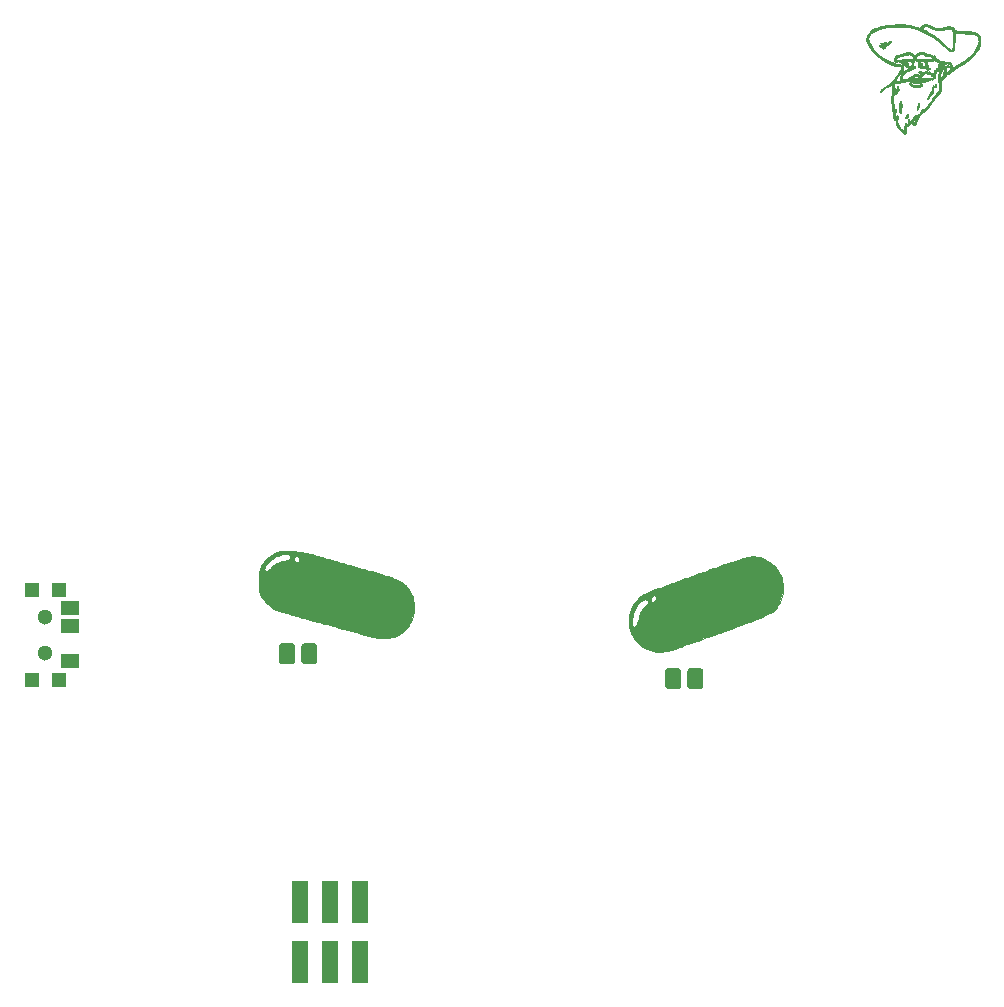
<source format=gbr>
G04 #@! TF.GenerationSoftware,KiCad,Pcbnew,5.1.2*
G04 #@! TF.CreationDate,2019-07-03T09:18:27-05:00*
G04 #@! TF.ProjectId,matrix-pills,6d617472-6978-42d7-9069-6c6c732e6b69,rev?*
G04 #@! TF.SameCoordinates,Original*
G04 #@! TF.FileFunction,Soldermask,Bot*
G04 #@! TF.FilePolarity,Negative*
%FSLAX46Y46*%
G04 Gerber Fmt 4.6, Leading zero omitted, Abs format (unit mm)*
G04 Created by KiCad (PCBNEW 5.1.2) date 2019-07-03 09:18:27*
%MOMM*%
%LPD*%
G04 APERTURE LIST*
%ADD10C,0.010000*%
%ADD11C,0.100000*%
%ADD12C,1.650000*%
%ADD13R,1.400000X3.550000*%
%ADD14C,1.375000*%
%ADD15R,1.300000X1.200000*%
%ADD16R,1.650000X1.300000*%
%ADD17C,1.300000*%
G04 APERTURE END LIST*
D10*
G36*
X155574817Y-99152851D02*
G01*
X155739240Y-99170400D01*
X155910375Y-99201623D01*
X156083927Y-99245691D01*
X156255602Y-99301775D01*
X156421107Y-99369045D01*
X156468649Y-99391157D01*
X156701607Y-99516236D01*
X156920352Y-99660780D01*
X157122955Y-99823308D01*
X157307485Y-100002336D01*
X157399317Y-100105802D01*
X157559032Y-100314484D01*
X157695283Y-100532184D01*
X157807987Y-100757998D01*
X157897059Y-100991021D01*
X157962418Y-101230346D01*
X158003978Y-101475070D01*
X158021659Y-101724286D01*
X158015375Y-101977090D01*
X157985044Y-102232576D01*
X157930582Y-102489840D01*
X157851907Y-102747976D01*
X157748935Y-103006079D01*
X157679533Y-103152448D01*
X157617915Y-103267673D01*
X157552310Y-103374297D01*
X157480999Y-103473603D01*
X157402266Y-103566875D01*
X157314394Y-103655397D01*
X157215665Y-103740452D01*
X157104363Y-103823324D01*
X156978770Y-103905297D01*
X156837170Y-103987654D01*
X156677845Y-104071679D01*
X156499078Y-104158656D01*
X156299153Y-104249868D01*
X156090000Y-104340786D01*
X155978895Y-104387564D01*
X155858572Y-104437035D01*
X155728002Y-104489581D01*
X155586159Y-104545585D01*
X155432017Y-104605430D01*
X155264547Y-104669498D01*
X155082722Y-104738172D01*
X154885517Y-104811835D01*
X154671904Y-104890870D01*
X154440855Y-104975660D01*
X154191344Y-105066587D01*
X153922344Y-105164034D01*
X153632828Y-105268384D01*
X153321769Y-105380020D01*
X152988139Y-105499325D01*
X152838800Y-105552610D01*
X152682392Y-105608384D01*
X152524647Y-105664639D01*
X152368473Y-105720336D01*
X152216782Y-105774439D01*
X152072484Y-105825907D01*
X151938488Y-105873704D01*
X151817705Y-105916792D01*
X151713045Y-105954132D01*
X151627418Y-105984687D01*
X151581500Y-106001075D01*
X151317506Y-106095546D01*
X151040905Y-106194965D01*
X150757341Y-106297287D01*
X150472455Y-106400466D01*
X150191892Y-106502457D01*
X149921295Y-106601215D01*
X149666305Y-106694693D01*
X149549500Y-106737680D01*
X149360859Y-106806901D01*
X149193451Y-106867603D01*
X149044862Y-106920541D01*
X148912678Y-106966473D01*
X148794486Y-107006155D01*
X148687873Y-107040343D01*
X148590424Y-107069793D01*
X148499728Y-107095263D01*
X148413369Y-107117508D01*
X148328936Y-107137285D01*
X148244014Y-107155350D01*
X148171550Y-107169564D01*
X147990979Y-107198639D01*
X147804755Y-107219006D01*
X147619515Y-107230316D01*
X147441899Y-107232222D01*
X147278545Y-107224375D01*
X147225400Y-107219195D01*
X146985905Y-107180027D01*
X146750457Y-107117529D01*
X146521423Y-107033012D01*
X146301170Y-106927788D01*
X146092065Y-106803170D01*
X145896477Y-106660469D01*
X145716771Y-106500998D01*
X145555316Y-106326069D01*
X145508250Y-106267503D01*
X145365768Y-106063639D01*
X145244920Y-105848233D01*
X145145741Y-105623114D01*
X145068270Y-105390110D01*
X145012542Y-105151047D01*
X144978594Y-104907755D01*
X144966806Y-104668997D01*
X145212770Y-104668997D01*
X145213577Y-104758010D01*
X145218672Y-104837827D01*
X145228056Y-104902382D01*
X145235903Y-104931719D01*
X145263829Y-104993802D01*
X145299244Y-105045531D01*
X145337521Y-105080629D01*
X145351114Y-105087986D01*
X145389441Y-105096122D01*
X145438299Y-105095799D01*
X145487352Y-105088191D01*
X145526266Y-105074472D01*
X145537491Y-105066821D01*
X145570549Y-105026072D01*
X145606258Y-104961921D01*
X145643939Y-104876147D01*
X145682913Y-104770526D01*
X145722503Y-104646838D01*
X145762029Y-104506862D01*
X145784645Y-104418965D01*
X145824462Y-104263949D01*
X145862412Y-104129951D01*
X145900709Y-104013290D01*
X145941570Y-103910282D01*
X145987211Y-103817244D01*
X146039849Y-103730495D01*
X146101699Y-103646351D01*
X146174978Y-103561130D01*
X146261901Y-103471149D01*
X146364685Y-103372726D01*
X146475080Y-103271627D01*
X146538696Y-103212385D01*
X146584516Y-103164910D01*
X146615061Y-103125730D01*
X146632853Y-103091369D01*
X146640415Y-103058354D01*
X146641152Y-103042823D01*
X146638243Y-103017373D01*
X146626941Y-102993009D01*
X146603476Y-102963846D01*
X146566540Y-102926392D01*
X146514450Y-102880390D01*
X146852102Y-102880390D01*
X146853846Y-102917104D01*
X146858813Y-102940182D01*
X146868166Y-102955497D01*
X146880731Y-102967041D01*
X146921478Y-102985620D01*
X146977902Y-102991031D01*
X147043741Y-102982909D01*
X147064373Y-102977784D01*
X147116064Y-102953606D01*
X147168547Y-102912920D01*
X147213726Y-102863008D01*
X147239806Y-102819950D01*
X147255714Y-102765517D01*
X147262601Y-102698981D01*
X147260236Y-102631498D01*
X147248386Y-102574220D01*
X147245094Y-102565532D01*
X147210122Y-102508839D01*
X147163647Y-102472537D01*
X147109567Y-102456819D01*
X147051779Y-102461879D01*
X146994182Y-102487909D01*
X146940673Y-102535103D01*
X146928670Y-102549865D01*
X146892271Y-102608311D01*
X146868540Y-102674179D01*
X146855782Y-102753565D01*
X146852416Y-102824166D01*
X146852102Y-102880390D01*
X146514450Y-102880390D01*
X146500136Y-102867749D01*
X146438049Y-102827353D01*
X146376960Y-102805258D01*
X146313554Y-102801517D01*
X146244514Y-102816183D01*
X146166523Y-102849307D01*
X146076264Y-102900944D01*
X146023498Y-102935050D01*
X145910743Y-103023327D01*
X145801732Y-103134670D01*
X145697644Y-103266875D01*
X145599658Y-103417739D01*
X145508953Y-103585057D01*
X145426706Y-103766626D01*
X145354097Y-103960242D01*
X145292304Y-104163701D01*
X145242505Y-104374799D01*
X145236054Y-104407450D01*
X145224010Y-104487651D01*
X145216248Y-104576856D01*
X145212770Y-104668997D01*
X144966806Y-104668997D01*
X144966463Y-104662061D01*
X144976186Y-104415793D01*
X145007799Y-104170779D01*
X145061338Y-103928847D01*
X145136841Y-103691825D01*
X145234345Y-103461540D01*
X145353885Y-103239821D01*
X145444676Y-103099350D01*
X145534021Y-102979299D01*
X145637299Y-102855643D01*
X145748516Y-102734857D01*
X145861677Y-102623416D01*
X145970788Y-102527795D01*
X145982590Y-102518277D01*
X146040649Y-102477604D01*
X146121382Y-102429851D01*
X146223272Y-102375679D01*
X146344802Y-102315750D01*
X146484454Y-102250727D01*
X146640711Y-102181270D01*
X146812055Y-102108042D01*
X146996971Y-102031706D01*
X147193940Y-101952922D01*
X147401445Y-101872353D01*
X147617970Y-101790660D01*
X147822300Y-101715636D01*
X147913637Y-101682561D01*
X148024129Y-101642593D01*
X148149032Y-101597447D01*
X148283602Y-101548835D01*
X148423097Y-101498472D01*
X148562773Y-101448070D01*
X148697885Y-101399343D01*
X148755750Y-101378485D01*
X148847346Y-101345422D01*
X148960330Y-101304555D01*
X149092228Y-101256782D01*
X149240565Y-101203002D01*
X149402867Y-101144112D01*
X149576659Y-101081013D01*
X149759468Y-101014601D01*
X149948818Y-100945777D01*
X150142236Y-100875437D01*
X150337247Y-100804482D01*
X150531377Y-100733810D01*
X150679800Y-100679749D01*
X150999710Y-100563299D01*
X151297207Y-100455228D01*
X151573681Y-100355046D01*
X151830521Y-100262266D01*
X152069115Y-100176398D01*
X152290853Y-100096954D01*
X152497124Y-100023446D01*
X152689318Y-99955385D01*
X152868823Y-99892282D01*
X153037029Y-99833649D01*
X153195325Y-99778998D01*
X153345101Y-99727838D01*
X153487744Y-99679683D01*
X153624646Y-99634044D01*
X153757194Y-99590432D01*
X153886778Y-99548358D01*
X154000850Y-99511775D01*
X154229510Y-99439713D01*
X154435905Y-99376504D01*
X154621430Y-99321768D01*
X154787481Y-99275123D01*
X154935455Y-99236189D01*
X155066747Y-99204586D01*
X155182755Y-99179933D01*
X155283278Y-99162098D01*
X155421398Y-99149807D01*
X155574817Y-99152851D01*
X155574817Y-99152851D01*
G37*
X155574817Y-99152851D02*
X155739240Y-99170400D01*
X155910375Y-99201623D01*
X156083927Y-99245691D01*
X156255602Y-99301775D01*
X156421107Y-99369045D01*
X156468649Y-99391157D01*
X156701607Y-99516236D01*
X156920352Y-99660780D01*
X157122955Y-99823308D01*
X157307485Y-100002336D01*
X157399317Y-100105802D01*
X157559032Y-100314484D01*
X157695283Y-100532184D01*
X157807987Y-100757998D01*
X157897059Y-100991021D01*
X157962418Y-101230346D01*
X158003978Y-101475070D01*
X158021659Y-101724286D01*
X158015375Y-101977090D01*
X157985044Y-102232576D01*
X157930582Y-102489840D01*
X157851907Y-102747976D01*
X157748935Y-103006079D01*
X157679533Y-103152448D01*
X157617915Y-103267673D01*
X157552310Y-103374297D01*
X157480999Y-103473603D01*
X157402266Y-103566875D01*
X157314394Y-103655397D01*
X157215665Y-103740452D01*
X157104363Y-103823324D01*
X156978770Y-103905297D01*
X156837170Y-103987654D01*
X156677845Y-104071679D01*
X156499078Y-104158656D01*
X156299153Y-104249868D01*
X156090000Y-104340786D01*
X155978895Y-104387564D01*
X155858572Y-104437035D01*
X155728002Y-104489581D01*
X155586159Y-104545585D01*
X155432017Y-104605430D01*
X155264547Y-104669498D01*
X155082722Y-104738172D01*
X154885517Y-104811835D01*
X154671904Y-104890870D01*
X154440855Y-104975660D01*
X154191344Y-105066587D01*
X153922344Y-105164034D01*
X153632828Y-105268384D01*
X153321769Y-105380020D01*
X152988139Y-105499325D01*
X152838800Y-105552610D01*
X152682392Y-105608384D01*
X152524647Y-105664639D01*
X152368473Y-105720336D01*
X152216782Y-105774439D01*
X152072484Y-105825907D01*
X151938488Y-105873704D01*
X151817705Y-105916792D01*
X151713045Y-105954132D01*
X151627418Y-105984687D01*
X151581500Y-106001075D01*
X151317506Y-106095546D01*
X151040905Y-106194965D01*
X150757341Y-106297287D01*
X150472455Y-106400466D01*
X150191892Y-106502457D01*
X149921295Y-106601215D01*
X149666305Y-106694693D01*
X149549500Y-106737680D01*
X149360859Y-106806901D01*
X149193451Y-106867603D01*
X149044862Y-106920541D01*
X148912678Y-106966473D01*
X148794486Y-107006155D01*
X148687873Y-107040343D01*
X148590424Y-107069793D01*
X148499728Y-107095263D01*
X148413369Y-107117508D01*
X148328936Y-107137285D01*
X148244014Y-107155350D01*
X148171550Y-107169564D01*
X147990979Y-107198639D01*
X147804755Y-107219006D01*
X147619515Y-107230316D01*
X147441899Y-107232222D01*
X147278545Y-107224375D01*
X147225400Y-107219195D01*
X146985905Y-107180027D01*
X146750457Y-107117529D01*
X146521423Y-107033012D01*
X146301170Y-106927788D01*
X146092065Y-106803170D01*
X145896477Y-106660469D01*
X145716771Y-106500998D01*
X145555316Y-106326069D01*
X145508250Y-106267503D01*
X145365768Y-106063639D01*
X145244920Y-105848233D01*
X145145741Y-105623114D01*
X145068270Y-105390110D01*
X145012542Y-105151047D01*
X144978594Y-104907755D01*
X144966806Y-104668997D01*
X145212770Y-104668997D01*
X145213577Y-104758010D01*
X145218672Y-104837827D01*
X145228056Y-104902382D01*
X145235903Y-104931719D01*
X145263829Y-104993802D01*
X145299244Y-105045531D01*
X145337521Y-105080629D01*
X145351114Y-105087986D01*
X145389441Y-105096122D01*
X145438299Y-105095799D01*
X145487352Y-105088191D01*
X145526266Y-105074472D01*
X145537491Y-105066821D01*
X145570549Y-105026072D01*
X145606258Y-104961921D01*
X145643939Y-104876147D01*
X145682913Y-104770526D01*
X145722503Y-104646838D01*
X145762029Y-104506862D01*
X145784645Y-104418965D01*
X145824462Y-104263949D01*
X145862412Y-104129951D01*
X145900709Y-104013290D01*
X145941570Y-103910282D01*
X145987211Y-103817244D01*
X146039849Y-103730495D01*
X146101699Y-103646351D01*
X146174978Y-103561130D01*
X146261901Y-103471149D01*
X146364685Y-103372726D01*
X146475080Y-103271627D01*
X146538696Y-103212385D01*
X146584516Y-103164910D01*
X146615061Y-103125730D01*
X146632853Y-103091369D01*
X146640415Y-103058354D01*
X146641152Y-103042823D01*
X146638243Y-103017373D01*
X146626941Y-102993009D01*
X146603476Y-102963846D01*
X146566540Y-102926392D01*
X146514450Y-102880390D01*
X146852102Y-102880390D01*
X146853846Y-102917104D01*
X146858813Y-102940182D01*
X146868166Y-102955497D01*
X146880731Y-102967041D01*
X146921478Y-102985620D01*
X146977902Y-102991031D01*
X147043741Y-102982909D01*
X147064373Y-102977784D01*
X147116064Y-102953606D01*
X147168547Y-102912920D01*
X147213726Y-102863008D01*
X147239806Y-102819950D01*
X147255714Y-102765517D01*
X147262601Y-102698981D01*
X147260236Y-102631498D01*
X147248386Y-102574220D01*
X147245094Y-102565532D01*
X147210122Y-102508839D01*
X147163647Y-102472537D01*
X147109567Y-102456819D01*
X147051779Y-102461879D01*
X146994182Y-102487909D01*
X146940673Y-102535103D01*
X146928670Y-102549865D01*
X146892271Y-102608311D01*
X146868540Y-102674179D01*
X146855782Y-102753565D01*
X146852416Y-102824166D01*
X146852102Y-102880390D01*
X146514450Y-102880390D01*
X146500136Y-102867749D01*
X146438049Y-102827353D01*
X146376960Y-102805258D01*
X146313554Y-102801517D01*
X146244514Y-102816183D01*
X146166523Y-102849307D01*
X146076264Y-102900944D01*
X146023498Y-102935050D01*
X145910743Y-103023327D01*
X145801732Y-103134670D01*
X145697644Y-103266875D01*
X145599658Y-103417739D01*
X145508953Y-103585057D01*
X145426706Y-103766626D01*
X145354097Y-103960242D01*
X145292304Y-104163701D01*
X145242505Y-104374799D01*
X145236054Y-104407450D01*
X145224010Y-104487651D01*
X145216248Y-104576856D01*
X145212770Y-104668997D01*
X144966806Y-104668997D01*
X144966463Y-104662061D01*
X144976186Y-104415793D01*
X145007799Y-104170779D01*
X145061338Y-103928847D01*
X145136841Y-103691825D01*
X145234345Y-103461540D01*
X145353885Y-103239821D01*
X145444676Y-103099350D01*
X145534021Y-102979299D01*
X145637299Y-102855643D01*
X145748516Y-102734857D01*
X145861677Y-102623416D01*
X145970788Y-102527795D01*
X145982590Y-102518277D01*
X146040649Y-102477604D01*
X146121382Y-102429851D01*
X146223272Y-102375679D01*
X146344802Y-102315750D01*
X146484454Y-102250727D01*
X146640711Y-102181270D01*
X146812055Y-102108042D01*
X146996971Y-102031706D01*
X147193940Y-101952922D01*
X147401445Y-101872353D01*
X147617970Y-101790660D01*
X147822300Y-101715636D01*
X147913637Y-101682561D01*
X148024129Y-101642593D01*
X148149032Y-101597447D01*
X148283602Y-101548835D01*
X148423097Y-101498472D01*
X148562773Y-101448070D01*
X148697885Y-101399343D01*
X148755750Y-101378485D01*
X148847346Y-101345422D01*
X148960330Y-101304555D01*
X149092228Y-101256782D01*
X149240565Y-101203002D01*
X149402867Y-101144112D01*
X149576659Y-101081013D01*
X149759468Y-101014601D01*
X149948818Y-100945777D01*
X150142236Y-100875437D01*
X150337247Y-100804482D01*
X150531377Y-100733810D01*
X150679800Y-100679749D01*
X150999710Y-100563299D01*
X151297207Y-100455228D01*
X151573681Y-100355046D01*
X151830521Y-100262266D01*
X152069115Y-100176398D01*
X152290853Y-100096954D01*
X152497124Y-100023446D01*
X152689318Y-99955385D01*
X152868823Y-99892282D01*
X153037029Y-99833649D01*
X153195325Y-99778998D01*
X153345101Y-99727838D01*
X153487744Y-99679683D01*
X153624646Y-99634044D01*
X153757194Y-99590432D01*
X153886778Y-99548358D01*
X154000850Y-99511775D01*
X154229510Y-99439713D01*
X154435905Y-99376504D01*
X154621430Y-99321768D01*
X154787481Y-99275123D01*
X154935455Y-99236189D01*
X155066747Y-99204586D01*
X155182755Y-99179933D01*
X155283278Y-99162098D01*
X155421398Y-99149807D01*
X155574817Y-99152851D01*
G36*
X116328216Y-98727626D02*
G01*
X116529074Y-98732237D01*
X116714473Y-98740176D01*
X116887677Y-98751627D01*
X117051948Y-98766775D01*
X117210549Y-98785803D01*
X117366744Y-98808897D01*
X117399450Y-98814264D01*
X117493634Y-98830756D01*
X117589291Y-98849187D01*
X117688611Y-98870128D01*
X117793789Y-98894150D01*
X117907016Y-98921826D01*
X118030486Y-98953726D01*
X118166392Y-98990421D01*
X118316927Y-99032483D01*
X118484282Y-99080483D01*
X118670652Y-99134993D01*
X118878229Y-99196583D01*
X118955200Y-99219589D01*
X119185344Y-99288402D01*
X119402153Y-99353023D01*
X119608042Y-99414144D01*
X119805426Y-99472454D01*
X119996719Y-99528647D01*
X120184337Y-99583412D01*
X120370694Y-99637441D01*
X120558205Y-99691425D01*
X120749284Y-99746056D01*
X120946347Y-99802024D01*
X121151809Y-99860020D01*
X121368083Y-99920737D01*
X121597586Y-99984865D01*
X121842731Y-100053094D01*
X122105934Y-100126117D01*
X122389610Y-100204625D01*
X122593750Y-100261031D01*
X122912979Y-100349491D01*
X123208716Y-100432138D01*
X123482096Y-100509381D01*
X123734252Y-100581634D01*
X123966318Y-100649308D01*
X124179426Y-100712816D01*
X124374711Y-100772570D01*
X124553306Y-100828981D01*
X124716344Y-100882463D01*
X124864960Y-100933426D01*
X125000287Y-100982283D01*
X125123458Y-101029447D01*
X125235608Y-101075328D01*
X125337868Y-101120340D01*
X125431375Y-101164894D01*
X125517259Y-101209403D01*
X125596657Y-101254278D01*
X125670700Y-101299932D01*
X125740522Y-101346777D01*
X125807258Y-101395224D01*
X125872040Y-101445687D01*
X125887935Y-101458561D01*
X125940506Y-101503483D01*
X126000782Y-101558111D01*
X126059120Y-101613601D01*
X126084441Y-101638795D01*
X126231749Y-101806000D01*
X126362746Y-101990973D01*
X126476864Y-102191551D01*
X126573536Y-102405568D01*
X126652194Y-102630860D01*
X126712269Y-102865263D01*
X126753193Y-103106612D01*
X126774399Y-103352743D01*
X126775319Y-103601491D01*
X126755385Y-103850691D01*
X126720962Y-104064550D01*
X126677539Y-104242710D01*
X126618975Y-104423131D01*
X126548063Y-104598834D01*
X126467595Y-104762839D01*
X126388178Y-104896400D01*
X126318793Y-104995460D01*
X126236511Y-105102484D01*
X126148020Y-105209262D01*
X126060010Y-105307584D01*
X126015455Y-105353853D01*
X125842512Y-105513988D01*
X125663504Y-105651537D01*
X125475867Y-105767816D01*
X125277039Y-105864141D01*
X125064457Y-105941829D01*
X124835556Y-106002197D01*
X124701950Y-106028463D01*
X124622877Y-106039235D01*
X124524079Y-106047887D01*
X124411152Y-106054308D01*
X124289691Y-106058389D01*
X124165292Y-106060019D01*
X124043551Y-106059089D01*
X123930062Y-106055486D01*
X123830422Y-106049103D01*
X123800250Y-106046232D01*
X123653885Y-106029216D01*
X123509234Y-106008910D01*
X123363338Y-105984649D01*
X123213236Y-105955771D01*
X123055969Y-105921611D01*
X122888576Y-105881505D01*
X122708097Y-105834791D01*
X122511573Y-105780803D01*
X122296043Y-105718878D01*
X122155564Y-105677396D01*
X121839320Y-105584042D01*
X121503857Y-105486583D01*
X121154716Y-105386592D01*
X120797434Y-105285639D01*
X120437552Y-105185298D01*
X120080608Y-105087139D01*
X119958500Y-105053890D01*
X119678345Y-104977780D01*
X119420762Y-104907740D01*
X119183796Y-104843232D01*
X118965492Y-104783718D01*
X118763896Y-104728662D01*
X118577054Y-104677526D01*
X118403010Y-104629773D01*
X118239811Y-104584865D01*
X118085502Y-104542265D01*
X117938129Y-104501436D01*
X117795737Y-104461841D01*
X117656371Y-104422941D01*
X117518078Y-104384201D01*
X117378902Y-104345082D01*
X117323553Y-104329491D01*
X117107913Y-104268760D01*
X116914234Y-104214315D01*
X116740052Y-104165472D01*
X116582901Y-104121550D01*
X116440317Y-104081867D01*
X116309836Y-104045740D01*
X116188992Y-104012489D01*
X116075322Y-103981431D01*
X115966359Y-103951884D01*
X115859640Y-103923166D01*
X115752700Y-103894595D01*
X115729400Y-103888395D01*
X115580004Y-103847825D01*
X115451555Y-103810991D01*
X115340099Y-103776610D01*
X115241684Y-103743398D01*
X115152357Y-103710072D01*
X115068164Y-103675350D01*
X115054072Y-103669214D01*
X114876996Y-103582304D01*
X114709212Y-103480391D01*
X114548242Y-103361460D01*
X114391610Y-103223499D01*
X114236840Y-103064493D01*
X114081454Y-102882429D01*
X114072106Y-102870789D01*
X113983796Y-102758853D01*
X113910841Y-102662092D01*
X113851374Y-102577008D01*
X113803530Y-102500105D01*
X113765441Y-102427887D01*
X113735243Y-102356858D01*
X113711067Y-102283521D01*
X113691049Y-102204379D01*
X113675509Y-102127800D01*
X113670449Y-102098177D01*
X113666195Y-102066568D01*
X113662679Y-102030581D01*
X113659834Y-101987820D01*
X113657592Y-101935894D01*
X113655884Y-101872409D01*
X113654642Y-101794972D01*
X113653800Y-101701188D01*
X113653288Y-101588666D01*
X113653039Y-101455012D01*
X113652984Y-101334050D01*
X113653130Y-101168238D01*
X113653686Y-101025183D01*
X113654799Y-100902244D01*
X113656616Y-100796779D01*
X113659284Y-100706147D01*
X113662950Y-100627707D01*
X113667763Y-100558817D01*
X113673868Y-100496835D01*
X113681414Y-100439121D01*
X113690548Y-100383032D01*
X113701416Y-100325927D01*
X113712025Y-100275095D01*
X113719093Y-100247287D01*
X114117095Y-100247287D01*
X114124328Y-100318925D01*
X114142834Y-100379110D01*
X114172391Y-100422848D01*
X114183884Y-100432371D01*
X114206881Y-100446183D01*
X114227696Y-100449480D01*
X114255163Y-100441856D01*
X114287950Y-100427579D01*
X114319972Y-100410893D01*
X114355457Y-100387967D01*
X114396892Y-100356748D01*
X114446766Y-100315181D01*
X114507565Y-100261213D01*
X114581777Y-100192789D01*
X114649900Y-100128700D01*
X114781959Y-100007309D01*
X114902793Y-99904673D01*
X115015906Y-99818854D01*
X115124801Y-99747915D01*
X115232985Y-99689917D01*
X115343960Y-99642922D01*
X115461231Y-99604994D01*
X115588302Y-99574193D01*
X115686250Y-99555613D01*
X115828982Y-99527703D01*
X115949088Y-99496583D01*
X116049254Y-99461166D01*
X116116817Y-99427917D01*
X116600434Y-99427917D01*
X116606206Y-99456258D01*
X116632950Y-99515213D01*
X116675686Y-99570460D01*
X116726542Y-99612336D01*
X116739050Y-99619308D01*
X116798679Y-99636638D01*
X116866165Y-99636369D01*
X116931608Y-99619061D01*
X116955789Y-99607029D01*
X117006330Y-99563508D01*
X117041977Y-99504141D01*
X117061475Y-99434511D01*
X117063569Y-99360200D01*
X117047002Y-99286792D01*
X117034325Y-99257859D01*
X116997528Y-99201289D01*
X116954299Y-99167086D01*
X116899998Y-99152280D01*
X116867714Y-99151211D01*
X116791731Y-99163499D01*
X116724145Y-99194192D01*
X116668089Y-99239635D01*
X116626696Y-99296174D01*
X116603100Y-99360153D01*
X116600434Y-99427917D01*
X116116817Y-99427917D01*
X116132165Y-99420364D01*
X116200505Y-99373092D01*
X116248065Y-99328186D01*
X116292451Y-99268191D01*
X116311866Y-99210492D01*
X116306410Y-99153318D01*
X116276184Y-99094895D01*
X116262305Y-99076865D01*
X116202476Y-99022947D01*
X116123650Y-98980769D01*
X116029916Y-98951480D01*
X115925363Y-98936228D01*
X115814080Y-98936161D01*
X115774557Y-98939907D01*
X115613911Y-98968607D01*
X115447988Y-99015772D01*
X115279700Y-99079457D01*
X115111961Y-99157720D01*
X114947685Y-99248615D01*
X114789785Y-99350200D01*
X114641174Y-99460530D01*
X114504766Y-99577662D01*
X114383473Y-99699651D01*
X114280211Y-99824555D01*
X114197891Y-99950429D01*
X114165257Y-100013630D01*
X114137337Y-100089644D01*
X114121357Y-100169195D01*
X114117095Y-100247287D01*
X113719093Y-100247287D01*
X113742739Y-100154262D01*
X113782301Y-100040189D01*
X113832341Y-99930654D01*
X113894483Y-99823435D01*
X113970357Y-99716309D01*
X114061588Y-99607055D01*
X114169803Y-99493451D01*
X114296631Y-99373275D01*
X114443696Y-99244304D01*
X114503850Y-99193674D01*
X114623749Y-99095324D01*
X114728533Y-99013217D01*
X114821050Y-98945635D01*
X114904145Y-98890860D01*
X114980666Y-98847177D01*
X115053458Y-98812866D01*
X115125369Y-98786211D01*
X115199244Y-98765494D01*
X115222421Y-98760134D01*
X115254508Y-98753468D01*
X115286841Y-98747938D01*
X115322279Y-98743400D01*
X115363686Y-98739710D01*
X115413920Y-98736724D01*
X115475844Y-98734297D01*
X115552318Y-98732285D01*
X115646203Y-98730545D01*
X115760361Y-98728932D01*
X115867071Y-98727649D01*
X116108636Y-98726158D01*
X116328216Y-98727626D01*
X116328216Y-98727626D01*
G37*
X116328216Y-98727626D02*
X116529074Y-98732237D01*
X116714473Y-98740176D01*
X116887677Y-98751627D01*
X117051948Y-98766775D01*
X117210549Y-98785803D01*
X117366744Y-98808897D01*
X117399450Y-98814264D01*
X117493634Y-98830756D01*
X117589291Y-98849187D01*
X117688611Y-98870128D01*
X117793789Y-98894150D01*
X117907016Y-98921826D01*
X118030486Y-98953726D01*
X118166392Y-98990421D01*
X118316927Y-99032483D01*
X118484282Y-99080483D01*
X118670652Y-99134993D01*
X118878229Y-99196583D01*
X118955200Y-99219589D01*
X119185344Y-99288402D01*
X119402153Y-99353023D01*
X119608042Y-99414144D01*
X119805426Y-99472454D01*
X119996719Y-99528647D01*
X120184337Y-99583412D01*
X120370694Y-99637441D01*
X120558205Y-99691425D01*
X120749284Y-99746056D01*
X120946347Y-99802024D01*
X121151809Y-99860020D01*
X121368083Y-99920737D01*
X121597586Y-99984865D01*
X121842731Y-100053094D01*
X122105934Y-100126117D01*
X122389610Y-100204625D01*
X122593750Y-100261031D01*
X122912979Y-100349491D01*
X123208716Y-100432138D01*
X123482096Y-100509381D01*
X123734252Y-100581634D01*
X123966318Y-100649308D01*
X124179426Y-100712816D01*
X124374711Y-100772570D01*
X124553306Y-100828981D01*
X124716344Y-100882463D01*
X124864960Y-100933426D01*
X125000287Y-100982283D01*
X125123458Y-101029447D01*
X125235608Y-101075328D01*
X125337868Y-101120340D01*
X125431375Y-101164894D01*
X125517259Y-101209403D01*
X125596657Y-101254278D01*
X125670700Y-101299932D01*
X125740522Y-101346777D01*
X125807258Y-101395224D01*
X125872040Y-101445687D01*
X125887935Y-101458561D01*
X125940506Y-101503483D01*
X126000782Y-101558111D01*
X126059120Y-101613601D01*
X126084441Y-101638795D01*
X126231749Y-101806000D01*
X126362746Y-101990973D01*
X126476864Y-102191551D01*
X126573536Y-102405568D01*
X126652194Y-102630860D01*
X126712269Y-102865263D01*
X126753193Y-103106612D01*
X126774399Y-103352743D01*
X126775319Y-103601491D01*
X126755385Y-103850691D01*
X126720962Y-104064550D01*
X126677539Y-104242710D01*
X126618975Y-104423131D01*
X126548063Y-104598834D01*
X126467595Y-104762839D01*
X126388178Y-104896400D01*
X126318793Y-104995460D01*
X126236511Y-105102484D01*
X126148020Y-105209262D01*
X126060010Y-105307584D01*
X126015455Y-105353853D01*
X125842512Y-105513988D01*
X125663504Y-105651537D01*
X125475867Y-105767816D01*
X125277039Y-105864141D01*
X125064457Y-105941829D01*
X124835556Y-106002197D01*
X124701950Y-106028463D01*
X124622877Y-106039235D01*
X124524079Y-106047887D01*
X124411152Y-106054308D01*
X124289691Y-106058389D01*
X124165292Y-106060019D01*
X124043551Y-106059089D01*
X123930062Y-106055486D01*
X123830422Y-106049103D01*
X123800250Y-106046232D01*
X123653885Y-106029216D01*
X123509234Y-106008910D01*
X123363338Y-105984649D01*
X123213236Y-105955771D01*
X123055969Y-105921611D01*
X122888576Y-105881505D01*
X122708097Y-105834791D01*
X122511573Y-105780803D01*
X122296043Y-105718878D01*
X122155564Y-105677396D01*
X121839320Y-105584042D01*
X121503857Y-105486583D01*
X121154716Y-105386592D01*
X120797434Y-105285639D01*
X120437552Y-105185298D01*
X120080608Y-105087139D01*
X119958500Y-105053890D01*
X119678345Y-104977780D01*
X119420762Y-104907740D01*
X119183796Y-104843232D01*
X118965492Y-104783718D01*
X118763896Y-104728662D01*
X118577054Y-104677526D01*
X118403010Y-104629773D01*
X118239811Y-104584865D01*
X118085502Y-104542265D01*
X117938129Y-104501436D01*
X117795737Y-104461841D01*
X117656371Y-104422941D01*
X117518078Y-104384201D01*
X117378902Y-104345082D01*
X117323553Y-104329491D01*
X117107913Y-104268760D01*
X116914234Y-104214315D01*
X116740052Y-104165472D01*
X116582901Y-104121550D01*
X116440317Y-104081867D01*
X116309836Y-104045740D01*
X116188992Y-104012489D01*
X116075322Y-103981431D01*
X115966359Y-103951884D01*
X115859640Y-103923166D01*
X115752700Y-103894595D01*
X115729400Y-103888395D01*
X115580004Y-103847825D01*
X115451555Y-103810991D01*
X115340099Y-103776610D01*
X115241684Y-103743398D01*
X115152357Y-103710072D01*
X115068164Y-103675350D01*
X115054072Y-103669214D01*
X114876996Y-103582304D01*
X114709212Y-103480391D01*
X114548242Y-103361460D01*
X114391610Y-103223499D01*
X114236840Y-103064493D01*
X114081454Y-102882429D01*
X114072106Y-102870789D01*
X113983796Y-102758853D01*
X113910841Y-102662092D01*
X113851374Y-102577008D01*
X113803530Y-102500105D01*
X113765441Y-102427887D01*
X113735243Y-102356858D01*
X113711067Y-102283521D01*
X113691049Y-102204379D01*
X113675509Y-102127800D01*
X113670449Y-102098177D01*
X113666195Y-102066568D01*
X113662679Y-102030581D01*
X113659834Y-101987820D01*
X113657592Y-101935894D01*
X113655884Y-101872409D01*
X113654642Y-101794972D01*
X113653800Y-101701188D01*
X113653288Y-101588666D01*
X113653039Y-101455012D01*
X113652984Y-101334050D01*
X113653130Y-101168238D01*
X113653686Y-101025183D01*
X113654799Y-100902244D01*
X113656616Y-100796779D01*
X113659284Y-100706147D01*
X113662950Y-100627707D01*
X113667763Y-100558817D01*
X113673868Y-100496835D01*
X113681414Y-100439121D01*
X113690548Y-100383032D01*
X113701416Y-100325927D01*
X113712025Y-100275095D01*
X113719093Y-100247287D01*
X114117095Y-100247287D01*
X114124328Y-100318925D01*
X114142834Y-100379110D01*
X114172391Y-100422848D01*
X114183884Y-100432371D01*
X114206881Y-100446183D01*
X114227696Y-100449480D01*
X114255163Y-100441856D01*
X114287950Y-100427579D01*
X114319972Y-100410893D01*
X114355457Y-100387967D01*
X114396892Y-100356748D01*
X114446766Y-100315181D01*
X114507565Y-100261213D01*
X114581777Y-100192789D01*
X114649900Y-100128700D01*
X114781959Y-100007309D01*
X114902793Y-99904673D01*
X115015906Y-99818854D01*
X115124801Y-99747915D01*
X115232985Y-99689917D01*
X115343960Y-99642922D01*
X115461231Y-99604994D01*
X115588302Y-99574193D01*
X115686250Y-99555613D01*
X115828982Y-99527703D01*
X115949088Y-99496583D01*
X116049254Y-99461166D01*
X116116817Y-99427917D01*
X116600434Y-99427917D01*
X116606206Y-99456258D01*
X116632950Y-99515213D01*
X116675686Y-99570460D01*
X116726542Y-99612336D01*
X116739050Y-99619308D01*
X116798679Y-99636638D01*
X116866165Y-99636369D01*
X116931608Y-99619061D01*
X116955789Y-99607029D01*
X117006330Y-99563508D01*
X117041977Y-99504141D01*
X117061475Y-99434511D01*
X117063569Y-99360200D01*
X117047002Y-99286792D01*
X117034325Y-99257859D01*
X116997528Y-99201289D01*
X116954299Y-99167086D01*
X116899998Y-99152280D01*
X116867714Y-99151211D01*
X116791731Y-99163499D01*
X116724145Y-99194192D01*
X116668089Y-99239635D01*
X116626696Y-99296174D01*
X116603100Y-99360153D01*
X116600434Y-99427917D01*
X116116817Y-99427917D01*
X116132165Y-99420364D01*
X116200505Y-99373092D01*
X116248065Y-99328186D01*
X116292451Y-99268191D01*
X116311866Y-99210492D01*
X116306410Y-99153318D01*
X116276184Y-99094895D01*
X116262305Y-99076865D01*
X116202476Y-99022947D01*
X116123650Y-98980769D01*
X116029916Y-98951480D01*
X115925363Y-98936228D01*
X115814080Y-98936161D01*
X115774557Y-98939907D01*
X115613911Y-98968607D01*
X115447988Y-99015772D01*
X115279700Y-99079457D01*
X115111961Y-99157720D01*
X114947685Y-99248615D01*
X114789785Y-99350200D01*
X114641174Y-99460530D01*
X114504766Y-99577662D01*
X114383473Y-99699651D01*
X114280211Y-99824555D01*
X114197891Y-99950429D01*
X114165257Y-100013630D01*
X114137337Y-100089644D01*
X114121357Y-100169195D01*
X114117095Y-100247287D01*
X113719093Y-100247287D01*
X113742739Y-100154262D01*
X113782301Y-100040189D01*
X113832341Y-99930654D01*
X113894483Y-99823435D01*
X113970357Y-99716309D01*
X114061588Y-99607055D01*
X114169803Y-99493451D01*
X114296631Y-99373275D01*
X114443696Y-99244304D01*
X114503850Y-99193674D01*
X114623749Y-99095324D01*
X114728533Y-99013217D01*
X114821050Y-98945635D01*
X114904145Y-98890860D01*
X114980666Y-98847177D01*
X115053458Y-98812866D01*
X115125369Y-98786211D01*
X115199244Y-98765494D01*
X115222421Y-98760134D01*
X115254508Y-98753468D01*
X115286841Y-98747938D01*
X115322279Y-98743400D01*
X115363686Y-98739710D01*
X115413920Y-98736724D01*
X115475844Y-98734297D01*
X115552318Y-98732285D01*
X115646203Y-98730545D01*
X115760361Y-98728932D01*
X115867071Y-98727649D01*
X116108636Y-98726158D01*
X116328216Y-98727626D01*
G36*
X170166482Y-54074387D02*
G01*
X170232970Y-54093076D01*
X170311345Y-54123096D01*
X170404723Y-54165140D01*
X170516219Y-54219899D01*
X170527967Y-54225838D01*
X170626302Y-54275043D01*
X170707092Y-54313485D01*
X170775079Y-54342581D01*
X170835009Y-54363749D01*
X170891622Y-54378409D01*
X170949664Y-54387977D01*
X171013876Y-54393872D01*
X171089003Y-54397511D01*
X171103941Y-54398033D01*
X171200932Y-54399874D01*
X171287152Y-54397835D01*
X171369358Y-54391116D01*
X171454311Y-54378919D01*
X171548768Y-54360446D01*
X171659487Y-54334898D01*
X171679250Y-54330079D01*
X171755670Y-54312453D01*
X171835433Y-54295934D01*
X171909512Y-54282283D01*
X171968880Y-54273261D01*
X171973160Y-54272740D01*
X172033492Y-54266564D01*
X172079361Y-54265247D01*
X172121342Y-54269375D01*
X172170011Y-54279533D01*
X172191306Y-54284804D01*
X172251091Y-54302128D01*
X172312065Y-54323346D01*
X172361597Y-54344042D01*
X172364011Y-54345210D01*
X172408343Y-54370678D01*
X172451929Y-54401958D01*
X172489330Y-54434373D01*
X172515104Y-54463241D01*
X172523870Y-54482691D01*
X172527109Y-54503242D01*
X172534991Y-54536100D01*
X172536764Y-54542614D01*
X172543993Y-54563562D01*
X172554484Y-54581363D01*
X172570312Y-54596365D01*
X172593548Y-54608916D01*
X172626265Y-54619366D01*
X172670536Y-54628062D01*
X172728434Y-54635353D01*
X172802032Y-54641588D01*
X172893402Y-54647116D01*
X173004617Y-54652284D01*
X173137749Y-54657442D01*
X173241350Y-54661104D01*
X173422002Y-54667971D01*
X173579682Y-54675475D01*
X173716819Y-54683963D01*
X173835838Y-54693784D01*
X173939166Y-54705285D01*
X174029231Y-54718813D01*
X174108460Y-54734717D01*
X174179279Y-54753343D01*
X174244115Y-54775040D01*
X174305396Y-54800154D01*
X174346250Y-54819350D01*
X174441745Y-54872938D01*
X174517655Y-54931445D01*
X174579796Y-54999781D01*
X174608787Y-55041124D01*
X174662493Y-55144779D01*
X174702064Y-55264836D01*
X174727028Y-55396284D01*
X174736908Y-55534110D01*
X174731232Y-55673302D01*
X174709525Y-55808849D01*
X174688713Y-55886017D01*
X174641402Y-56009854D01*
X174574046Y-56145090D01*
X174486284Y-56292346D01*
X174377754Y-56452241D01*
X174288060Y-56573559D01*
X174246976Y-56626486D01*
X174206159Y-56676618D01*
X174164276Y-56724995D01*
X174119995Y-56772657D01*
X174071984Y-56820644D01*
X174018910Y-56869998D01*
X173959441Y-56921758D01*
X173892244Y-56976966D01*
X173815986Y-57036661D01*
X173729335Y-57101883D01*
X173630959Y-57173674D01*
X173519524Y-57253074D01*
X173393699Y-57341122D01*
X173252152Y-57438861D01*
X173093548Y-57547329D01*
X172916557Y-57667567D01*
X172719844Y-57800617D01*
X172695250Y-57817224D01*
X172522298Y-57934447D01*
X172369434Y-58039138D01*
X172235299Y-58132371D01*
X172118534Y-58215223D01*
X172017779Y-58288770D01*
X171931677Y-58354086D01*
X171858866Y-58412249D01*
X171797990Y-58464333D01*
X171747688Y-58511414D01*
X171706602Y-58554569D01*
X171673373Y-58594872D01*
X171646641Y-58633400D01*
X171631341Y-58659391D01*
X171583039Y-58726758D01*
X171524904Y-58771730D01*
X171458234Y-58793431D01*
X171429330Y-58795400D01*
X171408596Y-58795879D01*
X171391787Y-58798852D01*
X171378673Y-58806624D01*
X171369026Y-58821497D01*
X171362618Y-58845777D01*
X171359220Y-58881766D01*
X171358605Y-58931770D01*
X171360543Y-58998091D01*
X171364806Y-59083033D01*
X171371166Y-59188902D01*
X171378660Y-59306562D01*
X171386195Y-59424483D01*
X171392100Y-59519679D01*
X171396401Y-59594771D01*
X171399121Y-59652381D01*
X171400286Y-59695130D01*
X171399921Y-59725640D01*
X171398051Y-59746531D01*
X171394701Y-59760424D01*
X171389895Y-59769942D01*
X171383658Y-59777704D01*
X171383140Y-59778281D01*
X171299030Y-59874015D01*
X171201321Y-59989340D01*
X171090993Y-60123049D01*
X170969023Y-60273932D01*
X170836391Y-60440782D01*
X170694076Y-60622389D01*
X170574595Y-60776600D01*
X170464075Y-60919179D01*
X170367072Y-61042599D01*
X170282270Y-61148318D01*
X170208354Y-61237798D01*
X170144008Y-61312497D01*
X170087918Y-61373877D01*
X170038769Y-61423397D01*
X169995246Y-61462517D01*
X169956033Y-61492697D01*
X169919816Y-61515398D01*
X169900049Y-61525532D01*
X169838984Y-61560423D01*
X169779566Y-61607705D01*
X169718485Y-61670578D01*
X169652429Y-61752243D01*
X169620003Y-61796247D01*
X169568782Y-61871506D01*
X169514330Y-61958544D01*
X169460587Y-62050471D01*
X169411493Y-62140399D01*
X169370989Y-62221437D01*
X169350678Y-62267185D01*
X169326215Y-62326516D01*
X169298193Y-62394465D01*
X169273085Y-62455337D01*
X169246665Y-62510836D01*
X169214831Y-62565504D01*
X169184118Y-62608207D01*
X169181784Y-62610912D01*
X169149248Y-62644839D01*
X169123266Y-62662503D01*
X169096069Y-62668614D01*
X169086116Y-62668900D01*
X169040394Y-62656838D01*
X168998091Y-62623179D01*
X168963464Y-62571712D01*
X168954651Y-62551975D01*
X168925122Y-62492096D01*
X168893621Y-62454366D01*
X168861486Y-62440352D01*
X168859427Y-62440300D01*
X168824964Y-62451364D01*
X168781216Y-62483369D01*
X168730247Y-62534531D01*
X168680322Y-62594945D01*
X168631215Y-62649267D01*
X168579895Y-62689489D01*
X168530911Y-62712718D01*
X168489503Y-62716200D01*
X168462795Y-62716911D01*
X168450099Y-62724578D01*
X168446757Y-62740974D01*
X168442545Y-62778823D01*
X168437789Y-62834208D01*
X168432814Y-62903209D01*
X168427945Y-62981908D01*
X168426283Y-63011800D01*
X168421292Y-63094600D01*
X168415723Y-63170579D01*
X168409971Y-63235437D01*
X168404428Y-63284873D01*
X168399490Y-63314586D01*
X168398126Y-63319166D01*
X168378835Y-63346346D01*
X168347584Y-63372318D01*
X168314627Y-63389531D01*
X168298505Y-63392521D01*
X168281810Y-63387487D01*
X168250892Y-63375016D01*
X168232329Y-63366826D01*
X168195955Y-63343961D01*
X168144407Y-63301641D01*
X168078239Y-63240353D01*
X168009187Y-63171953D01*
X167904504Y-63062947D01*
X167818219Y-62965722D01*
X167748508Y-62876696D01*
X167693544Y-62792286D01*
X167651502Y-62708908D01*
X167620555Y-62622978D01*
X167598878Y-62530914D01*
X167584644Y-62429132D01*
X167576498Y-62322825D01*
X167572843Y-62264681D01*
X167568980Y-62217128D01*
X167565373Y-62185117D01*
X167562523Y-62173600D01*
X167549474Y-62180096D01*
X167523311Y-62196480D01*
X167510028Y-62205350D01*
X167462174Y-62230759D01*
X167424909Y-62235499D01*
X167399931Y-62219527D01*
X167394121Y-62208299D01*
X167385117Y-62177074D01*
X167375961Y-62129603D01*
X167366436Y-62064167D01*
X167356324Y-61979052D01*
X167345410Y-61872540D01*
X167333476Y-61742915D01*
X167329499Y-61697350D01*
X167310656Y-61501312D01*
X167289373Y-61320336D01*
X167266008Y-61156891D01*
X167240921Y-61013450D01*
X167214471Y-60892483D01*
X167209683Y-60873634D01*
X167186107Y-60745549D01*
X167176864Y-60599326D01*
X167182021Y-60437843D01*
X167196458Y-60300350D01*
X167220259Y-60118343D01*
X167240711Y-59950024D01*
X167257672Y-59796989D01*
X167271000Y-59660835D01*
X167280551Y-59543157D01*
X167286184Y-59445552D01*
X167287757Y-59369615D01*
X167285125Y-59316943D01*
X167284617Y-59312957D01*
X167278008Y-59276212D01*
X167268657Y-59258328D01*
X167252331Y-59252813D01*
X167245279Y-59252600D01*
X167217425Y-59257693D01*
X167170953Y-59271887D01*
X167110266Y-59293547D01*
X167039769Y-59321041D01*
X166963863Y-59352735D01*
X166904703Y-59378885D01*
X166838537Y-59404555D01*
X166789698Y-59413891D01*
X166758896Y-59406851D01*
X166747476Y-59388211D01*
X166750545Y-59370661D01*
X166766464Y-59346824D01*
X166796819Y-59315234D01*
X166843195Y-59274425D01*
X166907180Y-59222929D01*
X166990358Y-59159280D01*
X167015337Y-59140551D01*
X167085720Y-59087019D01*
X167147163Y-59037633D01*
X167197033Y-58994020D01*
X167463068Y-58994020D01*
X167464276Y-59000907D01*
X167483532Y-59010970D01*
X167514520Y-58999972D01*
X167548133Y-58975062D01*
X167585449Y-58945059D01*
X167619783Y-58925061D01*
X167659004Y-58912122D01*
X167710981Y-58903292D01*
X167751991Y-58898698D01*
X167833428Y-58887551D01*
X167891305Y-58872178D01*
X167927305Y-58851161D01*
X167943112Y-58823085D01*
X167940408Y-58786532D01*
X167926747Y-58751667D01*
X167911720Y-58714064D01*
X167904509Y-58675733D01*
X167905570Y-58631976D01*
X167915353Y-58578095D01*
X167934312Y-58509390D01*
X167956858Y-58439188D01*
X167976282Y-58378224D01*
X167993287Y-58320013D01*
X168005658Y-58272411D01*
X168010377Y-58249583D01*
X168019275Y-58193939D01*
X167979378Y-58222348D01*
X167950405Y-58248471D01*
X167912529Y-58290884D01*
X167867689Y-58346654D01*
X167817826Y-58412851D01*
X167764879Y-58486542D01*
X167710788Y-58564795D01*
X167657493Y-58644678D01*
X167606934Y-58723259D01*
X167561051Y-58797606D01*
X167521782Y-58864788D01*
X167491069Y-58921872D01*
X167470851Y-58965927D01*
X167463068Y-58994020D01*
X167197033Y-58994020D01*
X167202213Y-58989490D01*
X167253414Y-58939688D01*
X167303313Y-58885327D01*
X167354456Y-58823503D01*
X167409388Y-58751315D01*
X167470655Y-58665861D01*
X167540803Y-58564239D01*
X167607821Y-58465200D01*
X167663109Y-58383141D01*
X167717781Y-58302189D01*
X167769019Y-58226501D01*
X167814005Y-58160237D01*
X167849918Y-58107556D01*
X167870318Y-58077850D01*
X167934561Y-57979076D01*
X167980430Y-57894815D01*
X168008844Y-57823059D01*
X168020726Y-57761802D01*
X168021217Y-57749032D01*
X168020467Y-57710688D01*
X168014446Y-57689617D01*
X167998496Y-57677703D01*
X167975486Y-57669317D01*
X167947435Y-57663037D01*
X167899432Y-57655471D01*
X167836844Y-57647336D01*
X167765041Y-57639350D01*
X167713894Y-57634388D01*
X167562460Y-57618134D01*
X167430171Y-57597951D01*
X167310868Y-57572150D01*
X167198395Y-57539041D01*
X167086595Y-57496932D01*
X166969310Y-57444133D01*
X166904859Y-57412271D01*
X166808006Y-57360123D01*
X166699857Y-57296568D01*
X166583967Y-57224114D01*
X166463895Y-57145273D01*
X166343198Y-57062556D01*
X166225434Y-56978472D01*
X166114159Y-56895531D01*
X166012932Y-56816246D01*
X165925309Y-56743124D01*
X165854849Y-56678678D01*
X165830783Y-56654331D01*
X165738337Y-56552740D01*
X165644658Y-56442041D01*
X165551893Y-56325343D01*
X165462192Y-56205756D01*
X165377703Y-56086389D01*
X165300572Y-55970350D01*
X165232950Y-55860750D01*
X165176983Y-55760698D01*
X165134820Y-55673303D01*
X165112505Y-55614692D01*
X165080412Y-55475079D01*
X165073521Y-55337925D01*
X165078402Y-55301898D01*
X165246801Y-55301898D01*
X165257142Y-55399308D01*
X165259868Y-55417200D01*
X165295079Y-55566535D01*
X165353357Y-55719772D01*
X165432941Y-55875442D01*
X165532071Y-56032079D01*
X165648986Y-56188218D01*
X165781926Y-56342392D01*
X165929131Y-56493135D01*
X166088841Y-56638981D01*
X166259294Y-56778462D01*
X166438732Y-56910114D01*
X166625394Y-57032469D01*
X166817518Y-57144062D01*
X167013346Y-57243426D01*
X167211117Y-57329094D01*
X167409070Y-57399602D01*
X167605445Y-57453481D01*
X167735900Y-57479657D01*
X167815572Y-57492169D01*
X167891302Y-57502278D01*
X167959000Y-57509613D01*
X168014577Y-57513801D01*
X168053943Y-57514471D01*
X168073008Y-57511251D01*
X168073889Y-57510371D01*
X168076248Y-57488948D01*
X168071135Y-57451988D01*
X168060637Y-57407487D01*
X168046843Y-57363438D01*
X168031841Y-57327837D01*
X168022301Y-57312861D01*
X168005032Y-57296352D01*
X167983562Y-57286103D01*
X167950977Y-57280099D01*
X167900364Y-57276327D01*
X167896193Y-57276107D01*
X167817373Y-57266649D01*
X167757623Y-57248069D01*
X167718454Y-57221312D01*
X167701380Y-57187320D01*
X167704346Y-57156481D01*
X167711561Y-57140579D01*
X167723852Y-57127616D01*
X167743874Y-57117129D01*
X167774283Y-57108652D01*
X167817733Y-57101723D01*
X167876880Y-57095875D01*
X167954380Y-57090646D01*
X168052888Y-57085571D01*
X168129600Y-57082127D01*
X168276233Y-57075272D01*
X168415512Y-57067787D01*
X168545165Y-57059854D01*
X168662915Y-57051654D01*
X168766491Y-57043367D01*
X168853616Y-57035175D01*
X168922018Y-57027258D01*
X168969422Y-57019798D01*
X168992672Y-57013428D01*
X169030667Y-56982915D01*
X169051434Y-56940300D01*
X169051493Y-56895869D01*
X169034192Y-56861818D01*
X168999465Y-56819766D01*
X168952076Y-56774079D01*
X168896786Y-56729122D01*
X168838358Y-56689259D01*
X168805705Y-56670610D01*
X168760988Y-56648363D01*
X168723202Y-56631824D01*
X168699269Y-56623967D01*
X168696645Y-56623700D01*
X168675006Y-56632142D01*
X168647842Y-56652843D01*
X168643923Y-56656630D01*
X168628287Y-56671298D01*
X168613016Y-56680421D01*
X168592415Y-56684828D01*
X168560791Y-56685347D01*
X168512448Y-56682807D01*
X168479281Y-56680584D01*
X168417552Y-56676815D01*
X168372507Y-56676748D01*
X168336396Y-56682389D01*
X168301469Y-56695741D01*
X168259974Y-56718810D01*
X168209151Y-56750456D01*
X168174710Y-56770486D01*
X168142222Y-56784129D01*
X168104099Y-56793478D01*
X168052755Y-56800623D01*
X168012301Y-56804737D01*
X167912178Y-56817958D01*
X167831752Y-56837750D01*
X167765737Y-56866089D01*
X167708851Y-56904950D01*
X167683483Y-56927682D01*
X167644438Y-56970446D01*
X167624715Y-57009026D01*
X167622523Y-57051425D01*
X167636070Y-57105641D01*
X167640650Y-57118999D01*
X167657422Y-57188436D01*
X167655197Y-57245957D01*
X167639998Y-57281175D01*
X167603989Y-57317860D01*
X167566189Y-57331026D01*
X167529079Y-57322193D01*
X167495140Y-57292882D01*
X167466854Y-57244611D01*
X167446703Y-57178900D01*
X167443360Y-57160751D01*
X167438099Y-57061273D01*
X167453047Y-56962749D01*
X167486494Y-56871311D01*
X167536733Y-56793095D01*
X167549944Y-56778191D01*
X167590065Y-56740687D01*
X167633159Y-56712561D01*
X167684273Y-56692010D01*
X167748453Y-56677230D01*
X167830745Y-56666417D01*
X167873651Y-56662480D01*
X167935111Y-56656663D01*
X167977068Y-56650426D01*
X168005399Y-56642247D01*
X168025976Y-56630605D01*
X168038751Y-56619734D01*
X168087115Y-56588501D01*
X168151075Y-56567742D01*
X168221049Y-56560270D01*
X168311651Y-56551747D01*
X168385398Y-56526867D01*
X168440049Y-56486732D01*
X168466809Y-56460938D01*
X168491732Y-56446420D01*
X168524499Y-56439200D01*
X168563632Y-56435961D01*
X168656098Y-56441215D01*
X168756712Y-56466175D01*
X168860642Y-56508714D01*
X168963055Y-56566706D01*
X169059120Y-56638024D01*
X169094475Y-56669607D01*
X169180984Y-56751215D01*
X169214941Y-56693272D01*
X169266554Y-56628312D01*
X169339162Y-56570513D01*
X169428972Y-56521486D01*
X169532191Y-56482842D01*
X169645028Y-56456194D01*
X169763690Y-56443152D01*
X169806000Y-56442100D01*
X169884354Y-56444599D01*
X169945323Y-56453996D01*
X169996494Y-56472563D01*
X170045456Y-56502569D01*
X170069396Y-56520894D01*
X170109627Y-56548625D01*
X170157434Y-56571929D01*
X170217793Y-56592644D01*
X170295680Y-56612607D01*
X170349216Y-56624228D01*
X170451453Y-56649378D01*
X170532318Y-56677810D01*
X170590388Y-56708939D01*
X170619266Y-56735127D01*
X170640924Y-56778206D01*
X170640130Y-56819074D01*
X170618305Y-56852398D01*
X170582989Y-56871204D01*
X170562326Y-56872713D01*
X170540328Y-56861781D01*
X170510807Y-56834919D01*
X170501448Y-56825224D01*
X170449366Y-56770475D01*
X170283258Y-56769250D01*
X170205316Y-56767751D01*
X170147729Y-56764226D01*
X170105497Y-56758140D01*
X170073618Y-56748960D01*
X170066814Y-56746178D01*
X170012084Y-56717132D01*
X169980821Y-56687020D01*
X169971100Y-56654751D01*
X169966912Y-56635075D01*
X169949515Y-56627252D01*
X169928197Y-56626240D01*
X169890064Y-56619724D01*
X169846801Y-56603437D01*
X169834012Y-56596725D01*
X169801923Y-56580038D01*
X169775493Y-56573577D01*
X169743423Y-56575956D01*
X169712947Y-56581846D01*
X169648088Y-56600461D01*
X169573967Y-56629504D01*
X169499561Y-56664796D01*
X169433845Y-56702152D01*
X169393732Y-56730574D01*
X169343343Y-56783423D01*
X169312437Y-56841088D01*
X169301800Y-56899421D01*
X169312219Y-56954276D01*
X169342714Y-56999768D01*
X169354250Y-57010482D01*
X169366851Y-57018321D01*
X169384404Y-57023736D01*
X169410800Y-57027178D01*
X169449926Y-57029096D01*
X169505671Y-57029941D01*
X169581925Y-57030162D01*
X169605397Y-57030173D01*
X169720792Y-57031258D01*
X169814289Y-57034687D01*
X169889313Y-57040848D01*
X169949290Y-57050126D01*
X169997645Y-57062906D01*
X170035939Y-57078642D01*
X170084095Y-57102467D01*
X170087922Y-57056758D01*
X170093453Y-57025380D01*
X170107017Y-57011237D01*
X170125831Y-57007112D01*
X170160196Y-57010451D01*
X170198458Y-57023853D01*
X170202031Y-57025689D01*
X170224423Y-57034858D01*
X170255514Y-57041965D01*
X170299348Y-57047502D01*
X170359970Y-57051960D01*
X170441425Y-57055832D01*
X170453700Y-57056316D01*
X170548456Y-57060952D01*
X170620472Y-57066768D01*
X170672391Y-57074056D01*
X170706859Y-57083108D01*
X170710875Y-57084716D01*
X170747035Y-57106720D01*
X170758218Y-57131592D01*
X170744401Y-57159785D01*
X170705560Y-57191748D01*
X170705414Y-57191844D01*
X170683444Y-57205729D01*
X170663333Y-57215341D01*
X170639960Y-57221437D01*
X170608205Y-57224773D01*
X170562944Y-57226107D01*
X170499058Y-57226194D01*
X170473639Y-57226081D01*
X170395147Y-57225001D01*
X170336073Y-57222215D01*
X170290458Y-57217091D01*
X170252345Y-57208994D01*
X170221232Y-57199243D01*
X170180895Y-57185851D01*
X170159745Y-57181589D01*
X170153438Y-57186032D01*
X170154988Y-57192747D01*
X170173551Y-57264962D01*
X170182209Y-57356518D01*
X170180848Y-57463316D01*
X170169354Y-57581260D01*
X170166461Y-57601600D01*
X170159862Y-57646050D01*
X170208356Y-57591878D01*
X170248530Y-57553617D01*
X170279059Y-57538142D01*
X170298734Y-57544965D01*
X170306345Y-57573601D01*
X170300685Y-57623562D01*
X170299590Y-57628611D01*
X170281735Y-57686250D01*
X170254391Y-57728000D01*
X170210879Y-57762988D01*
X170193447Y-57773664D01*
X170124155Y-57807498D01*
X170049903Y-57829090D01*
X169964584Y-57839619D01*
X169862089Y-57840263D01*
X169850450Y-57839821D01*
X169780904Y-57835871D01*
X169729170Y-57829821D01*
X169687666Y-57820306D01*
X169648815Y-57805959D01*
X169639312Y-57801766D01*
X169549116Y-57749474D01*
X169480610Y-57684036D01*
X169433947Y-57605778D01*
X169409283Y-57515026D01*
X169407049Y-57423384D01*
X169516663Y-57423384D01*
X169531306Y-57420855D01*
X169562507Y-57399131D01*
X169567875Y-57394864D01*
X169613531Y-57360989D01*
X169647172Y-57343831D01*
X169674024Y-57341458D01*
X169693299Y-57348456D01*
X169723110Y-57374811D01*
X169749483Y-57414908D01*
X169765676Y-57457305D01*
X169767852Y-57474949D01*
X169762407Y-57511937D01*
X169743778Y-57540604D01*
X169708712Y-57563254D01*
X169653955Y-57582188D01*
X169597642Y-57595411D01*
X169573247Y-57602215D01*
X169570483Y-57611235D01*
X169580363Y-57622706D01*
X169615294Y-57642679D01*
X169668423Y-57654852D01*
X169733730Y-57659078D01*
X169805194Y-57655208D01*
X169876794Y-57643095D01*
X169919690Y-57631022D01*
X169993226Y-57596813D01*
X170045744Y-57551194D01*
X170076187Y-57495637D01*
X170083500Y-57431612D01*
X170080388Y-57407416D01*
X170059704Y-57355871D01*
X170020116Y-57304355D01*
X169967414Y-57258828D01*
X169907392Y-57225251D01*
X169900831Y-57222634D01*
X169813104Y-57199044D01*
X169734483Y-57199085D01*
X169664613Y-57222900D01*
X169603138Y-57270630D01*
X169549705Y-57342418D01*
X169534917Y-57369194D01*
X169518045Y-57406303D01*
X169516663Y-57423384D01*
X169407049Y-57423384D01*
X169406773Y-57412105D01*
X169417632Y-57336153D01*
X169426564Y-57287257D01*
X169431929Y-57247963D01*
X169432898Y-57224814D01*
X169432135Y-57221871D01*
X169416494Y-57213714D01*
X169385358Y-57206171D01*
X169373581Y-57204347D01*
X169312314Y-57185327D01*
X169254288Y-57148685D01*
X169209607Y-57101104D01*
X169203938Y-57092191D01*
X169187764Y-57067141D01*
X169177861Y-57062033D01*
X169168615Y-57074361D01*
X169167735Y-57076027D01*
X169150795Y-57099636D01*
X169123713Y-57129514D01*
X169114218Y-57138825D01*
X169096186Y-57156889D01*
X169084107Y-57174061D01*
X169076431Y-57196056D01*
X169071607Y-57228585D01*
X169068084Y-57277361D01*
X169065959Y-57316625D01*
X169061032Y-57381402D01*
X169053610Y-57444024D01*
X169044862Y-57495698D01*
X169039080Y-57519050D01*
X168998965Y-57612076D01*
X168942843Y-57686780D01*
X168872776Y-57741816D01*
X168790823Y-57775840D01*
X168699046Y-57787506D01*
X168635431Y-57782515D01*
X168528802Y-57756175D01*
X168437148Y-57713243D01*
X168362827Y-57655224D01*
X168308197Y-57583622D01*
X168300246Y-57568623D01*
X168287430Y-57535932D01*
X168279771Y-57496588D01*
X168276254Y-57443561D01*
X168275709Y-57398400D01*
X168276921Y-57339651D01*
X168400151Y-57339651D01*
X168416892Y-57335062D01*
X168435301Y-57326196D01*
X168465265Y-57314406D01*
X168492009Y-57315071D01*
X168520824Y-57324445D01*
X168570616Y-57354565D01*
X168604724Y-57397672D01*
X168621284Y-57447986D01*
X168618429Y-57499725D01*
X168594291Y-57547107D01*
X168593150Y-57548483D01*
X168572774Y-57574647D01*
X168561938Y-57592357D01*
X168561400Y-57594521D01*
X168572891Y-57608606D01*
X168602561Y-57621538D01*
X168643200Y-57631331D01*
X168687600Y-57635997D01*
X168710749Y-57635676D01*
X168763447Y-57627385D01*
X168805448Y-57607392D01*
X168824554Y-57593195D01*
X168874572Y-57541868D01*
X168908246Y-57484832D01*
X168925647Y-57426159D01*
X168926846Y-57369920D01*
X168911913Y-57320185D01*
X168880919Y-57281025D01*
X168833934Y-57256511D01*
X168818646Y-57252955D01*
X168783474Y-57244980D01*
X168733854Y-57231712D01*
X168679477Y-57215767D01*
X168669730Y-57212752D01*
X168619265Y-57198826D01*
X168575171Y-57189922D01*
X168545204Y-57187513D01*
X168540534Y-57188170D01*
X168503455Y-57206040D01*
X168463037Y-57238101D01*
X168428397Y-57276410D01*
X168414893Y-57297682D01*
X168400216Y-57328212D01*
X168400151Y-57339651D01*
X168276921Y-57339651D01*
X168276955Y-57338023D01*
X168280230Y-57280452D01*
X168284924Y-57235118D01*
X168287037Y-57222655D01*
X168293140Y-57188784D01*
X168291399Y-57173481D01*
X168279486Y-57170520D01*
X168268046Y-57171855D01*
X168245389Y-57180593D01*
X168227697Y-57201630D01*
X168213894Y-57238054D01*
X168202904Y-57292955D01*
X168193649Y-57369421D01*
X168191564Y-57391353D01*
X168188122Y-57442192D01*
X168185516Y-57507403D01*
X168183723Y-57582969D01*
X168182720Y-57664875D01*
X168182484Y-57749105D01*
X168182992Y-57831643D01*
X168184221Y-57908475D01*
X168186149Y-57975584D01*
X168188752Y-58028955D01*
X168192008Y-58064572D01*
X168195486Y-58078139D01*
X168209326Y-58075690D01*
X168239589Y-58062087D01*
X168281241Y-58039765D01*
X168312012Y-58021749D01*
X168367856Y-57989216D01*
X168424792Y-57958024D01*
X168473449Y-57933244D01*
X168488792Y-57926130D01*
X168559215Y-57897993D01*
X168638786Y-57871135D01*
X168722383Y-57846792D01*
X168804887Y-57826197D01*
X168881175Y-57810585D01*
X168946126Y-57801189D01*
X168994619Y-57799243D01*
X169008557Y-57800886D01*
X169040455Y-57815341D01*
X169052748Y-57838392D01*
X169047223Y-57864942D01*
X169025671Y-57889897D01*
X168989879Y-57908161D01*
X168969231Y-57912896D01*
X168880631Y-57933812D01*
X168779150Y-57970248D01*
X168669668Y-58019565D01*
X168557063Y-58079122D01*
X168446215Y-58146281D01*
X168342001Y-58218400D01*
X168249300Y-58292842D01*
X168222814Y-58316768D01*
X168148519Y-58392901D01*
X168094853Y-58462931D01*
X168062273Y-58525764D01*
X168051237Y-58580307D01*
X168062202Y-58625465D01*
X168083033Y-58650751D01*
X168134779Y-58682051D01*
X168205932Y-58705715D01*
X168291292Y-58720405D01*
X168370900Y-58724834D01*
X168451986Y-58721799D01*
X168515802Y-58710137D01*
X168569677Y-58687544D01*
X168620939Y-58651718D01*
X168631180Y-58643060D01*
X168675060Y-58611116D01*
X168724294Y-58583872D01*
X168748064Y-58574137D01*
X168784180Y-58557862D01*
X168832979Y-58530341D01*
X168887096Y-58495922D01*
X168923350Y-58470668D01*
X169002756Y-58415037D01*
X169068666Y-58373830D01*
X169126284Y-58344278D01*
X169180814Y-58323616D01*
X169219844Y-58312979D01*
X169290221Y-58303152D01*
X169360784Y-58308583D01*
X169438969Y-58330200D01*
X169478289Y-58345321D01*
X169524635Y-58363063D01*
X169557215Y-58370993D01*
X169585080Y-58370462D01*
X169609729Y-58364943D01*
X169653966Y-58347919D01*
X169692069Y-58324636D01*
X169718493Y-58299488D01*
X169727695Y-58276868D01*
X169726708Y-58272260D01*
X169708369Y-58257981D01*
X169666953Y-58247334D01*
X169647276Y-58244590D01*
X169599766Y-58236393D01*
X169556926Y-58224671D01*
X169538582Y-58217179D01*
X169498170Y-58186342D01*
X169478468Y-58149251D01*
X169480464Y-58110784D01*
X169505147Y-58075822D01*
X169509262Y-58072421D01*
X169557286Y-58049855D01*
X169612324Y-58048923D01*
X169668364Y-58069453D01*
X169680903Y-58077289D01*
X169750527Y-58112880D01*
X169824511Y-58130528D01*
X169897074Y-58130111D01*
X169962434Y-58111503D01*
X170004739Y-58084244D01*
X170038556Y-58058182D01*
X170067263Y-58048484D01*
X170099083Y-58054856D01*
X170142238Y-58077005D01*
X170146016Y-58079210D01*
X170178221Y-58096526D01*
X170205967Y-58105471D01*
X170238689Y-58107609D01*
X170285822Y-58104501D01*
X170294080Y-58103740D01*
X170348204Y-58100171D01*
X170382798Y-58103872D01*
X170403392Y-58117977D01*
X170415519Y-58145620D01*
X170422240Y-58176346D01*
X170443244Y-58227052D01*
X170467826Y-58254901D01*
X170491908Y-58279970D01*
X170504122Y-58302086D01*
X170504500Y-58305183D01*
X170493352Y-58327442D01*
X170463997Y-58342418D01*
X170422568Y-58350088D01*
X170375200Y-58350430D01*
X170328023Y-58343420D01*
X170287173Y-58329037D01*
X170258782Y-58307258D01*
X170257884Y-58306089D01*
X170234087Y-58290883D01*
X170191509Y-58278420D01*
X170136676Y-58269240D01*
X170076111Y-58263883D01*
X170016339Y-58262888D01*
X169963884Y-58266795D01*
X169925271Y-58276144D01*
X169920762Y-58278206D01*
X169898567Y-58297231D01*
X169871306Y-58331382D01*
X169846763Y-58370094D01*
X169814797Y-58424547D01*
X169788001Y-58462003D01*
X169760638Y-58488402D01*
X169726967Y-58509684D01*
X169698050Y-58524025D01*
X169624353Y-58548500D01*
X169548798Y-58551956D01*
X169466403Y-58534319D01*
X169427166Y-58520046D01*
X169357786Y-58497302D01*
X169293061Y-58488355D01*
X169229585Y-58494296D01*
X169163954Y-58516217D01*
X169092765Y-58555208D01*
X169012613Y-58612361D01*
X168931552Y-58678898D01*
X168875245Y-58726957D01*
X168827405Y-58766326D01*
X168784512Y-58798520D01*
X168743045Y-58825054D01*
X168699484Y-58847443D01*
X168650310Y-58867203D01*
X168592001Y-58885850D01*
X168521037Y-58904899D01*
X168433899Y-58925864D01*
X168327065Y-58950262D01*
X168272670Y-58962529D01*
X168116479Y-58997571D01*
X167983063Y-59027119D01*
X167870485Y-59051560D01*
X167776811Y-59071277D01*
X167700104Y-59086658D01*
X167638430Y-59098088D01*
X167589852Y-59105952D01*
X167552435Y-59110635D01*
X167524243Y-59112524D01*
X167519252Y-59112603D01*
X167475996Y-59114922D01*
X167446197Y-59124045D01*
X167427111Y-59144003D01*
X167415996Y-59178830D01*
X167410109Y-59232555D01*
X167407916Y-59276262D01*
X167405892Y-59351503D01*
X167407314Y-59404881D01*
X167412904Y-59439787D01*
X167423383Y-59459613D01*
X167439474Y-59467749D01*
X167448836Y-59468500D01*
X167482686Y-59479210D01*
X167503730Y-59510357D01*
X167512010Y-59560466D01*
X167507563Y-59628060D01*
X167490432Y-59711664D01*
X167460654Y-59809802D01*
X167437973Y-59871845D01*
X167384967Y-60031837D01*
X167343880Y-60203177D01*
X167316468Y-60376619D01*
X167304490Y-60542915D01*
X167304100Y-60576309D01*
X167306348Y-60646963D01*
X167312611Y-60705895D01*
X167322167Y-60749241D01*
X167334295Y-60773140D01*
X167341513Y-60776600D01*
X167354942Y-60788263D01*
X167370016Y-60819592D01*
X167384888Y-60865092D01*
X167397713Y-60919269D01*
X167405508Y-60967100D01*
X167410690Y-61021386D01*
X167414850Y-61090489D01*
X167417436Y-61163828D01*
X167418007Y-61207130D01*
X167418400Y-61351910D01*
X167457161Y-61298401D01*
X167489314Y-61262109D01*
X167515341Y-61250103D01*
X167534839Y-61262396D01*
X167546647Y-61295090D01*
X167548422Y-61320065D01*
X167548491Y-61365957D01*
X167546975Y-61428349D01*
X167543994Y-61502826D01*
X167539669Y-61584971D01*
X167537998Y-61612514D01*
X167532902Y-61694378D01*
X167528368Y-61768274D01*
X167524635Y-61830231D01*
X167521941Y-61876274D01*
X167520524Y-61902431D01*
X167520370Y-61906302D01*
X167527933Y-61909764D01*
X167549122Y-61895768D01*
X167567625Y-61879228D01*
X167614459Y-61838293D01*
X167650597Y-61816465D01*
X167679805Y-61811969D01*
X167697650Y-61817919D01*
X167716214Y-61833148D01*
X167727541Y-61857396D01*
X167731933Y-61894282D01*
X167729689Y-61947424D01*
X167721110Y-62020439D01*
X167716897Y-62049795D01*
X167703553Y-62167011D01*
X167701521Y-62268964D01*
X167711239Y-62363344D01*
X167733148Y-62457843D01*
X167741832Y-62486329D01*
X167769476Y-62563064D01*
X167802708Y-62634673D01*
X167844080Y-62704803D01*
X167896144Y-62777104D01*
X167961451Y-62855223D01*
X168042554Y-62942811D01*
X168107352Y-63008961D01*
X168163670Y-63065153D01*
X168204845Y-63105061D01*
X168233397Y-63130648D01*
X168251849Y-63143881D01*
X168262723Y-63146724D01*
X168268539Y-63141144D01*
X168270299Y-63135961D01*
X168273268Y-63114201D01*
X168276747Y-63071788D01*
X168280433Y-63013455D01*
X168284022Y-62943937D01*
X168286739Y-62880337D01*
X168291785Y-62771982D01*
X168297930Y-62686003D01*
X168305690Y-62619382D01*
X168315585Y-62569101D01*
X168328132Y-62532145D01*
X168343847Y-62505494D01*
X168352770Y-62495375D01*
X168379692Y-62473794D01*
X168405078Y-62468533D01*
X168433876Y-62480799D01*
X168471031Y-62511798D01*
X168488006Y-62528377D01*
X168550683Y-62591054D01*
X168567479Y-62550602D01*
X168577641Y-62515630D01*
X168587993Y-62462435D01*
X168597576Y-62398166D01*
X168605430Y-62329975D01*
X168610599Y-62265012D01*
X168612164Y-62217302D01*
X168616243Y-62170658D01*
X168626927Y-62135406D01*
X168631250Y-62128402D01*
X168646670Y-62111535D01*
X168658213Y-62114837D01*
X168667993Y-62126547D01*
X168680676Y-62152847D01*
X168691581Y-62191926D01*
X168694474Y-62207937D01*
X168706188Y-62268289D01*
X168720411Y-62305986D01*
X168738416Y-62323744D01*
X168749847Y-62326000D01*
X168775661Y-62314925D01*
X168812973Y-62282117D01*
X168861229Y-62228199D01*
X168919871Y-62153795D01*
X168988343Y-62059527D01*
X168990664Y-62056227D01*
X169051561Y-61971748D01*
X169101527Y-61907599D01*
X169142200Y-61862037D01*
X169175217Y-61833316D01*
X169202215Y-61819695D01*
X169214318Y-61818000D01*
X169244299Y-61824845D01*
X169264409Y-61847742D01*
X169276911Y-61890233D01*
X169281330Y-61922905D01*
X169280232Y-61999658D01*
X169258942Y-62061519D01*
X169216688Y-62109965D01*
X169168120Y-62139657D01*
X169118010Y-62165765D01*
X169086909Y-62190260D01*
X169069689Y-62219437D01*
X169061220Y-62259588D01*
X169059825Y-62272538D01*
X169059269Y-62314135D01*
X169063867Y-62358866D01*
X169072166Y-62399575D01*
X169082711Y-62429104D01*
X169093890Y-62440300D01*
X169102147Y-62434262D01*
X169114768Y-62414724D01*
X169132801Y-62379546D01*
X169157293Y-62326588D01*
X169189290Y-62253712D01*
X169218161Y-62186300D01*
X169294588Y-62023884D01*
X169383311Y-61865038D01*
X169479205Y-61718601D01*
X169525217Y-61656676D01*
X169587412Y-61576146D01*
X169635730Y-61512245D01*
X169672281Y-61461863D01*
X169699175Y-61421892D01*
X169718521Y-61389221D01*
X169732429Y-61360744D01*
X169741289Y-61338248D01*
X169767077Y-61288795D01*
X169800289Y-61263538D01*
X169840727Y-61262569D01*
X169872612Y-61276038D01*
X169911759Y-61298506D01*
X169968024Y-61243928D01*
X170028885Y-61181697D01*
X170100191Y-61103455D01*
X170179356Y-61012477D01*
X170263795Y-60912036D01*
X170350920Y-60805406D01*
X170438147Y-60695862D01*
X170522889Y-60586675D01*
X170602560Y-60481122D01*
X170674576Y-60382475D01*
X170736349Y-60294009D01*
X170785293Y-60218997D01*
X170808615Y-60179700D01*
X170850912Y-60109322D01*
X170890454Y-60056309D01*
X170932880Y-60014054D01*
X170980750Y-59978023D01*
X171010117Y-59956545D01*
X171025218Y-59937193D01*
X171030783Y-59910312D01*
X171031550Y-59874353D01*
X171031550Y-59805050D01*
X171073429Y-59803780D01*
X171118039Y-59790541D01*
X171162883Y-59755876D01*
X171204131Y-59703432D01*
X171230616Y-59654151D01*
X171242674Y-59624962D01*
X171250810Y-59596724D01*
X171255696Y-59563648D01*
X171258002Y-59519945D01*
X171258402Y-59459828D01*
X171258052Y-59417700D01*
X171256395Y-59358163D01*
X171252846Y-59288396D01*
X171247816Y-59212837D01*
X171241710Y-59135923D01*
X171234937Y-59062094D01*
X171227904Y-58995789D01*
X171221020Y-58941446D01*
X171214692Y-58903502D01*
X171209327Y-58886398D01*
X171209237Y-58886303D01*
X171203856Y-58890719D01*
X171203000Y-58899826D01*
X171195312Y-58923989D01*
X171180775Y-58946319D01*
X171159440Y-58965558D01*
X171143066Y-58964615D01*
X171131000Y-58942230D01*
X171122588Y-58897144D01*
X171117177Y-58828097D01*
X171116939Y-58823287D01*
X171118071Y-58676584D01*
X171135412Y-58532662D01*
X171266500Y-58532662D01*
X171277013Y-58574102D01*
X171304845Y-58602973D01*
X171344432Y-58617730D01*
X171390208Y-58616830D01*
X171436610Y-58598729D01*
X171455547Y-58585123D01*
X171483014Y-58556559D01*
X171514832Y-58515650D01*
X171538363Y-58480348D01*
X171575529Y-58428775D01*
X171628748Y-58367295D01*
X171693280Y-58300587D01*
X171764385Y-58233332D01*
X171837321Y-58170209D01*
X171907351Y-58115900D01*
X171907850Y-58115540D01*
X171990276Y-58055767D01*
X172054230Y-58007944D01*
X172102043Y-57969448D01*
X172136046Y-57937655D01*
X172158571Y-57909944D01*
X172171948Y-57883691D01*
X172178510Y-57856274D01*
X172180588Y-57825069D01*
X172180679Y-57808605D01*
X172173068Y-57713364D01*
X172152267Y-57622641D01*
X172120280Y-57541493D01*
X172079113Y-57474976D01*
X172030772Y-57428148D01*
X172029401Y-57427214D01*
X171989382Y-57406644D01*
X171947567Y-57400389D01*
X171898506Y-57408863D01*
X171836750Y-57432486D01*
X171812346Y-57443825D01*
X171712300Y-57497277D01*
X171634796Y-57552155D01*
X171577038Y-57611619D01*
X171536225Y-57678834D01*
X171509561Y-57756961D01*
X171501706Y-57794943D01*
X171460951Y-57970578D01*
X171400568Y-58137286D01*
X171386355Y-58169375D01*
X171353641Y-58245467D01*
X171323751Y-58322998D01*
X171298431Y-58396680D01*
X171279424Y-58461226D01*
X171268476Y-58511346D01*
X171266500Y-58532662D01*
X171135412Y-58532662D01*
X171136110Y-58526869D01*
X171171839Y-58369856D01*
X171226039Y-58201259D01*
X171234728Y-58177605D01*
X171275425Y-58057236D01*
X171307652Y-57939060D01*
X171329397Y-57830912D01*
X171335425Y-57785750D01*
X171345593Y-57712107D01*
X171360075Y-57655813D01*
X171382038Y-57608842D01*
X171414646Y-57563169D01*
X171430644Y-57544305D01*
X171461999Y-57506123D01*
X171486357Y-57472105D01*
X171498741Y-57449241D01*
X171499020Y-57448279D01*
X171495419Y-57416542D01*
X171472465Y-57385920D01*
X171435812Y-57361999D01*
X171401169Y-57351558D01*
X171369570Y-57347443D01*
X171356946Y-57351682D01*
X171357202Y-57368540D01*
X171359717Y-57380562D01*
X171373487Y-57460352D01*
X171378086Y-57528414D01*
X171373446Y-57580485D01*
X171363246Y-57607447D01*
X171342711Y-57630489D01*
X171324106Y-57639700D01*
X171309136Y-57643046D01*
X171298240Y-57655873D01*
X171290005Y-57682359D01*
X171283015Y-57726687D01*
X171277368Y-57777829D01*
X171263832Y-57876253D01*
X171244906Y-57951242D01*
X171219611Y-58004375D01*
X171186972Y-58037230D01*
X171146013Y-58051388D01*
X171108663Y-58050606D01*
X171075005Y-58047728D01*
X171052388Y-58053751D01*
X171030622Y-58073149D01*
X171014730Y-58091858D01*
X170974313Y-58156326D01*
X170943384Y-58240772D01*
X170921512Y-58346652D01*
X170910615Y-58443163D01*
X170904771Y-58504726D01*
X170898051Y-58559701D01*
X170891351Y-58601497D01*
X170886364Y-58621677D01*
X170863890Y-58656152D01*
X170832835Y-58673582D01*
X170800125Y-58670232D01*
X170798179Y-58669245D01*
X170774219Y-58647978D01*
X170746005Y-58611099D01*
X170718575Y-58566638D01*
X170696966Y-58522622D01*
X170687057Y-58492160D01*
X170678837Y-58451064D01*
X170643660Y-58484766D01*
X170610215Y-58508674D01*
X170583263Y-58510463D01*
X170563861Y-58498197D01*
X170551451Y-58473382D01*
X170544824Y-58431808D01*
X170542773Y-58369315D01*
X170546322Y-58313479D01*
X170558177Y-58279214D01*
X170579691Y-58263660D01*
X170593563Y-58262000D01*
X170618500Y-58272366D01*
X170647462Y-58298693D01*
X170673957Y-58333819D01*
X170691212Y-58369690D01*
X170703293Y-58407531D01*
X170726160Y-58372632D01*
X170740326Y-58338631D01*
X170752674Y-58285163D01*
X170760900Y-58226842D01*
X170769145Y-58152426D01*
X170776120Y-58098828D01*
X170782911Y-58061574D01*
X170790605Y-58036191D01*
X170800286Y-58018205D01*
X170813041Y-58003143D01*
X170815914Y-58000231D01*
X170845714Y-57978997D01*
X170875470Y-57969905D01*
X170876032Y-57969900D01*
X170913023Y-57960054D01*
X170933140Y-57931543D01*
X170936494Y-57907034D01*
X170945017Y-57863159D01*
X170970511Y-57836725D01*
X171013815Y-57827327D01*
X171075768Y-57834561D01*
X171083345Y-57836259D01*
X171123651Y-57844714D01*
X171152755Y-57849103D01*
X171163238Y-57848795D01*
X171163833Y-57834813D01*
X171160973Y-57802232D01*
X171155260Y-57757526D01*
X171153817Y-57747629D01*
X171146552Y-57689850D01*
X171141399Y-57631826D01*
X171139500Y-57587235D01*
X171141773Y-57545504D01*
X171151436Y-57518066D01*
X171172750Y-57494005D01*
X171177600Y-57489675D01*
X171206066Y-57455779D01*
X171214509Y-57418020D01*
X171203843Y-57370200D01*
X171197610Y-57354290D01*
X171175509Y-57320313D01*
X171137924Y-57291113D01*
X171081517Y-57264695D01*
X171006317Y-57240031D01*
X170914645Y-57207898D01*
X170846900Y-57171285D01*
X170803456Y-57130474D01*
X170784691Y-57085745D01*
X170783900Y-57073935D01*
X170781575Y-57046488D01*
X170770657Y-57037731D01*
X170752908Y-57039546D01*
X170719681Y-57035491D01*
X170689408Y-57012962D01*
X170664622Y-56973910D01*
X170656025Y-56927173D01*
X170661329Y-56877454D01*
X170678244Y-56829454D01*
X170704482Y-56787875D01*
X170737753Y-56757417D01*
X170775768Y-56742784D01*
X170816240Y-56748675D01*
X170817749Y-56749345D01*
X170848047Y-56775361D01*
X170870463Y-56817209D01*
X170881172Y-56865647D01*
X170879602Y-56898803D01*
X170875970Y-56927425D01*
X170883518Y-56939000D01*
X170907572Y-56941198D01*
X170909038Y-56941200D01*
X170938188Y-56947567D01*
X170971689Y-56968833D01*
X171008779Y-57002253D01*
X171091327Y-57068860D01*
X171193799Y-57128759D01*
X171311261Y-57180457D01*
X171438777Y-57222459D01*
X171571414Y-57253274D01*
X171704236Y-57271407D01*
X171832309Y-57275365D01*
X171897288Y-57271131D01*
X171980460Y-57265168D01*
X172048926Y-57267706D01*
X172105224Y-57280986D01*
X172151891Y-57307250D01*
X172191463Y-57348739D01*
X172226476Y-57407696D01*
X172259467Y-57486362D01*
X172292972Y-57586979D01*
X172306858Y-57633100D01*
X172353891Y-57792511D01*
X172486470Y-57708720D01*
X172541012Y-57673475D01*
X172590381Y-57640165D01*
X172629012Y-57612634D01*
X172650800Y-57595238D01*
X172674195Y-57577778D01*
X172714526Y-57552099D01*
X172766159Y-57521636D01*
X172823462Y-57489827D01*
X172824288Y-57489383D01*
X172917966Y-57437636D01*
X173023118Y-57377201D01*
X173132427Y-57312452D01*
X173238572Y-57247766D01*
X173334234Y-57187517D01*
X173387400Y-57152759D01*
X173511206Y-57065800D01*
X173630221Y-56972579D01*
X173750758Y-56867903D01*
X173868337Y-56757103D01*
X174033036Y-56587183D01*
X174176832Y-56418450D01*
X174299292Y-56251748D01*
X174399980Y-56087923D01*
X174478465Y-55927822D01*
X174534313Y-55772290D01*
X174567090Y-55622172D01*
X174576363Y-55478316D01*
X174569595Y-55388670D01*
X174546051Y-55278710D01*
X174506627Y-55187327D01*
X174449657Y-55112049D01*
X174373475Y-55050403D01*
X174321840Y-55020933D01*
X174249700Y-54990506D01*
X174158901Y-54961780D01*
X174056183Y-54936535D01*
X173948286Y-54916552D01*
X173901750Y-54909991D01*
X173847851Y-54904625D01*
X173772357Y-54899222D01*
X173679072Y-54893924D01*
X173571800Y-54888869D01*
X173454347Y-54884198D01*
X173330516Y-54880052D01*
X173204111Y-54876570D01*
X173078936Y-54873893D01*
X172958797Y-54872161D01*
X172857953Y-54871526D01*
X172601556Y-54871100D01*
X172594667Y-54925075D01*
X172591816Y-54953308D01*
X172587653Y-55002429D01*
X172582524Y-55067978D01*
X172576771Y-55145496D01*
X172570740Y-55230525D01*
X172567953Y-55271150D01*
X172552483Y-55487445D01*
X172537079Y-55679616D01*
X172521761Y-55847490D01*
X172506549Y-55990893D01*
X172491465Y-56109653D01*
X172476529Y-56203596D01*
X172461761Y-56272549D01*
X172447183Y-56316339D01*
X172441961Y-56325946D01*
X172406773Y-56356836D01*
X172350564Y-56375290D01*
X172274655Y-56380956D01*
X172239486Y-56379591D01*
X172195573Y-56374968D01*
X172153241Y-56366105D01*
X172110355Y-56351576D01*
X172064778Y-56329954D01*
X172014375Y-56299811D01*
X171957012Y-56259722D01*
X171890552Y-56208259D01*
X171812860Y-56143995D01*
X171721800Y-56065504D01*
X171615238Y-55971358D01*
X171575718Y-55936085D01*
X171376297Y-55760174D01*
X171190831Y-55601857D01*
X171016855Y-55459347D01*
X170851902Y-55330861D01*
X170693507Y-55214612D01*
X170539205Y-55108816D01*
X170386530Y-55011687D01*
X170233016Y-54921440D01*
X170076198Y-54836290D01*
X170009200Y-54801842D01*
X169843166Y-54721852D01*
X169669220Y-54645533D01*
X169491946Y-54574525D01*
X169315928Y-54510467D01*
X169201368Y-54473127D01*
X169750157Y-54473127D01*
X170003503Y-54604451D01*
X170196238Y-54706975D01*
X170375929Y-54808421D01*
X170545837Y-54911151D01*
X170709223Y-55017526D01*
X170869347Y-55129908D01*
X171029470Y-55250660D01*
X171192851Y-55382141D01*
X171362751Y-55526716D01*
X171542431Y-55686744D01*
X171707504Y-55838752D01*
X171814786Y-55938141D01*
X171905851Y-56020959D01*
X171982400Y-56088641D01*
X172046131Y-56142619D01*
X172098745Y-56184328D01*
X172141942Y-56215200D01*
X172177422Y-56236670D01*
X172182534Y-56239348D01*
X172225267Y-56259306D01*
X172254831Y-56266711D01*
X172279425Y-56262744D01*
X172294974Y-56255520D01*
X172318027Y-56230075D01*
X172338801Y-56180153D01*
X172357206Y-56106584D01*
X172373149Y-56010196D01*
X172386537Y-55891820D01*
X172397279Y-55752284D01*
X172405282Y-55592417D01*
X172410455Y-55413049D01*
X172412705Y-55215009D01*
X172412764Y-55194950D01*
X172412750Y-55083078D01*
X172412043Y-54992967D01*
X172410472Y-54920983D01*
X172407866Y-54863492D01*
X172404057Y-54816859D01*
X172398874Y-54777452D01*
X172392147Y-54741635D01*
X172391407Y-54738220D01*
X172378709Y-54685825D01*
X172365275Y-54639242D01*
X172353671Y-54607217D01*
X172351926Y-54603580D01*
X172319969Y-54559881D01*
X172274963Y-54520090D01*
X172226132Y-54491479D01*
X172198436Y-54482628D01*
X172145767Y-54477952D01*
X172074868Y-54479084D01*
X171992088Y-54485443D01*
X171903779Y-54496449D01*
X171816295Y-54511520D01*
X171768150Y-54521963D01*
X171631567Y-54553292D01*
X171515468Y-54577576D01*
X171416086Y-54595323D01*
X171329655Y-54607042D01*
X171252407Y-54613241D01*
X171180576Y-54614427D01*
X171110395Y-54611110D01*
X171108481Y-54610962D01*
X170998001Y-54598089D01*
X170893346Y-54576194D01*
X170788986Y-54543415D01*
X170679392Y-54497894D01*
X170559034Y-54437768D01*
X170503358Y-54407387D01*
X170388515Y-54346470D01*
X170289900Y-54301873D01*
X170204310Y-54273556D01*
X170128543Y-54261478D01*
X170059398Y-54265600D01*
X169993670Y-54285883D01*
X169928159Y-54322286D01*
X169859662Y-54374769D01*
X169832053Y-54399039D01*
X169750157Y-54473127D01*
X169201368Y-54473127D01*
X169145750Y-54454999D01*
X168985998Y-54409760D01*
X168841255Y-54376391D01*
X168796350Y-54368053D01*
X168743771Y-54361456D01*
X168668670Y-54355587D01*
X168573914Y-54350454D01*
X168462371Y-54346065D01*
X168336908Y-54342425D01*
X168200394Y-54339543D01*
X168055695Y-54337426D01*
X167905678Y-54336080D01*
X167753213Y-54335512D01*
X167601165Y-54335730D01*
X167452403Y-54336742D01*
X167309794Y-54338553D01*
X167176205Y-54341171D01*
X167054505Y-54344603D01*
X166947561Y-54348857D01*
X166858239Y-54353939D01*
X166789409Y-54359856D01*
X166764350Y-54363016D01*
X166587257Y-54396400D01*
X166391889Y-54447311D01*
X166313431Y-54471071D01*
X166113795Y-54539051D01*
X165936581Y-54611193D01*
X165778946Y-54689015D01*
X165638052Y-54774033D01*
X165511056Y-54867764D01*
X165418969Y-54948705D01*
X165348151Y-55020738D01*
X165297486Y-55086301D01*
X165265013Y-55151167D01*
X165248771Y-55221109D01*
X165246801Y-55301898D01*
X165078402Y-55301898D01*
X165091722Y-55203593D01*
X165134904Y-55072444D01*
X165202958Y-54944840D01*
X165295772Y-54821143D01*
X165382914Y-54729862D01*
X165500702Y-54628173D01*
X165630840Y-54536784D01*
X165774618Y-54455306D01*
X165933332Y-54383346D01*
X166108273Y-54320515D01*
X166300735Y-54266421D01*
X166512010Y-54220673D01*
X166743392Y-54182880D01*
X166996173Y-54152652D01*
X167271646Y-54129597D01*
X167393000Y-54122039D01*
X167500130Y-54117071D01*
X167619699Y-54113397D01*
X167746776Y-54111017D01*
X167876433Y-54109931D01*
X168003739Y-54110139D01*
X168123766Y-54111642D01*
X168231582Y-54114440D01*
X168322259Y-54118533D01*
X168370900Y-54121994D01*
X168573351Y-54145572D01*
X168785417Y-54182247D01*
X169010040Y-54232650D01*
X169250162Y-54297413D01*
X169403943Y-54343752D01*
X169480715Y-54367439D01*
X169537708Y-54383063D01*
X169579422Y-54390025D01*
X169610358Y-54387725D01*
X169635013Y-54375565D01*
X169657890Y-54352945D01*
X169683486Y-54319268D01*
X169693605Y-54305196D01*
X169740881Y-54251351D01*
X169804463Y-54195600D01*
X169876552Y-54144043D01*
X169949347Y-54102781D01*
X169957086Y-54099122D01*
X170007183Y-54079398D01*
X170056704Y-54068240D01*
X170108765Y-54066339D01*
X170166482Y-54074387D01*
X170166482Y-54074387D01*
G37*
X170166482Y-54074387D02*
X170232970Y-54093076D01*
X170311345Y-54123096D01*
X170404723Y-54165140D01*
X170516219Y-54219899D01*
X170527967Y-54225838D01*
X170626302Y-54275043D01*
X170707092Y-54313485D01*
X170775079Y-54342581D01*
X170835009Y-54363749D01*
X170891622Y-54378409D01*
X170949664Y-54387977D01*
X171013876Y-54393872D01*
X171089003Y-54397511D01*
X171103941Y-54398033D01*
X171200932Y-54399874D01*
X171287152Y-54397835D01*
X171369358Y-54391116D01*
X171454311Y-54378919D01*
X171548768Y-54360446D01*
X171659487Y-54334898D01*
X171679250Y-54330079D01*
X171755670Y-54312453D01*
X171835433Y-54295934D01*
X171909512Y-54282283D01*
X171968880Y-54273261D01*
X171973160Y-54272740D01*
X172033492Y-54266564D01*
X172079361Y-54265247D01*
X172121342Y-54269375D01*
X172170011Y-54279533D01*
X172191306Y-54284804D01*
X172251091Y-54302128D01*
X172312065Y-54323346D01*
X172361597Y-54344042D01*
X172364011Y-54345210D01*
X172408343Y-54370678D01*
X172451929Y-54401958D01*
X172489330Y-54434373D01*
X172515104Y-54463241D01*
X172523870Y-54482691D01*
X172527109Y-54503242D01*
X172534991Y-54536100D01*
X172536764Y-54542614D01*
X172543993Y-54563562D01*
X172554484Y-54581363D01*
X172570312Y-54596365D01*
X172593548Y-54608916D01*
X172626265Y-54619366D01*
X172670536Y-54628062D01*
X172728434Y-54635353D01*
X172802032Y-54641588D01*
X172893402Y-54647116D01*
X173004617Y-54652284D01*
X173137749Y-54657442D01*
X173241350Y-54661104D01*
X173422002Y-54667971D01*
X173579682Y-54675475D01*
X173716819Y-54683963D01*
X173835838Y-54693784D01*
X173939166Y-54705285D01*
X174029231Y-54718813D01*
X174108460Y-54734717D01*
X174179279Y-54753343D01*
X174244115Y-54775040D01*
X174305396Y-54800154D01*
X174346250Y-54819350D01*
X174441745Y-54872938D01*
X174517655Y-54931445D01*
X174579796Y-54999781D01*
X174608787Y-55041124D01*
X174662493Y-55144779D01*
X174702064Y-55264836D01*
X174727028Y-55396284D01*
X174736908Y-55534110D01*
X174731232Y-55673302D01*
X174709525Y-55808849D01*
X174688713Y-55886017D01*
X174641402Y-56009854D01*
X174574046Y-56145090D01*
X174486284Y-56292346D01*
X174377754Y-56452241D01*
X174288060Y-56573559D01*
X174246976Y-56626486D01*
X174206159Y-56676618D01*
X174164276Y-56724995D01*
X174119995Y-56772657D01*
X174071984Y-56820644D01*
X174018910Y-56869998D01*
X173959441Y-56921758D01*
X173892244Y-56976966D01*
X173815986Y-57036661D01*
X173729335Y-57101883D01*
X173630959Y-57173674D01*
X173519524Y-57253074D01*
X173393699Y-57341122D01*
X173252152Y-57438861D01*
X173093548Y-57547329D01*
X172916557Y-57667567D01*
X172719844Y-57800617D01*
X172695250Y-57817224D01*
X172522298Y-57934447D01*
X172369434Y-58039138D01*
X172235299Y-58132371D01*
X172118534Y-58215223D01*
X172017779Y-58288770D01*
X171931677Y-58354086D01*
X171858866Y-58412249D01*
X171797990Y-58464333D01*
X171747688Y-58511414D01*
X171706602Y-58554569D01*
X171673373Y-58594872D01*
X171646641Y-58633400D01*
X171631341Y-58659391D01*
X171583039Y-58726758D01*
X171524904Y-58771730D01*
X171458234Y-58793431D01*
X171429330Y-58795400D01*
X171408596Y-58795879D01*
X171391787Y-58798852D01*
X171378673Y-58806624D01*
X171369026Y-58821497D01*
X171362618Y-58845777D01*
X171359220Y-58881766D01*
X171358605Y-58931770D01*
X171360543Y-58998091D01*
X171364806Y-59083033D01*
X171371166Y-59188902D01*
X171378660Y-59306562D01*
X171386195Y-59424483D01*
X171392100Y-59519679D01*
X171396401Y-59594771D01*
X171399121Y-59652381D01*
X171400286Y-59695130D01*
X171399921Y-59725640D01*
X171398051Y-59746531D01*
X171394701Y-59760424D01*
X171389895Y-59769942D01*
X171383658Y-59777704D01*
X171383140Y-59778281D01*
X171299030Y-59874015D01*
X171201321Y-59989340D01*
X171090993Y-60123049D01*
X170969023Y-60273932D01*
X170836391Y-60440782D01*
X170694076Y-60622389D01*
X170574595Y-60776600D01*
X170464075Y-60919179D01*
X170367072Y-61042599D01*
X170282270Y-61148318D01*
X170208354Y-61237798D01*
X170144008Y-61312497D01*
X170087918Y-61373877D01*
X170038769Y-61423397D01*
X169995246Y-61462517D01*
X169956033Y-61492697D01*
X169919816Y-61515398D01*
X169900049Y-61525532D01*
X169838984Y-61560423D01*
X169779566Y-61607705D01*
X169718485Y-61670578D01*
X169652429Y-61752243D01*
X169620003Y-61796247D01*
X169568782Y-61871506D01*
X169514330Y-61958544D01*
X169460587Y-62050471D01*
X169411493Y-62140399D01*
X169370989Y-62221437D01*
X169350678Y-62267185D01*
X169326215Y-62326516D01*
X169298193Y-62394465D01*
X169273085Y-62455337D01*
X169246665Y-62510836D01*
X169214831Y-62565504D01*
X169184118Y-62608207D01*
X169181784Y-62610912D01*
X169149248Y-62644839D01*
X169123266Y-62662503D01*
X169096069Y-62668614D01*
X169086116Y-62668900D01*
X169040394Y-62656838D01*
X168998091Y-62623179D01*
X168963464Y-62571712D01*
X168954651Y-62551975D01*
X168925122Y-62492096D01*
X168893621Y-62454366D01*
X168861486Y-62440352D01*
X168859427Y-62440300D01*
X168824964Y-62451364D01*
X168781216Y-62483369D01*
X168730247Y-62534531D01*
X168680322Y-62594945D01*
X168631215Y-62649267D01*
X168579895Y-62689489D01*
X168530911Y-62712718D01*
X168489503Y-62716200D01*
X168462795Y-62716911D01*
X168450099Y-62724578D01*
X168446757Y-62740974D01*
X168442545Y-62778823D01*
X168437789Y-62834208D01*
X168432814Y-62903209D01*
X168427945Y-62981908D01*
X168426283Y-63011800D01*
X168421292Y-63094600D01*
X168415723Y-63170579D01*
X168409971Y-63235437D01*
X168404428Y-63284873D01*
X168399490Y-63314586D01*
X168398126Y-63319166D01*
X168378835Y-63346346D01*
X168347584Y-63372318D01*
X168314627Y-63389531D01*
X168298505Y-63392521D01*
X168281810Y-63387487D01*
X168250892Y-63375016D01*
X168232329Y-63366826D01*
X168195955Y-63343961D01*
X168144407Y-63301641D01*
X168078239Y-63240353D01*
X168009187Y-63171953D01*
X167904504Y-63062947D01*
X167818219Y-62965722D01*
X167748508Y-62876696D01*
X167693544Y-62792286D01*
X167651502Y-62708908D01*
X167620555Y-62622978D01*
X167598878Y-62530914D01*
X167584644Y-62429132D01*
X167576498Y-62322825D01*
X167572843Y-62264681D01*
X167568980Y-62217128D01*
X167565373Y-62185117D01*
X167562523Y-62173600D01*
X167549474Y-62180096D01*
X167523311Y-62196480D01*
X167510028Y-62205350D01*
X167462174Y-62230759D01*
X167424909Y-62235499D01*
X167399931Y-62219527D01*
X167394121Y-62208299D01*
X167385117Y-62177074D01*
X167375961Y-62129603D01*
X167366436Y-62064167D01*
X167356324Y-61979052D01*
X167345410Y-61872540D01*
X167333476Y-61742915D01*
X167329499Y-61697350D01*
X167310656Y-61501312D01*
X167289373Y-61320336D01*
X167266008Y-61156891D01*
X167240921Y-61013450D01*
X167214471Y-60892483D01*
X167209683Y-60873634D01*
X167186107Y-60745549D01*
X167176864Y-60599326D01*
X167182021Y-60437843D01*
X167196458Y-60300350D01*
X167220259Y-60118343D01*
X167240711Y-59950024D01*
X167257672Y-59796989D01*
X167271000Y-59660835D01*
X167280551Y-59543157D01*
X167286184Y-59445552D01*
X167287757Y-59369615D01*
X167285125Y-59316943D01*
X167284617Y-59312957D01*
X167278008Y-59276212D01*
X167268657Y-59258328D01*
X167252331Y-59252813D01*
X167245279Y-59252600D01*
X167217425Y-59257693D01*
X167170953Y-59271887D01*
X167110266Y-59293547D01*
X167039769Y-59321041D01*
X166963863Y-59352735D01*
X166904703Y-59378885D01*
X166838537Y-59404555D01*
X166789698Y-59413891D01*
X166758896Y-59406851D01*
X166747476Y-59388211D01*
X166750545Y-59370661D01*
X166766464Y-59346824D01*
X166796819Y-59315234D01*
X166843195Y-59274425D01*
X166907180Y-59222929D01*
X166990358Y-59159280D01*
X167015337Y-59140551D01*
X167085720Y-59087019D01*
X167147163Y-59037633D01*
X167197033Y-58994020D01*
X167463068Y-58994020D01*
X167464276Y-59000907D01*
X167483532Y-59010970D01*
X167514520Y-58999972D01*
X167548133Y-58975062D01*
X167585449Y-58945059D01*
X167619783Y-58925061D01*
X167659004Y-58912122D01*
X167710981Y-58903292D01*
X167751991Y-58898698D01*
X167833428Y-58887551D01*
X167891305Y-58872178D01*
X167927305Y-58851161D01*
X167943112Y-58823085D01*
X167940408Y-58786532D01*
X167926747Y-58751667D01*
X167911720Y-58714064D01*
X167904509Y-58675733D01*
X167905570Y-58631976D01*
X167915353Y-58578095D01*
X167934312Y-58509390D01*
X167956858Y-58439188D01*
X167976282Y-58378224D01*
X167993287Y-58320013D01*
X168005658Y-58272411D01*
X168010377Y-58249583D01*
X168019275Y-58193939D01*
X167979378Y-58222348D01*
X167950405Y-58248471D01*
X167912529Y-58290884D01*
X167867689Y-58346654D01*
X167817826Y-58412851D01*
X167764879Y-58486542D01*
X167710788Y-58564795D01*
X167657493Y-58644678D01*
X167606934Y-58723259D01*
X167561051Y-58797606D01*
X167521782Y-58864788D01*
X167491069Y-58921872D01*
X167470851Y-58965927D01*
X167463068Y-58994020D01*
X167197033Y-58994020D01*
X167202213Y-58989490D01*
X167253414Y-58939688D01*
X167303313Y-58885327D01*
X167354456Y-58823503D01*
X167409388Y-58751315D01*
X167470655Y-58665861D01*
X167540803Y-58564239D01*
X167607821Y-58465200D01*
X167663109Y-58383141D01*
X167717781Y-58302189D01*
X167769019Y-58226501D01*
X167814005Y-58160237D01*
X167849918Y-58107556D01*
X167870318Y-58077850D01*
X167934561Y-57979076D01*
X167980430Y-57894815D01*
X168008844Y-57823059D01*
X168020726Y-57761802D01*
X168021217Y-57749032D01*
X168020467Y-57710688D01*
X168014446Y-57689617D01*
X167998496Y-57677703D01*
X167975486Y-57669317D01*
X167947435Y-57663037D01*
X167899432Y-57655471D01*
X167836844Y-57647336D01*
X167765041Y-57639350D01*
X167713894Y-57634388D01*
X167562460Y-57618134D01*
X167430171Y-57597951D01*
X167310868Y-57572150D01*
X167198395Y-57539041D01*
X167086595Y-57496932D01*
X166969310Y-57444133D01*
X166904859Y-57412271D01*
X166808006Y-57360123D01*
X166699857Y-57296568D01*
X166583967Y-57224114D01*
X166463895Y-57145273D01*
X166343198Y-57062556D01*
X166225434Y-56978472D01*
X166114159Y-56895531D01*
X166012932Y-56816246D01*
X165925309Y-56743124D01*
X165854849Y-56678678D01*
X165830783Y-56654331D01*
X165738337Y-56552740D01*
X165644658Y-56442041D01*
X165551893Y-56325343D01*
X165462192Y-56205756D01*
X165377703Y-56086389D01*
X165300572Y-55970350D01*
X165232950Y-55860750D01*
X165176983Y-55760698D01*
X165134820Y-55673303D01*
X165112505Y-55614692D01*
X165080412Y-55475079D01*
X165073521Y-55337925D01*
X165078402Y-55301898D01*
X165246801Y-55301898D01*
X165257142Y-55399308D01*
X165259868Y-55417200D01*
X165295079Y-55566535D01*
X165353357Y-55719772D01*
X165432941Y-55875442D01*
X165532071Y-56032079D01*
X165648986Y-56188218D01*
X165781926Y-56342392D01*
X165929131Y-56493135D01*
X166088841Y-56638981D01*
X166259294Y-56778462D01*
X166438732Y-56910114D01*
X166625394Y-57032469D01*
X166817518Y-57144062D01*
X167013346Y-57243426D01*
X167211117Y-57329094D01*
X167409070Y-57399602D01*
X167605445Y-57453481D01*
X167735900Y-57479657D01*
X167815572Y-57492169D01*
X167891302Y-57502278D01*
X167959000Y-57509613D01*
X168014577Y-57513801D01*
X168053943Y-57514471D01*
X168073008Y-57511251D01*
X168073889Y-57510371D01*
X168076248Y-57488948D01*
X168071135Y-57451988D01*
X168060637Y-57407487D01*
X168046843Y-57363438D01*
X168031841Y-57327837D01*
X168022301Y-57312861D01*
X168005032Y-57296352D01*
X167983562Y-57286103D01*
X167950977Y-57280099D01*
X167900364Y-57276327D01*
X167896193Y-57276107D01*
X167817373Y-57266649D01*
X167757623Y-57248069D01*
X167718454Y-57221312D01*
X167701380Y-57187320D01*
X167704346Y-57156481D01*
X167711561Y-57140579D01*
X167723852Y-57127616D01*
X167743874Y-57117129D01*
X167774283Y-57108652D01*
X167817733Y-57101723D01*
X167876880Y-57095875D01*
X167954380Y-57090646D01*
X168052888Y-57085571D01*
X168129600Y-57082127D01*
X168276233Y-57075272D01*
X168415512Y-57067787D01*
X168545165Y-57059854D01*
X168662915Y-57051654D01*
X168766491Y-57043367D01*
X168853616Y-57035175D01*
X168922018Y-57027258D01*
X168969422Y-57019798D01*
X168992672Y-57013428D01*
X169030667Y-56982915D01*
X169051434Y-56940300D01*
X169051493Y-56895869D01*
X169034192Y-56861818D01*
X168999465Y-56819766D01*
X168952076Y-56774079D01*
X168896786Y-56729122D01*
X168838358Y-56689259D01*
X168805705Y-56670610D01*
X168760988Y-56648363D01*
X168723202Y-56631824D01*
X168699269Y-56623967D01*
X168696645Y-56623700D01*
X168675006Y-56632142D01*
X168647842Y-56652843D01*
X168643923Y-56656630D01*
X168628287Y-56671298D01*
X168613016Y-56680421D01*
X168592415Y-56684828D01*
X168560791Y-56685347D01*
X168512448Y-56682807D01*
X168479281Y-56680584D01*
X168417552Y-56676815D01*
X168372507Y-56676748D01*
X168336396Y-56682389D01*
X168301469Y-56695741D01*
X168259974Y-56718810D01*
X168209151Y-56750456D01*
X168174710Y-56770486D01*
X168142222Y-56784129D01*
X168104099Y-56793478D01*
X168052755Y-56800623D01*
X168012301Y-56804737D01*
X167912178Y-56817958D01*
X167831752Y-56837750D01*
X167765737Y-56866089D01*
X167708851Y-56904950D01*
X167683483Y-56927682D01*
X167644438Y-56970446D01*
X167624715Y-57009026D01*
X167622523Y-57051425D01*
X167636070Y-57105641D01*
X167640650Y-57118999D01*
X167657422Y-57188436D01*
X167655197Y-57245957D01*
X167639998Y-57281175D01*
X167603989Y-57317860D01*
X167566189Y-57331026D01*
X167529079Y-57322193D01*
X167495140Y-57292882D01*
X167466854Y-57244611D01*
X167446703Y-57178900D01*
X167443360Y-57160751D01*
X167438099Y-57061273D01*
X167453047Y-56962749D01*
X167486494Y-56871311D01*
X167536733Y-56793095D01*
X167549944Y-56778191D01*
X167590065Y-56740687D01*
X167633159Y-56712561D01*
X167684273Y-56692010D01*
X167748453Y-56677230D01*
X167830745Y-56666417D01*
X167873651Y-56662480D01*
X167935111Y-56656663D01*
X167977068Y-56650426D01*
X168005399Y-56642247D01*
X168025976Y-56630605D01*
X168038751Y-56619734D01*
X168087115Y-56588501D01*
X168151075Y-56567742D01*
X168221049Y-56560270D01*
X168311651Y-56551747D01*
X168385398Y-56526867D01*
X168440049Y-56486732D01*
X168466809Y-56460938D01*
X168491732Y-56446420D01*
X168524499Y-56439200D01*
X168563632Y-56435961D01*
X168656098Y-56441215D01*
X168756712Y-56466175D01*
X168860642Y-56508714D01*
X168963055Y-56566706D01*
X169059120Y-56638024D01*
X169094475Y-56669607D01*
X169180984Y-56751215D01*
X169214941Y-56693272D01*
X169266554Y-56628312D01*
X169339162Y-56570513D01*
X169428972Y-56521486D01*
X169532191Y-56482842D01*
X169645028Y-56456194D01*
X169763690Y-56443152D01*
X169806000Y-56442100D01*
X169884354Y-56444599D01*
X169945323Y-56453996D01*
X169996494Y-56472563D01*
X170045456Y-56502569D01*
X170069396Y-56520894D01*
X170109627Y-56548625D01*
X170157434Y-56571929D01*
X170217793Y-56592644D01*
X170295680Y-56612607D01*
X170349216Y-56624228D01*
X170451453Y-56649378D01*
X170532318Y-56677810D01*
X170590388Y-56708939D01*
X170619266Y-56735127D01*
X170640924Y-56778206D01*
X170640130Y-56819074D01*
X170618305Y-56852398D01*
X170582989Y-56871204D01*
X170562326Y-56872713D01*
X170540328Y-56861781D01*
X170510807Y-56834919D01*
X170501448Y-56825224D01*
X170449366Y-56770475D01*
X170283258Y-56769250D01*
X170205316Y-56767751D01*
X170147729Y-56764226D01*
X170105497Y-56758140D01*
X170073618Y-56748960D01*
X170066814Y-56746178D01*
X170012084Y-56717132D01*
X169980821Y-56687020D01*
X169971100Y-56654751D01*
X169966912Y-56635075D01*
X169949515Y-56627252D01*
X169928197Y-56626240D01*
X169890064Y-56619724D01*
X169846801Y-56603437D01*
X169834012Y-56596725D01*
X169801923Y-56580038D01*
X169775493Y-56573577D01*
X169743423Y-56575956D01*
X169712947Y-56581846D01*
X169648088Y-56600461D01*
X169573967Y-56629504D01*
X169499561Y-56664796D01*
X169433845Y-56702152D01*
X169393732Y-56730574D01*
X169343343Y-56783423D01*
X169312437Y-56841088D01*
X169301800Y-56899421D01*
X169312219Y-56954276D01*
X169342714Y-56999768D01*
X169354250Y-57010482D01*
X169366851Y-57018321D01*
X169384404Y-57023736D01*
X169410800Y-57027178D01*
X169449926Y-57029096D01*
X169505671Y-57029941D01*
X169581925Y-57030162D01*
X169605397Y-57030173D01*
X169720792Y-57031258D01*
X169814289Y-57034687D01*
X169889313Y-57040848D01*
X169949290Y-57050126D01*
X169997645Y-57062906D01*
X170035939Y-57078642D01*
X170084095Y-57102467D01*
X170087922Y-57056758D01*
X170093453Y-57025380D01*
X170107017Y-57011237D01*
X170125831Y-57007112D01*
X170160196Y-57010451D01*
X170198458Y-57023853D01*
X170202031Y-57025689D01*
X170224423Y-57034858D01*
X170255514Y-57041965D01*
X170299348Y-57047502D01*
X170359970Y-57051960D01*
X170441425Y-57055832D01*
X170453700Y-57056316D01*
X170548456Y-57060952D01*
X170620472Y-57066768D01*
X170672391Y-57074056D01*
X170706859Y-57083108D01*
X170710875Y-57084716D01*
X170747035Y-57106720D01*
X170758218Y-57131592D01*
X170744401Y-57159785D01*
X170705560Y-57191748D01*
X170705414Y-57191844D01*
X170683444Y-57205729D01*
X170663333Y-57215341D01*
X170639960Y-57221437D01*
X170608205Y-57224773D01*
X170562944Y-57226107D01*
X170499058Y-57226194D01*
X170473639Y-57226081D01*
X170395147Y-57225001D01*
X170336073Y-57222215D01*
X170290458Y-57217091D01*
X170252345Y-57208994D01*
X170221232Y-57199243D01*
X170180895Y-57185851D01*
X170159745Y-57181589D01*
X170153438Y-57186032D01*
X170154988Y-57192747D01*
X170173551Y-57264962D01*
X170182209Y-57356518D01*
X170180848Y-57463316D01*
X170169354Y-57581260D01*
X170166461Y-57601600D01*
X170159862Y-57646050D01*
X170208356Y-57591878D01*
X170248530Y-57553617D01*
X170279059Y-57538142D01*
X170298734Y-57544965D01*
X170306345Y-57573601D01*
X170300685Y-57623562D01*
X170299590Y-57628611D01*
X170281735Y-57686250D01*
X170254391Y-57728000D01*
X170210879Y-57762988D01*
X170193447Y-57773664D01*
X170124155Y-57807498D01*
X170049903Y-57829090D01*
X169964584Y-57839619D01*
X169862089Y-57840263D01*
X169850450Y-57839821D01*
X169780904Y-57835871D01*
X169729170Y-57829821D01*
X169687666Y-57820306D01*
X169648815Y-57805959D01*
X169639312Y-57801766D01*
X169549116Y-57749474D01*
X169480610Y-57684036D01*
X169433947Y-57605778D01*
X169409283Y-57515026D01*
X169407049Y-57423384D01*
X169516663Y-57423384D01*
X169531306Y-57420855D01*
X169562507Y-57399131D01*
X169567875Y-57394864D01*
X169613531Y-57360989D01*
X169647172Y-57343831D01*
X169674024Y-57341458D01*
X169693299Y-57348456D01*
X169723110Y-57374811D01*
X169749483Y-57414908D01*
X169765676Y-57457305D01*
X169767852Y-57474949D01*
X169762407Y-57511937D01*
X169743778Y-57540604D01*
X169708712Y-57563254D01*
X169653955Y-57582188D01*
X169597642Y-57595411D01*
X169573247Y-57602215D01*
X169570483Y-57611235D01*
X169580363Y-57622706D01*
X169615294Y-57642679D01*
X169668423Y-57654852D01*
X169733730Y-57659078D01*
X169805194Y-57655208D01*
X169876794Y-57643095D01*
X169919690Y-57631022D01*
X169993226Y-57596813D01*
X170045744Y-57551194D01*
X170076187Y-57495637D01*
X170083500Y-57431612D01*
X170080388Y-57407416D01*
X170059704Y-57355871D01*
X170020116Y-57304355D01*
X169967414Y-57258828D01*
X169907392Y-57225251D01*
X169900831Y-57222634D01*
X169813104Y-57199044D01*
X169734483Y-57199085D01*
X169664613Y-57222900D01*
X169603138Y-57270630D01*
X169549705Y-57342418D01*
X169534917Y-57369194D01*
X169518045Y-57406303D01*
X169516663Y-57423384D01*
X169407049Y-57423384D01*
X169406773Y-57412105D01*
X169417632Y-57336153D01*
X169426564Y-57287257D01*
X169431929Y-57247963D01*
X169432898Y-57224814D01*
X169432135Y-57221871D01*
X169416494Y-57213714D01*
X169385358Y-57206171D01*
X169373581Y-57204347D01*
X169312314Y-57185327D01*
X169254288Y-57148685D01*
X169209607Y-57101104D01*
X169203938Y-57092191D01*
X169187764Y-57067141D01*
X169177861Y-57062033D01*
X169168615Y-57074361D01*
X169167735Y-57076027D01*
X169150795Y-57099636D01*
X169123713Y-57129514D01*
X169114218Y-57138825D01*
X169096186Y-57156889D01*
X169084107Y-57174061D01*
X169076431Y-57196056D01*
X169071607Y-57228585D01*
X169068084Y-57277361D01*
X169065959Y-57316625D01*
X169061032Y-57381402D01*
X169053610Y-57444024D01*
X169044862Y-57495698D01*
X169039080Y-57519050D01*
X168998965Y-57612076D01*
X168942843Y-57686780D01*
X168872776Y-57741816D01*
X168790823Y-57775840D01*
X168699046Y-57787506D01*
X168635431Y-57782515D01*
X168528802Y-57756175D01*
X168437148Y-57713243D01*
X168362827Y-57655224D01*
X168308197Y-57583622D01*
X168300246Y-57568623D01*
X168287430Y-57535932D01*
X168279771Y-57496588D01*
X168276254Y-57443561D01*
X168275709Y-57398400D01*
X168276921Y-57339651D01*
X168400151Y-57339651D01*
X168416892Y-57335062D01*
X168435301Y-57326196D01*
X168465265Y-57314406D01*
X168492009Y-57315071D01*
X168520824Y-57324445D01*
X168570616Y-57354565D01*
X168604724Y-57397672D01*
X168621284Y-57447986D01*
X168618429Y-57499725D01*
X168594291Y-57547107D01*
X168593150Y-57548483D01*
X168572774Y-57574647D01*
X168561938Y-57592357D01*
X168561400Y-57594521D01*
X168572891Y-57608606D01*
X168602561Y-57621538D01*
X168643200Y-57631331D01*
X168687600Y-57635997D01*
X168710749Y-57635676D01*
X168763447Y-57627385D01*
X168805448Y-57607392D01*
X168824554Y-57593195D01*
X168874572Y-57541868D01*
X168908246Y-57484832D01*
X168925647Y-57426159D01*
X168926846Y-57369920D01*
X168911913Y-57320185D01*
X168880919Y-57281025D01*
X168833934Y-57256511D01*
X168818646Y-57252955D01*
X168783474Y-57244980D01*
X168733854Y-57231712D01*
X168679477Y-57215767D01*
X168669730Y-57212752D01*
X168619265Y-57198826D01*
X168575171Y-57189922D01*
X168545204Y-57187513D01*
X168540534Y-57188170D01*
X168503455Y-57206040D01*
X168463037Y-57238101D01*
X168428397Y-57276410D01*
X168414893Y-57297682D01*
X168400216Y-57328212D01*
X168400151Y-57339651D01*
X168276921Y-57339651D01*
X168276955Y-57338023D01*
X168280230Y-57280452D01*
X168284924Y-57235118D01*
X168287037Y-57222655D01*
X168293140Y-57188784D01*
X168291399Y-57173481D01*
X168279486Y-57170520D01*
X168268046Y-57171855D01*
X168245389Y-57180593D01*
X168227697Y-57201630D01*
X168213894Y-57238054D01*
X168202904Y-57292955D01*
X168193649Y-57369421D01*
X168191564Y-57391353D01*
X168188122Y-57442192D01*
X168185516Y-57507403D01*
X168183723Y-57582969D01*
X168182720Y-57664875D01*
X168182484Y-57749105D01*
X168182992Y-57831643D01*
X168184221Y-57908475D01*
X168186149Y-57975584D01*
X168188752Y-58028955D01*
X168192008Y-58064572D01*
X168195486Y-58078139D01*
X168209326Y-58075690D01*
X168239589Y-58062087D01*
X168281241Y-58039765D01*
X168312012Y-58021749D01*
X168367856Y-57989216D01*
X168424792Y-57958024D01*
X168473449Y-57933244D01*
X168488792Y-57926130D01*
X168559215Y-57897993D01*
X168638786Y-57871135D01*
X168722383Y-57846792D01*
X168804887Y-57826197D01*
X168881175Y-57810585D01*
X168946126Y-57801189D01*
X168994619Y-57799243D01*
X169008557Y-57800886D01*
X169040455Y-57815341D01*
X169052748Y-57838392D01*
X169047223Y-57864942D01*
X169025671Y-57889897D01*
X168989879Y-57908161D01*
X168969231Y-57912896D01*
X168880631Y-57933812D01*
X168779150Y-57970248D01*
X168669668Y-58019565D01*
X168557063Y-58079122D01*
X168446215Y-58146281D01*
X168342001Y-58218400D01*
X168249300Y-58292842D01*
X168222814Y-58316768D01*
X168148519Y-58392901D01*
X168094853Y-58462931D01*
X168062273Y-58525764D01*
X168051237Y-58580307D01*
X168062202Y-58625465D01*
X168083033Y-58650751D01*
X168134779Y-58682051D01*
X168205932Y-58705715D01*
X168291292Y-58720405D01*
X168370900Y-58724834D01*
X168451986Y-58721799D01*
X168515802Y-58710137D01*
X168569677Y-58687544D01*
X168620939Y-58651718D01*
X168631180Y-58643060D01*
X168675060Y-58611116D01*
X168724294Y-58583872D01*
X168748064Y-58574137D01*
X168784180Y-58557862D01*
X168832979Y-58530341D01*
X168887096Y-58495922D01*
X168923350Y-58470668D01*
X169002756Y-58415037D01*
X169068666Y-58373830D01*
X169126284Y-58344278D01*
X169180814Y-58323616D01*
X169219844Y-58312979D01*
X169290221Y-58303152D01*
X169360784Y-58308583D01*
X169438969Y-58330200D01*
X169478289Y-58345321D01*
X169524635Y-58363063D01*
X169557215Y-58370993D01*
X169585080Y-58370462D01*
X169609729Y-58364943D01*
X169653966Y-58347919D01*
X169692069Y-58324636D01*
X169718493Y-58299488D01*
X169727695Y-58276868D01*
X169726708Y-58272260D01*
X169708369Y-58257981D01*
X169666953Y-58247334D01*
X169647276Y-58244590D01*
X169599766Y-58236393D01*
X169556926Y-58224671D01*
X169538582Y-58217179D01*
X169498170Y-58186342D01*
X169478468Y-58149251D01*
X169480464Y-58110784D01*
X169505147Y-58075822D01*
X169509262Y-58072421D01*
X169557286Y-58049855D01*
X169612324Y-58048923D01*
X169668364Y-58069453D01*
X169680903Y-58077289D01*
X169750527Y-58112880D01*
X169824511Y-58130528D01*
X169897074Y-58130111D01*
X169962434Y-58111503D01*
X170004739Y-58084244D01*
X170038556Y-58058182D01*
X170067263Y-58048484D01*
X170099083Y-58054856D01*
X170142238Y-58077005D01*
X170146016Y-58079210D01*
X170178221Y-58096526D01*
X170205967Y-58105471D01*
X170238689Y-58107609D01*
X170285822Y-58104501D01*
X170294080Y-58103740D01*
X170348204Y-58100171D01*
X170382798Y-58103872D01*
X170403392Y-58117977D01*
X170415519Y-58145620D01*
X170422240Y-58176346D01*
X170443244Y-58227052D01*
X170467826Y-58254901D01*
X170491908Y-58279970D01*
X170504122Y-58302086D01*
X170504500Y-58305183D01*
X170493352Y-58327442D01*
X170463997Y-58342418D01*
X170422568Y-58350088D01*
X170375200Y-58350430D01*
X170328023Y-58343420D01*
X170287173Y-58329037D01*
X170258782Y-58307258D01*
X170257884Y-58306089D01*
X170234087Y-58290883D01*
X170191509Y-58278420D01*
X170136676Y-58269240D01*
X170076111Y-58263883D01*
X170016339Y-58262888D01*
X169963884Y-58266795D01*
X169925271Y-58276144D01*
X169920762Y-58278206D01*
X169898567Y-58297231D01*
X169871306Y-58331382D01*
X169846763Y-58370094D01*
X169814797Y-58424547D01*
X169788001Y-58462003D01*
X169760638Y-58488402D01*
X169726967Y-58509684D01*
X169698050Y-58524025D01*
X169624353Y-58548500D01*
X169548798Y-58551956D01*
X169466403Y-58534319D01*
X169427166Y-58520046D01*
X169357786Y-58497302D01*
X169293061Y-58488355D01*
X169229585Y-58494296D01*
X169163954Y-58516217D01*
X169092765Y-58555208D01*
X169012613Y-58612361D01*
X168931552Y-58678898D01*
X168875245Y-58726957D01*
X168827405Y-58766326D01*
X168784512Y-58798520D01*
X168743045Y-58825054D01*
X168699484Y-58847443D01*
X168650310Y-58867203D01*
X168592001Y-58885850D01*
X168521037Y-58904899D01*
X168433899Y-58925864D01*
X168327065Y-58950262D01*
X168272670Y-58962529D01*
X168116479Y-58997571D01*
X167983063Y-59027119D01*
X167870485Y-59051560D01*
X167776811Y-59071277D01*
X167700104Y-59086658D01*
X167638430Y-59098088D01*
X167589852Y-59105952D01*
X167552435Y-59110635D01*
X167524243Y-59112524D01*
X167519252Y-59112603D01*
X167475996Y-59114922D01*
X167446197Y-59124045D01*
X167427111Y-59144003D01*
X167415996Y-59178830D01*
X167410109Y-59232555D01*
X167407916Y-59276262D01*
X167405892Y-59351503D01*
X167407314Y-59404881D01*
X167412904Y-59439787D01*
X167423383Y-59459613D01*
X167439474Y-59467749D01*
X167448836Y-59468500D01*
X167482686Y-59479210D01*
X167503730Y-59510357D01*
X167512010Y-59560466D01*
X167507563Y-59628060D01*
X167490432Y-59711664D01*
X167460654Y-59809802D01*
X167437973Y-59871845D01*
X167384967Y-60031837D01*
X167343880Y-60203177D01*
X167316468Y-60376619D01*
X167304490Y-60542915D01*
X167304100Y-60576309D01*
X167306348Y-60646963D01*
X167312611Y-60705895D01*
X167322167Y-60749241D01*
X167334295Y-60773140D01*
X167341513Y-60776600D01*
X167354942Y-60788263D01*
X167370016Y-60819592D01*
X167384888Y-60865092D01*
X167397713Y-60919269D01*
X167405508Y-60967100D01*
X167410690Y-61021386D01*
X167414850Y-61090489D01*
X167417436Y-61163828D01*
X167418007Y-61207130D01*
X167418400Y-61351910D01*
X167457161Y-61298401D01*
X167489314Y-61262109D01*
X167515341Y-61250103D01*
X167534839Y-61262396D01*
X167546647Y-61295090D01*
X167548422Y-61320065D01*
X167548491Y-61365957D01*
X167546975Y-61428349D01*
X167543994Y-61502826D01*
X167539669Y-61584971D01*
X167537998Y-61612514D01*
X167532902Y-61694378D01*
X167528368Y-61768274D01*
X167524635Y-61830231D01*
X167521941Y-61876274D01*
X167520524Y-61902431D01*
X167520370Y-61906302D01*
X167527933Y-61909764D01*
X167549122Y-61895768D01*
X167567625Y-61879228D01*
X167614459Y-61838293D01*
X167650597Y-61816465D01*
X167679805Y-61811969D01*
X167697650Y-61817919D01*
X167716214Y-61833148D01*
X167727541Y-61857396D01*
X167731933Y-61894282D01*
X167729689Y-61947424D01*
X167721110Y-62020439D01*
X167716897Y-62049795D01*
X167703553Y-62167011D01*
X167701521Y-62268964D01*
X167711239Y-62363344D01*
X167733148Y-62457843D01*
X167741832Y-62486329D01*
X167769476Y-62563064D01*
X167802708Y-62634673D01*
X167844080Y-62704803D01*
X167896144Y-62777104D01*
X167961451Y-62855223D01*
X168042554Y-62942811D01*
X168107352Y-63008961D01*
X168163670Y-63065153D01*
X168204845Y-63105061D01*
X168233397Y-63130648D01*
X168251849Y-63143881D01*
X168262723Y-63146724D01*
X168268539Y-63141144D01*
X168270299Y-63135961D01*
X168273268Y-63114201D01*
X168276747Y-63071788D01*
X168280433Y-63013455D01*
X168284022Y-62943937D01*
X168286739Y-62880337D01*
X168291785Y-62771982D01*
X168297930Y-62686003D01*
X168305690Y-62619382D01*
X168315585Y-62569101D01*
X168328132Y-62532145D01*
X168343847Y-62505494D01*
X168352770Y-62495375D01*
X168379692Y-62473794D01*
X168405078Y-62468533D01*
X168433876Y-62480799D01*
X168471031Y-62511798D01*
X168488006Y-62528377D01*
X168550683Y-62591054D01*
X168567479Y-62550602D01*
X168577641Y-62515630D01*
X168587993Y-62462435D01*
X168597576Y-62398166D01*
X168605430Y-62329975D01*
X168610599Y-62265012D01*
X168612164Y-62217302D01*
X168616243Y-62170658D01*
X168626927Y-62135406D01*
X168631250Y-62128402D01*
X168646670Y-62111535D01*
X168658213Y-62114837D01*
X168667993Y-62126547D01*
X168680676Y-62152847D01*
X168691581Y-62191926D01*
X168694474Y-62207937D01*
X168706188Y-62268289D01*
X168720411Y-62305986D01*
X168738416Y-62323744D01*
X168749847Y-62326000D01*
X168775661Y-62314925D01*
X168812973Y-62282117D01*
X168861229Y-62228199D01*
X168919871Y-62153795D01*
X168988343Y-62059527D01*
X168990664Y-62056227D01*
X169051561Y-61971748D01*
X169101527Y-61907599D01*
X169142200Y-61862037D01*
X169175217Y-61833316D01*
X169202215Y-61819695D01*
X169214318Y-61818000D01*
X169244299Y-61824845D01*
X169264409Y-61847742D01*
X169276911Y-61890233D01*
X169281330Y-61922905D01*
X169280232Y-61999658D01*
X169258942Y-62061519D01*
X169216688Y-62109965D01*
X169168120Y-62139657D01*
X169118010Y-62165765D01*
X169086909Y-62190260D01*
X169069689Y-62219437D01*
X169061220Y-62259588D01*
X169059825Y-62272538D01*
X169059269Y-62314135D01*
X169063867Y-62358866D01*
X169072166Y-62399575D01*
X169082711Y-62429104D01*
X169093890Y-62440300D01*
X169102147Y-62434262D01*
X169114768Y-62414724D01*
X169132801Y-62379546D01*
X169157293Y-62326588D01*
X169189290Y-62253712D01*
X169218161Y-62186300D01*
X169294588Y-62023884D01*
X169383311Y-61865038D01*
X169479205Y-61718601D01*
X169525217Y-61656676D01*
X169587412Y-61576146D01*
X169635730Y-61512245D01*
X169672281Y-61461863D01*
X169699175Y-61421892D01*
X169718521Y-61389221D01*
X169732429Y-61360744D01*
X169741289Y-61338248D01*
X169767077Y-61288795D01*
X169800289Y-61263538D01*
X169840727Y-61262569D01*
X169872612Y-61276038D01*
X169911759Y-61298506D01*
X169968024Y-61243928D01*
X170028885Y-61181697D01*
X170100191Y-61103455D01*
X170179356Y-61012477D01*
X170263795Y-60912036D01*
X170350920Y-60805406D01*
X170438147Y-60695862D01*
X170522889Y-60586675D01*
X170602560Y-60481122D01*
X170674576Y-60382475D01*
X170736349Y-60294009D01*
X170785293Y-60218997D01*
X170808615Y-60179700D01*
X170850912Y-60109322D01*
X170890454Y-60056309D01*
X170932880Y-60014054D01*
X170980750Y-59978023D01*
X171010117Y-59956545D01*
X171025218Y-59937193D01*
X171030783Y-59910312D01*
X171031550Y-59874353D01*
X171031550Y-59805050D01*
X171073429Y-59803780D01*
X171118039Y-59790541D01*
X171162883Y-59755876D01*
X171204131Y-59703432D01*
X171230616Y-59654151D01*
X171242674Y-59624962D01*
X171250810Y-59596724D01*
X171255696Y-59563648D01*
X171258002Y-59519945D01*
X171258402Y-59459828D01*
X171258052Y-59417700D01*
X171256395Y-59358163D01*
X171252846Y-59288396D01*
X171247816Y-59212837D01*
X171241710Y-59135923D01*
X171234937Y-59062094D01*
X171227904Y-58995789D01*
X171221020Y-58941446D01*
X171214692Y-58903502D01*
X171209327Y-58886398D01*
X171209237Y-58886303D01*
X171203856Y-58890719D01*
X171203000Y-58899826D01*
X171195312Y-58923989D01*
X171180775Y-58946319D01*
X171159440Y-58965558D01*
X171143066Y-58964615D01*
X171131000Y-58942230D01*
X171122588Y-58897144D01*
X171117177Y-58828097D01*
X171116939Y-58823287D01*
X171118071Y-58676584D01*
X171135412Y-58532662D01*
X171266500Y-58532662D01*
X171277013Y-58574102D01*
X171304845Y-58602973D01*
X171344432Y-58617730D01*
X171390208Y-58616830D01*
X171436610Y-58598729D01*
X171455547Y-58585123D01*
X171483014Y-58556559D01*
X171514832Y-58515650D01*
X171538363Y-58480348D01*
X171575529Y-58428775D01*
X171628748Y-58367295D01*
X171693280Y-58300587D01*
X171764385Y-58233332D01*
X171837321Y-58170209D01*
X171907351Y-58115900D01*
X171907850Y-58115540D01*
X171990276Y-58055767D01*
X172054230Y-58007944D01*
X172102043Y-57969448D01*
X172136046Y-57937655D01*
X172158571Y-57909944D01*
X172171948Y-57883691D01*
X172178510Y-57856274D01*
X172180588Y-57825069D01*
X172180679Y-57808605D01*
X172173068Y-57713364D01*
X172152267Y-57622641D01*
X172120280Y-57541493D01*
X172079113Y-57474976D01*
X172030772Y-57428148D01*
X172029401Y-57427214D01*
X171989382Y-57406644D01*
X171947567Y-57400389D01*
X171898506Y-57408863D01*
X171836750Y-57432486D01*
X171812346Y-57443825D01*
X171712300Y-57497277D01*
X171634796Y-57552155D01*
X171577038Y-57611619D01*
X171536225Y-57678834D01*
X171509561Y-57756961D01*
X171501706Y-57794943D01*
X171460951Y-57970578D01*
X171400568Y-58137286D01*
X171386355Y-58169375D01*
X171353641Y-58245467D01*
X171323751Y-58322998D01*
X171298431Y-58396680D01*
X171279424Y-58461226D01*
X171268476Y-58511346D01*
X171266500Y-58532662D01*
X171135412Y-58532662D01*
X171136110Y-58526869D01*
X171171839Y-58369856D01*
X171226039Y-58201259D01*
X171234728Y-58177605D01*
X171275425Y-58057236D01*
X171307652Y-57939060D01*
X171329397Y-57830912D01*
X171335425Y-57785750D01*
X171345593Y-57712107D01*
X171360075Y-57655813D01*
X171382038Y-57608842D01*
X171414646Y-57563169D01*
X171430644Y-57544305D01*
X171461999Y-57506123D01*
X171486357Y-57472105D01*
X171498741Y-57449241D01*
X171499020Y-57448279D01*
X171495419Y-57416542D01*
X171472465Y-57385920D01*
X171435812Y-57361999D01*
X171401169Y-57351558D01*
X171369570Y-57347443D01*
X171356946Y-57351682D01*
X171357202Y-57368540D01*
X171359717Y-57380562D01*
X171373487Y-57460352D01*
X171378086Y-57528414D01*
X171373446Y-57580485D01*
X171363246Y-57607447D01*
X171342711Y-57630489D01*
X171324106Y-57639700D01*
X171309136Y-57643046D01*
X171298240Y-57655873D01*
X171290005Y-57682359D01*
X171283015Y-57726687D01*
X171277368Y-57777829D01*
X171263832Y-57876253D01*
X171244906Y-57951242D01*
X171219611Y-58004375D01*
X171186972Y-58037230D01*
X171146013Y-58051388D01*
X171108663Y-58050606D01*
X171075005Y-58047728D01*
X171052388Y-58053751D01*
X171030622Y-58073149D01*
X171014730Y-58091858D01*
X170974313Y-58156326D01*
X170943384Y-58240772D01*
X170921512Y-58346652D01*
X170910615Y-58443163D01*
X170904771Y-58504726D01*
X170898051Y-58559701D01*
X170891351Y-58601497D01*
X170886364Y-58621677D01*
X170863890Y-58656152D01*
X170832835Y-58673582D01*
X170800125Y-58670232D01*
X170798179Y-58669245D01*
X170774219Y-58647978D01*
X170746005Y-58611099D01*
X170718575Y-58566638D01*
X170696966Y-58522622D01*
X170687057Y-58492160D01*
X170678837Y-58451064D01*
X170643660Y-58484766D01*
X170610215Y-58508674D01*
X170583263Y-58510463D01*
X170563861Y-58498197D01*
X170551451Y-58473382D01*
X170544824Y-58431808D01*
X170542773Y-58369315D01*
X170546322Y-58313479D01*
X170558177Y-58279214D01*
X170579691Y-58263660D01*
X170593563Y-58262000D01*
X170618500Y-58272366D01*
X170647462Y-58298693D01*
X170673957Y-58333819D01*
X170691212Y-58369690D01*
X170703293Y-58407531D01*
X170726160Y-58372632D01*
X170740326Y-58338631D01*
X170752674Y-58285163D01*
X170760900Y-58226842D01*
X170769145Y-58152426D01*
X170776120Y-58098828D01*
X170782911Y-58061574D01*
X170790605Y-58036191D01*
X170800286Y-58018205D01*
X170813041Y-58003143D01*
X170815914Y-58000231D01*
X170845714Y-57978997D01*
X170875470Y-57969905D01*
X170876032Y-57969900D01*
X170913023Y-57960054D01*
X170933140Y-57931543D01*
X170936494Y-57907034D01*
X170945017Y-57863159D01*
X170970511Y-57836725D01*
X171013815Y-57827327D01*
X171075768Y-57834561D01*
X171083345Y-57836259D01*
X171123651Y-57844714D01*
X171152755Y-57849103D01*
X171163238Y-57848795D01*
X171163833Y-57834813D01*
X171160973Y-57802232D01*
X171155260Y-57757526D01*
X171153817Y-57747629D01*
X171146552Y-57689850D01*
X171141399Y-57631826D01*
X171139500Y-57587235D01*
X171141773Y-57545504D01*
X171151436Y-57518066D01*
X171172750Y-57494005D01*
X171177600Y-57489675D01*
X171206066Y-57455779D01*
X171214509Y-57418020D01*
X171203843Y-57370200D01*
X171197610Y-57354290D01*
X171175509Y-57320313D01*
X171137924Y-57291113D01*
X171081517Y-57264695D01*
X171006317Y-57240031D01*
X170914645Y-57207898D01*
X170846900Y-57171285D01*
X170803456Y-57130474D01*
X170784691Y-57085745D01*
X170783900Y-57073935D01*
X170781575Y-57046488D01*
X170770657Y-57037731D01*
X170752908Y-57039546D01*
X170719681Y-57035491D01*
X170689408Y-57012962D01*
X170664622Y-56973910D01*
X170656025Y-56927173D01*
X170661329Y-56877454D01*
X170678244Y-56829454D01*
X170704482Y-56787875D01*
X170737753Y-56757417D01*
X170775768Y-56742784D01*
X170816240Y-56748675D01*
X170817749Y-56749345D01*
X170848047Y-56775361D01*
X170870463Y-56817209D01*
X170881172Y-56865647D01*
X170879602Y-56898803D01*
X170875970Y-56927425D01*
X170883518Y-56939000D01*
X170907572Y-56941198D01*
X170909038Y-56941200D01*
X170938188Y-56947567D01*
X170971689Y-56968833D01*
X171008779Y-57002253D01*
X171091327Y-57068860D01*
X171193799Y-57128759D01*
X171311261Y-57180457D01*
X171438777Y-57222459D01*
X171571414Y-57253274D01*
X171704236Y-57271407D01*
X171832309Y-57275365D01*
X171897288Y-57271131D01*
X171980460Y-57265168D01*
X172048926Y-57267706D01*
X172105224Y-57280986D01*
X172151891Y-57307250D01*
X172191463Y-57348739D01*
X172226476Y-57407696D01*
X172259467Y-57486362D01*
X172292972Y-57586979D01*
X172306858Y-57633100D01*
X172353891Y-57792511D01*
X172486470Y-57708720D01*
X172541012Y-57673475D01*
X172590381Y-57640165D01*
X172629012Y-57612634D01*
X172650800Y-57595238D01*
X172674195Y-57577778D01*
X172714526Y-57552099D01*
X172766159Y-57521636D01*
X172823462Y-57489827D01*
X172824288Y-57489383D01*
X172917966Y-57437636D01*
X173023118Y-57377201D01*
X173132427Y-57312452D01*
X173238572Y-57247766D01*
X173334234Y-57187517D01*
X173387400Y-57152759D01*
X173511206Y-57065800D01*
X173630221Y-56972579D01*
X173750758Y-56867903D01*
X173868337Y-56757103D01*
X174033036Y-56587183D01*
X174176832Y-56418450D01*
X174299292Y-56251748D01*
X174399980Y-56087923D01*
X174478465Y-55927822D01*
X174534313Y-55772290D01*
X174567090Y-55622172D01*
X174576363Y-55478316D01*
X174569595Y-55388670D01*
X174546051Y-55278710D01*
X174506627Y-55187327D01*
X174449657Y-55112049D01*
X174373475Y-55050403D01*
X174321840Y-55020933D01*
X174249700Y-54990506D01*
X174158901Y-54961780D01*
X174056183Y-54936535D01*
X173948286Y-54916552D01*
X173901750Y-54909991D01*
X173847851Y-54904625D01*
X173772357Y-54899222D01*
X173679072Y-54893924D01*
X173571800Y-54888869D01*
X173454347Y-54884198D01*
X173330516Y-54880052D01*
X173204111Y-54876570D01*
X173078936Y-54873893D01*
X172958797Y-54872161D01*
X172857953Y-54871526D01*
X172601556Y-54871100D01*
X172594667Y-54925075D01*
X172591816Y-54953308D01*
X172587653Y-55002429D01*
X172582524Y-55067978D01*
X172576771Y-55145496D01*
X172570740Y-55230525D01*
X172567953Y-55271150D01*
X172552483Y-55487445D01*
X172537079Y-55679616D01*
X172521761Y-55847490D01*
X172506549Y-55990893D01*
X172491465Y-56109653D01*
X172476529Y-56203596D01*
X172461761Y-56272549D01*
X172447183Y-56316339D01*
X172441961Y-56325946D01*
X172406773Y-56356836D01*
X172350564Y-56375290D01*
X172274655Y-56380956D01*
X172239486Y-56379591D01*
X172195573Y-56374968D01*
X172153241Y-56366105D01*
X172110355Y-56351576D01*
X172064778Y-56329954D01*
X172014375Y-56299811D01*
X171957012Y-56259722D01*
X171890552Y-56208259D01*
X171812860Y-56143995D01*
X171721800Y-56065504D01*
X171615238Y-55971358D01*
X171575718Y-55936085D01*
X171376297Y-55760174D01*
X171190831Y-55601857D01*
X171016855Y-55459347D01*
X170851902Y-55330861D01*
X170693507Y-55214612D01*
X170539205Y-55108816D01*
X170386530Y-55011687D01*
X170233016Y-54921440D01*
X170076198Y-54836290D01*
X170009200Y-54801842D01*
X169843166Y-54721852D01*
X169669220Y-54645533D01*
X169491946Y-54574525D01*
X169315928Y-54510467D01*
X169201368Y-54473127D01*
X169750157Y-54473127D01*
X170003503Y-54604451D01*
X170196238Y-54706975D01*
X170375929Y-54808421D01*
X170545837Y-54911151D01*
X170709223Y-55017526D01*
X170869347Y-55129908D01*
X171029470Y-55250660D01*
X171192851Y-55382141D01*
X171362751Y-55526716D01*
X171542431Y-55686744D01*
X171707504Y-55838752D01*
X171814786Y-55938141D01*
X171905851Y-56020959D01*
X171982400Y-56088641D01*
X172046131Y-56142619D01*
X172098745Y-56184328D01*
X172141942Y-56215200D01*
X172177422Y-56236670D01*
X172182534Y-56239348D01*
X172225267Y-56259306D01*
X172254831Y-56266711D01*
X172279425Y-56262744D01*
X172294974Y-56255520D01*
X172318027Y-56230075D01*
X172338801Y-56180153D01*
X172357206Y-56106584D01*
X172373149Y-56010196D01*
X172386537Y-55891820D01*
X172397279Y-55752284D01*
X172405282Y-55592417D01*
X172410455Y-55413049D01*
X172412705Y-55215009D01*
X172412764Y-55194950D01*
X172412750Y-55083078D01*
X172412043Y-54992967D01*
X172410472Y-54920983D01*
X172407866Y-54863492D01*
X172404057Y-54816859D01*
X172398874Y-54777452D01*
X172392147Y-54741635D01*
X172391407Y-54738220D01*
X172378709Y-54685825D01*
X172365275Y-54639242D01*
X172353671Y-54607217D01*
X172351926Y-54603580D01*
X172319969Y-54559881D01*
X172274963Y-54520090D01*
X172226132Y-54491479D01*
X172198436Y-54482628D01*
X172145767Y-54477952D01*
X172074868Y-54479084D01*
X171992088Y-54485443D01*
X171903779Y-54496449D01*
X171816295Y-54511520D01*
X171768150Y-54521963D01*
X171631567Y-54553292D01*
X171515468Y-54577576D01*
X171416086Y-54595323D01*
X171329655Y-54607042D01*
X171252407Y-54613241D01*
X171180576Y-54614427D01*
X171110395Y-54611110D01*
X171108481Y-54610962D01*
X170998001Y-54598089D01*
X170893346Y-54576194D01*
X170788986Y-54543415D01*
X170679392Y-54497894D01*
X170559034Y-54437768D01*
X170503358Y-54407387D01*
X170388515Y-54346470D01*
X170289900Y-54301873D01*
X170204310Y-54273556D01*
X170128543Y-54261478D01*
X170059398Y-54265600D01*
X169993670Y-54285883D01*
X169928159Y-54322286D01*
X169859662Y-54374769D01*
X169832053Y-54399039D01*
X169750157Y-54473127D01*
X169201368Y-54473127D01*
X169145750Y-54454999D01*
X168985998Y-54409760D01*
X168841255Y-54376391D01*
X168796350Y-54368053D01*
X168743771Y-54361456D01*
X168668670Y-54355587D01*
X168573914Y-54350454D01*
X168462371Y-54346065D01*
X168336908Y-54342425D01*
X168200394Y-54339543D01*
X168055695Y-54337426D01*
X167905678Y-54336080D01*
X167753213Y-54335512D01*
X167601165Y-54335730D01*
X167452403Y-54336742D01*
X167309794Y-54338553D01*
X167176205Y-54341171D01*
X167054505Y-54344603D01*
X166947561Y-54348857D01*
X166858239Y-54353939D01*
X166789409Y-54359856D01*
X166764350Y-54363016D01*
X166587257Y-54396400D01*
X166391889Y-54447311D01*
X166313431Y-54471071D01*
X166113795Y-54539051D01*
X165936581Y-54611193D01*
X165778946Y-54689015D01*
X165638052Y-54774033D01*
X165511056Y-54867764D01*
X165418969Y-54948705D01*
X165348151Y-55020738D01*
X165297486Y-55086301D01*
X165265013Y-55151167D01*
X165248771Y-55221109D01*
X165246801Y-55301898D01*
X165078402Y-55301898D01*
X165091722Y-55203593D01*
X165134904Y-55072444D01*
X165202958Y-54944840D01*
X165295772Y-54821143D01*
X165382914Y-54729862D01*
X165500702Y-54628173D01*
X165630840Y-54536784D01*
X165774618Y-54455306D01*
X165933332Y-54383346D01*
X166108273Y-54320515D01*
X166300735Y-54266421D01*
X166512010Y-54220673D01*
X166743392Y-54182880D01*
X166996173Y-54152652D01*
X167271646Y-54129597D01*
X167393000Y-54122039D01*
X167500130Y-54117071D01*
X167619699Y-54113397D01*
X167746776Y-54111017D01*
X167876433Y-54109931D01*
X168003739Y-54110139D01*
X168123766Y-54111642D01*
X168231582Y-54114440D01*
X168322259Y-54118533D01*
X168370900Y-54121994D01*
X168573351Y-54145572D01*
X168785417Y-54182247D01*
X169010040Y-54232650D01*
X169250162Y-54297413D01*
X169403943Y-54343752D01*
X169480715Y-54367439D01*
X169537708Y-54383063D01*
X169579422Y-54390025D01*
X169610358Y-54387725D01*
X169635013Y-54375565D01*
X169657890Y-54352945D01*
X169683486Y-54319268D01*
X169693605Y-54305196D01*
X169740881Y-54251351D01*
X169804463Y-54195600D01*
X169876552Y-54144043D01*
X169949347Y-54102781D01*
X169957086Y-54099122D01*
X170007183Y-54079398D01*
X170056704Y-54068240D01*
X170108765Y-54066339D01*
X170166482Y-54074387D01*
G36*
X166681441Y-59404264D02*
G01*
X166694114Y-59424389D01*
X166694500Y-59430281D01*
X166689184Y-59451487D01*
X166672033Y-59478549D01*
X166641237Y-59513356D01*
X166594989Y-59557795D01*
X166531480Y-59613756D01*
X166465900Y-59669029D01*
X166394429Y-59727892D01*
X166339471Y-59771551D01*
X166298497Y-59801611D01*
X166268977Y-59819678D01*
X166248381Y-59827355D01*
X166234180Y-59826249D01*
X166226489Y-59820909D01*
X166213383Y-59799310D01*
X166211900Y-59791207D01*
X166220010Y-59770668D01*
X166242017Y-59736113D01*
X166274435Y-59692048D01*
X166313777Y-59642976D01*
X166356558Y-59593404D01*
X166399291Y-59547835D01*
X166403554Y-59543545D01*
X166456600Y-59496109D01*
X166511567Y-59456567D01*
X166564993Y-59426264D01*
X166613421Y-59406549D01*
X166653390Y-59398767D01*
X166681441Y-59404264D01*
X166681441Y-59404264D01*
G37*
X166681441Y-59404264D02*
X166694114Y-59424389D01*
X166694500Y-59430281D01*
X166689184Y-59451487D01*
X166672033Y-59478549D01*
X166641237Y-59513356D01*
X166594989Y-59557795D01*
X166531480Y-59613756D01*
X166465900Y-59669029D01*
X166394429Y-59727892D01*
X166339471Y-59771551D01*
X166298497Y-59801611D01*
X166268977Y-59819678D01*
X166248381Y-59827355D01*
X166234180Y-59826249D01*
X166226489Y-59820909D01*
X166213383Y-59799310D01*
X166211900Y-59791207D01*
X166220010Y-59770668D01*
X166242017Y-59736113D01*
X166274435Y-59692048D01*
X166313777Y-59642976D01*
X166356558Y-59593404D01*
X166399291Y-59547835D01*
X166403554Y-59543545D01*
X166456600Y-59496109D01*
X166511567Y-59456567D01*
X166564993Y-59426264D01*
X166613421Y-59406549D01*
X166653390Y-59398767D01*
X166681441Y-59404264D01*
G36*
X168583239Y-61719734D02*
G01*
X168594533Y-61755260D01*
X168595444Y-61810959D01*
X168590174Y-61856592D01*
X168572393Y-61934405D01*
X168546411Y-61997676D01*
X168514152Y-62043893D01*
X168477537Y-62070544D01*
X168438491Y-62075116D01*
X168425705Y-62071471D01*
X168393625Y-62047133D01*
X168378467Y-62007995D01*
X168379487Y-61957504D01*
X168395940Y-61899109D01*
X168427084Y-61836260D01*
X168472172Y-61772405D01*
X168496148Y-61744975D01*
X168533138Y-61713512D01*
X168562471Y-61705458D01*
X168583239Y-61719734D01*
X168583239Y-61719734D01*
G37*
X168583239Y-61719734D02*
X168594533Y-61755260D01*
X168595444Y-61810959D01*
X168590174Y-61856592D01*
X168572393Y-61934405D01*
X168546411Y-61997676D01*
X168514152Y-62043893D01*
X168477537Y-62070544D01*
X168438491Y-62075116D01*
X168425705Y-62071471D01*
X168393625Y-62047133D01*
X168378467Y-62007995D01*
X168379487Y-61957504D01*
X168395940Y-61899109D01*
X168427084Y-61836260D01*
X168472172Y-61772405D01*
X168496148Y-61744975D01*
X168533138Y-61713512D01*
X168562471Y-61705458D01*
X168583239Y-61719734D01*
G36*
X167995238Y-60614406D02*
G01*
X168003646Y-60624200D01*
X168008889Y-60645588D01*
X168010885Y-60684207D01*
X168009950Y-60732138D01*
X168006400Y-60781464D01*
X168000553Y-60824266D01*
X167994701Y-60847751D01*
X167990840Y-60863757D01*
X168000011Y-60858933D01*
X168003270Y-60855975D01*
X168031843Y-60841268D01*
X168058141Y-60846118D01*
X168072381Y-60865284D01*
X168073898Y-60887801D01*
X168071745Y-60928977D01*
X168066393Y-60982408D01*
X168060484Y-61027209D01*
X168052430Y-61091475D01*
X168044276Y-61171899D01*
X168036859Y-61259253D01*
X168031018Y-61344312D01*
X168029910Y-61363980D01*
X168025259Y-61442781D01*
X168020613Y-61500169D01*
X168015378Y-61540126D01*
X168008958Y-61566633D01*
X168000760Y-61583670D01*
X167996244Y-61589405D01*
X167964020Y-61611745D01*
X167931933Y-61609279D01*
X167910820Y-61592575D01*
X167891356Y-61560874D01*
X167879068Y-61516475D01*
X167873677Y-61456362D01*
X167874908Y-61377522D01*
X167882154Y-61280426D01*
X167886351Y-61231365D01*
X167886922Y-61202328D01*
X167882938Y-61188084D01*
X167873469Y-61183399D01*
X167864838Y-61183000D01*
X167838665Y-61174094D01*
X167821803Y-61146037D01*
X167813414Y-61096820D01*
X167812100Y-61056299D01*
X167816954Y-60972521D01*
X167830459Y-60887832D01*
X167851025Y-60807026D01*
X167877065Y-60734896D01*
X167906988Y-60676236D01*
X167939206Y-60635842D01*
X167955293Y-60624200D01*
X167981020Y-60612363D01*
X167995238Y-60614406D01*
X167995238Y-60614406D01*
G37*
X167995238Y-60614406D02*
X168003646Y-60624200D01*
X168008889Y-60645588D01*
X168010885Y-60684207D01*
X168009950Y-60732138D01*
X168006400Y-60781464D01*
X168000553Y-60824266D01*
X167994701Y-60847751D01*
X167990840Y-60863757D01*
X168000011Y-60858933D01*
X168003270Y-60855975D01*
X168031843Y-60841268D01*
X168058141Y-60846118D01*
X168072381Y-60865284D01*
X168073898Y-60887801D01*
X168071745Y-60928977D01*
X168066393Y-60982408D01*
X168060484Y-61027209D01*
X168052430Y-61091475D01*
X168044276Y-61171899D01*
X168036859Y-61259253D01*
X168031018Y-61344312D01*
X168029910Y-61363980D01*
X168025259Y-61442781D01*
X168020613Y-61500169D01*
X168015378Y-61540126D01*
X168008958Y-61566633D01*
X168000760Y-61583670D01*
X167996244Y-61589405D01*
X167964020Y-61611745D01*
X167931933Y-61609279D01*
X167910820Y-61592575D01*
X167891356Y-61560874D01*
X167879068Y-61516475D01*
X167873677Y-61456362D01*
X167874908Y-61377522D01*
X167882154Y-61280426D01*
X167886351Y-61231365D01*
X167886922Y-61202328D01*
X167882938Y-61188084D01*
X167873469Y-61183399D01*
X167864838Y-61183000D01*
X167838665Y-61174094D01*
X167821803Y-61146037D01*
X167813414Y-61096820D01*
X167812100Y-61056299D01*
X167816954Y-60972521D01*
X167830459Y-60887832D01*
X167851025Y-60807026D01*
X167877065Y-60734896D01*
X167906988Y-60676236D01*
X167939206Y-60635842D01*
X167955293Y-60624200D01*
X167981020Y-60612363D01*
X167995238Y-60614406D01*
G36*
X169542794Y-60765734D02*
G01*
X169551467Y-60781549D01*
X169556338Y-60816440D01*
X169553565Y-60869906D01*
X169544275Y-60936682D01*
X169529590Y-61011506D01*
X169510637Y-61089111D01*
X169488541Y-61164236D01*
X169464425Y-61231616D01*
X169446679Y-61271900D01*
X169421613Y-61311138D01*
X169395838Y-61332216D01*
X169373085Y-61333714D01*
X169357089Y-61314216D01*
X169354805Y-61306797D01*
X169353177Y-61274558D01*
X169358063Y-61223376D01*
X169368291Y-61158520D01*
X169382690Y-61085257D01*
X169400090Y-61008855D01*
X169419321Y-60934582D01*
X169439211Y-60867706D01*
X169458591Y-60813494D01*
X169470065Y-60788109D01*
X169493562Y-60759515D01*
X169519802Y-60751896D01*
X169542794Y-60765734D01*
X169542794Y-60765734D01*
G37*
X169542794Y-60765734D02*
X169551467Y-60781549D01*
X169556338Y-60816440D01*
X169553565Y-60869906D01*
X169544275Y-60936682D01*
X169529590Y-61011506D01*
X169510637Y-61089111D01*
X169488541Y-61164236D01*
X169464425Y-61231616D01*
X169446679Y-61271900D01*
X169421613Y-61311138D01*
X169395838Y-61332216D01*
X169373085Y-61333714D01*
X169357089Y-61314216D01*
X169354805Y-61306797D01*
X169353177Y-61274558D01*
X169358063Y-61223376D01*
X169368291Y-61158520D01*
X169382690Y-61085257D01*
X169400090Y-61008855D01*
X169419321Y-60934582D01*
X169439211Y-60867706D01*
X169458591Y-60813494D01*
X169470065Y-60788109D01*
X169493562Y-60759515D01*
X169519802Y-60751896D01*
X169542794Y-60765734D01*
G36*
X170730974Y-59229969D02*
G01*
X170738802Y-59241304D01*
X170744484Y-59265746D01*
X170749234Y-59307836D01*
X170752663Y-59350357D01*
X170757000Y-59461763D01*
X170753791Y-59571174D01*
X170743755Y-59675511D01*
X170727609Y-59771693D01*
X170706073Y-59856639D01*
X170679864Y-59927269D01*
X170649701Y-59980502D01*
X170616303Y-60013257D01*
X170596113Y-60021580D01*
X170569238Y-60028582D01*
X170547505Y-60039319D01*
X170527559Y-60057629D01*
X170506044Y-60087350D01*
X170479604Y-60132321D01*
X170447377Y-60191713D01*
X170414136Y-60251588D01*
X170380578Y-60308059D01*
X170350698Y-60354631D01*
X170329157Y-60384021D01*
X170294052Y-60417471D01*
X170262758Y-60432436D01*
X170238992Y-60427794D01*
X170229479Y-60414095D01*
X170225571Y-60382731D01*
X170233225Y-60336648D01*
X170253016Y-60273611D01*
X170285521Y-60191388D01*
X170288968Y-60183256D01*
X170340973Y-60069919D01*
X170394197Y-59970410D01*
X170446923Y-59887420D01*
X170497432Y-59823639D01*
X170544005Y-59781755D01*
X170546492Y-59780092D01*
X170573248Y-59751869D01*
X170598638Y-59706080D01*
X170606258Y-59687411D01*
X170615181Y-59661519D01*
X170623718Y-59631525D01*
X170632533Y-59594094D01*
X170642287Y-59545891D01*
X170653644Y-59483581D01*
X170667265Y-59403829D01*
X170683813Y-59303300D01*
X170689466Y-59268475D01*
X170699684Y-59237397D01*
X170718360Y-59227229D01*
X170719790Y-59227200D01*
X170730974Y-59229969D01*
X170730974Y-59229969D01*
G37*
X170730974Y-59229969D02*
X170738802Y-59241304D01*
X170744484Y-59265746D01*
X170749234Y-59307836D01*
X170752663Y-59350357D01*
X170757000Y-59461763D01*
X170753791Y-59571174D01*
X170743755Y-59675511D01*
X170727609Y-59771693D01*
X170706073Y-59856639D01*
X170679864Y-59927269D01*
X170649701Y-59980502D01*
X170616303Y-60013257D01*
X170596113Y-60021580D01*
X170569238Y-60028582D01*
X170547505Y-60039319D01*
X170527559Y-60057629D01*
X170506044Y-60087350D01*
X170479604Y-60132321D01*
X170447377Y-60191713D01*
X170414136Y-60251588D01*
X170380578Y-60308059D01*
X170350698Y-60354631D01*
X170329157Y-60384021D01*
X170294052Y-60417471D01*
X170262758Y-60432436D01*
X170238992Y-60427794D01*
X170229479Y-60414095D01*
X170225571Y-60382731D01*
X170233225Y-60336648D01*
X170253016Y-60273611D01*
X170285521Y-60191388D01*
X170288968Y-60183256D01*
X170340973Y-60069919D01*
X170394197Y-59970410D01*
X170446923Y-59887420D01*
X170497432Y-59823639D01*
X170544005Y-59781755D01*
X170546492Y-59780092D01*
X170573248Y-59751869D01*
X170598638Y-59706080D01*
X170606258Y-59687411D01*
X170615181Y-59661519D01*
X170623718Y-59631525D01*
X170632533Y-59594094D01*
X170642287Y-59545891D01*
X170653644Y-59483581D01*
X170667265Y-59403829D01*
X170683813Y-59303300D01*
X170689466Y-59268475D01*
X170699684Y-59237397D01*
X170718360Y-59227229D01*
X170719790Y-59227200D01*
X170730974Y-59229969D01*
G36*
X167778071Y-59309984D02*
G01*
X167792898Y-59331549D01*
X167795036Y-59370812D01*
X167786868Y-59423240D01*
X167779504Y-59466593D01*
X167780365Y-59497194D01*
X167790491Y-59526656D01*
X167797431Y-59540841D01*
X167810840Y-59576354D01*
X167812285Y-59611775D01*
X167800392Y-59651767D01*
X167773787Y-59700993D01*
X167732051Y-59762780D01*
X167681249Y-59840107D01*
X167645173Y-59908383D01*
X167625344Y-59964464D01*
X167621878Y-59990819D01*
X167614852Y-60025086D01*
X167597717Y-60042998D01*
X167575358Y-60040790D01*
X167566294Y-60033680D01*
X167542152Y-59992131D01*
X167533691Y-59933203D01*
X167540779Y-59859395D01*
X167563288Y-59773206D01*
X167582571Y-59720487D01*
X167610974Y-59632530D01*
X167630456Y-59537332D01*
X167633337Y-59515198D01*
X167647041Y-59429570D01*
X167666496Y-59367296D01*
X167692567Y-59326804D01*
X167726116Y-59306522D01*
X167749712Y-59303400D01*
X167778071Y-59309984D01*
X167778071Y-59309984D01*
G37*
X167778071Y-59309984D02*
X167792898Y-59331549D01*
X167795036Y-59370812D01*
X167786868Y-59423240D01*
X167779504Y-59466593D01*
X167780365Y-59497194D01*
X167790491Y-59526656D01*
X167797431Y-59540841D01*
X167810840Y-59576354D01*
X167812285Y-59611775D01*
X167800392Y-59651767D01*
X167773787Y-59700993D01*
X167732051Y-59762780D01*
X167681249Y-59840107D01*
X167645173Y-59908383D01*
X167625344Y-59964464D01*
X167621878Y-59990819D01*
X167614852Y-60025086D01*
X167597717Y-60042998D01*
X167575358Y-60040790D01*
X167566294Y-60033680D01*
X167542152Y-59992131D01*
X167533691Y-59933203D01*
X167540779Y-59859395D01*
X167563288Y-59773206D01*
X167582571Y-59720487D01*
X167610974Y-59632530D01*
X167630456Y-59537332D01*
X167633337Y-59515198D01*
X167647041Y-59429570D01*
X167666496Y-59367296D01*
X167692567Y-59326804D01*
X167726116Y-59306522D01*
X167749712Y-59303400D01*
X167778071Y-59309984D01*
G36*
X170956942Y-59145622D02*
G01*
X170957552Y-59145988D01*
X170969856Y-59158194D01*
X170977582Y-59180357D01*
X170982025Y-59218074D01*
X170983994Y-59260288D01*
X170983193Y-59329568D01*
X170974554Y-59379211D01*
X170956567Y-59414180D01*
X170929831Y-59438073D01*
X170904049Y-59448332D01*
X170875865Y-59440524D01*
X170873684Y-59439444D01*
X170846619Y-59415872D01*
X170831553Y-59389376D01*
X170828013Y-59347498D01*
X170837826Y-59294411D01*
X170858377Y-59238660D01*
X170887053Y-59188790D01*
X170896725Y-59176400D01*
X170921973Y-59149531D01*
X170939802Y-59140393D01*
X170956942Y-59145622D01*
X170956942Y-59145622D01*
G37*
X170956942Y-59145622D02*
X170957552Y-59145988D01*
X170969856Y-59158194D01*
X170977582Y-59180357D01*
X170982025Y-59218074D01*
X170983994Y-59260288D01*
X170983193Y-59329568D01*
X170974554Y-59379211D01*
X170956567Y-59414180D01*
X170929831Y-59438073D01*
X170904049Y-59448332D01*
X170875865Y-59440524D01*
X170873684Y-59439444D01*
X170846619Y-59415872D01*
X170831553Y-59389376D01*
X170828013Y-59347498D01*
X170837826Y-59294411D01*
X170858377Y-59238660D01*
X170887053Y-59188790D01*
X170896725Y-59176400D01*
X170921973Y-59149531D01*
X170939802Y-59140393D01*
X170956942Y-59145622D01*
G36*
X168767510Y-59018087D02*
G01*
X168785821Y-59032823D01*
X168810458Y-59062133D01*
X168828068Y-59087451D01*
X168860487Y-59128885D01*
X168896033Y-59160561D01*
X168910265Y-59169016D01*
X168966129Y-59187393D01*
X169045389Y-59201012D01*
X169146463Y-59209726D01*
X169267770Y-59213388D01*
X169379803Y-59212550D01*
X169459256Y-59210708D01*
X169518127Y-59208668D01*
X169561229Y-59205681D01*
X169593375Y-59201000D01*
X169619376Y-59193875D01*
X169644046Y-59183558D01*
X169672195Y-59169302D01*
X169678223Y-59166144D01*
X169723168Y-59144129D01*
X169752009Y-59134506D01*
X169769947Y-59135839D01*
X169775470Y-59139312D01*
X169790724Y-59166956D01*
X169792212Y-59207089D01*
X169781827Y-59252200D01*
X169761463Y-59294782D01*
X169733014Y-59327325D01*
X169726959Y-59331682D01*
X169674510Y-59356537D01*
X169599400Y-59377926D01*
X169504212Y-59395222D01*
X169426829Y-59404577D01*
X169350290Y-59411572D01*
X169290278Y-59415048D01*
X169238164Y-59414987D01*
X169185316Y-59411367D01*
X169123106Y-59404171D01*
X169120969Y-59403895D01*
X169005435Y-59382333D01*
X168907110Y-59350249D01*
X168827885Y-59308599D01*
X168769650Y-59258339D01*
X168738507Y-59210541D01*
X168721862Y-59161000D01*
X168715112Y-59111925D01*
X168717504Y-59068308D01*
X168728286Y-59035138D01*
X168746707Y-59017407D01*
X168767510Y-59018087D01*
X168767510Y-59018087D01*
G37*
X168767510Y-59018087D02*
X168785821Y-59032823D01*
X168810458Y-59062133D01*
X168828068Y-59087451D01*
X168860487Y-59128885D01*
X168896033Y-59160561D01*
X168910265Y-59169016D01*
X168966129Y-59187393D01*
X169045389Y-59201012D01*
X169146463Y-59209726D01*
X169267770Y-59213388D01*
X169379803Y-59212550D01*
X169459256Y-59210708D01*
X169518127Y-59208668D01*
X169561229Y-59205681D01*
X169593375Y-59201000D01*
X169619376Y-59193875D01*
X169644046Y-59183558D01*
X169672195Y-59169302D01*
X169678223Y-59166144D01*
X169723168Y-59144129D01*
X169752009Y-59134506D01*
X169769947Y-59135839D01*
X169775470Y-59139312D01*
X169790724Y-59166956D01*
X169792212Y-59207089D01*
X169781827Y-59252200D01*
X169761463Y-59294782D01*
X169733014Y-59327325D01*
X169726959Y-59331682D01*
X169674510Y-59356537D01*
X169599400Y-59377926D01*
X169504212Y-59395222D01*
X169426829Y-59404577D01*
X169350290Y-59411572D01*
X169290278Y-59415048D01*
X169238164Y-59414987D01*
X169185316Y-59411367D01*
X169123106Y-59404171D01*
X169120969Y-59403895D01*
X169005435Y-59382333D01*
X168907110Y-59350249D01*
X168827885Y-59308599D01*
X168769650Y-59258339D01*
X168738507Y-59210541D01*
X168721862Y-59161000D01*
X168715112Y-59111925D01*
X168717504Y-59068308D01*
X168728286Y-59035138D01*
X168746707Y-59017407D01*
X168767510Y-59018087D01*
G36*
X170463888Y-58619264D02*
G01*
X170545237Y-58624249D01*
X170606207Y-58633644D01*
X170649232Y-58648246D01*
X170676746Y-58668855D01*
X170691180Y-58696269D01*
X170695000Y-58727916D01*
X170688173Y-58764352D01*
X170667226Y-58779883D01*
X170631453Y-58774927D01*
X170621736Y-58771216D01*
X170593787Y-58765746D01*
X170554224Y-58768652D01*
X170500950Y-58780528D01*
X170431870Y-58801969D01*
X170344889Y-58833567D01*
X170237910Y-58875916D01*
X170206050Y-58888972D01*
X170092293Y-58934310D01*
X169994852Y-58969299D01*
X169907685Y-58995651D01*
X169824752Y-59015074D01*
X169740011Y-59029279D01*
X169687083Y-59035865D01*
X169622489Y-59041097D01*
X169540820Y-59044763D01*
X169448404Y-59046865D01*
X169351567Y-59047403D01*
X169256639Y-59046378D01*
X169169946Y-59043791D01*
X169097816Y-59039642D01*
X169059149Y-59035779D01*
X168962783Y-59019352D01*
X168889630Y-58997504D01*
X168837867Y-58969094D01*
X168805672Y-58932983D01*
X168791220Y-58888029D01*
X168790672Y-58878768D01*
X168971447Y-58878768D01*
X168973804Y-58883741D01*
X168992099Y-58893233D01*
X169024207Y-58896624D01*
X169059332Y-58894094D01*
X169086675Y-58885825D01*
X169092260Y-58881759D01*
X169105157Y-58856441D01*
X169105847Y-58826636D01*
X169095337Y-58804969D01*
X169471384Y-58804969D01*
X169471654Y-58821468D01*
X169478630Y-58853763D01*
X169486510Y-58880999D01*
X169499416Y-58919040D01*
X169511304Y-58938733D01*
X169528644Y-58946002D01*
X169557907Y-58946769D01*
X169558350Y-58946763D01*
X169598246Y-58943077D01*
X169649874Y-58934229D01*
X169691639Y-58924708D01*
X169744547Y-58907583D01*
X169772457Y-58889749D01*
X169775771Y-58870610D01*
X169754892Y-58849570D01*
X169746037Y-58844001D01*
X169711430Y-58829032D01*
X169664607Y-58815825D01*
X169611947Y-58805289D01*
X169559828Y-58798328D01*
X169514626Y-58795849D01*
X169482719Y-58798759D01*
X169471384Y-58804969D01*
X169095337Y-58804969D01*
X169094878Y-58804023D01*
X169088421Y-58799981D01*
X169057330Y-58797782D01*
X169023647Y-58809267D01*
X168993813Y-58829730D01*
X168974266Y-58854466D01*
X168971447Y-58878768D01*
X168790672Y-58878768D01*
X168790000Y-58867441D01*
X168802424Y-58818883D01*
X168839392Y-58775098D01*
X168900448Y-58736370D01*
X168985136Y-58702984D01*
X169092999Y-58675224D01*
X169101150Y-58673550D01*
X169135307Y-58668830D01*
X169191653Y-58663662D01*
X169266983Y-58658190D01*
X169358092Y-58652555D01*
X169461776Y-58646899D01*
X169574829Y-58641363D01*
X169694049Y-58636090D01*
X169816229Y-58631220D01*
X169938165Y-58626896D01*
X170056653Y-58623259D01*
X170168488Y-58620451D01*
X170270465Y-58618615D01*
X170359379Y-58617890D01*
X170359729Y-58617890D01*
X170463888Y-58619264D01*
X170463888Y-58619264D01*
G37*
X170463888Y-58619264D02*
X170545237Y-58624249D01*
X170606207Y-58633644D01*
X170649232Y-58648246D01*
X170676746Y-58668855D01*
X170691180Y-58696269D01*
X170695000Y-58727916D01*
X170688173Y-58764352D01*
X170667226Y-58779883D01*
X170631453Y-58774927D01*
X170621736Y-58771216D01*
X170593787Y-58765746D01*
X170554224Y-58768652D01*
X170500950Y-58780528D01*
X170431870Y-58801969D01*
X170344889Y-58833567D01*
X170237910Y-58875916D01*
X170206050Y-58888972D01*
X170092293Y-58934310D01*
X169994852Y-58969299D01*
X169907685Y-58995651D01*
X169824752Y-59015074D01*
X169740011Y-59029279D01*
X169687083Y-59035865D01*
X169622489Y-59041097D01*
X169540820Y-59044763D01*
X169448404Y-59046865D01*
X169351567Y-59047403D01*
X169256639Y-59046378D01*
X169169946Y-59043791D01*
X169097816Y-59039642D01*
X169059149Y-59035779D01*
X168962783Y-59019352D01*
X168889630Y-58997504D01*
X168837867Y-58969094D01*
X168805672Y-58932983D01*
X168791220Y-58888029D01*
X168790672Y-58878768D01*
X168971447Y-58878768D01*
X168973804Y-58883741D01*
X168992099Y-58893233D01*
X169024207Y-58896624D01*
X169059332Y-58894094D01*
X169086675Y-58885825D01*
X169092260Y-58881759D01*
X169105157Y-58856441D01*
X169105847Y-58826636D01*
X169095337Y-58804969D01*
X169471384Y-58804969D01*
X169471654Y-58821468D01*
X169478630Y-58853763D01*
X169486510Y-58880999D01*
X169499416Y-58919040D01*
X169511304Y-58938733D01*
X169528644Y-58946002D01*
X169557907Y-58946769D01*
X169558350Y-58946763D01*
X169598246Y-58943077D01*
X169649874Y-58934229D01*
X169691639Y-58924708D01*
X169744547Y-58907583D01*
X169772457Y-58889749D01*
X169775771Y-58870610D01*
X169754892Y-58849570D01*
X169746037Y-58844001D01*
X169711430Y-58829032D01*
X169664607Y-58815825D01*
X169611947Y-58805289D01*
X169559828Y-58798328D01*
X169514626Y-58795849D01*
X169482719Y-58798759D01*
X169471384Y-58804969D01*
X169095337Y-58804969D01*
X169094878Y-58804023D01*
X169088421Y-58799981D01*
X169057330Y-58797782D01*
X169023647Y-58809267D01*
X168993813Y-58829730D01*
X168974266Y-58854466D01*
X168971447Y-58878768D01*
X168790672Y-58878768D01*
X168790000Y-58867441D01*
X168802424Y-58818883D01*
X168839392Y-58775098D01*
X168900448Y-58736370D01*
X168985136Y-58702984D01*
X169092999Y-58675224D01*
X169101150Y-58673550D01*
X169135307Y-58668830D01*
X169191653Y-58663662D01*
X169266983Y-58658190D01*
X169358092Y-58652555D01*
X169461776Y-58646899D01*
X169574829Y-58641363D01*
X169694049Y-58636090D01*
X169816229Y-58631220D01*
X169938165Y-58626896D01*
X170056653Y-58623259D01*
X170168488Y-58620451D01*
X170270465Y-58618615D01*
X170359379Y-58617890D01*
X170359729Y-58617890D01*
X170463888Y-58619264D01*
G36*
X170436748Y-57777311D02*
G01*
X170460835Y-57792967D01*
X170476322Y-57814198D01*
X170475495Y-57833716D01*
X170465938Y-57853292D01*
X170434619Y-57887812D01*
X170385262Y-57917016D01*
X170325091Y-57938239D01*
X170261330Y-57948814D01*
X170210545Y-57947554D01*
X170175848Y-57934568D01*
X170153816Y-57917515D01*
X170138824Y-57896932D01*
X170139784Y-57877878D01*
X170149776Y-57857907D01*
X170178833Y-57826637D01*
X170224128Y-57800679D01*
X170279113Y-57781401D01*
X170337243Y-57770170D01*
X170391970Y-57768350D01*
X170436748Y-57777311D01*
X170436748Y-57777311D01*
G37*
X170436748Y-57777311D02*
X170460835Y-57792967D01*
X170476322Y-57814198D01*
X170475495Y-57833716D01*
X170465938Y-57853292D01*
X170434619Y-57887812D01*
X170385262Y-57917016D01*
X170325091Y-57938239D01*
X170261330Y-57948814D01*
X170210545Y-57947554D01*
X170175848Y-57934568D01*
X170153816Y-57917515D01*
X170138824Y-57896932D01*
X170139784Y-57877878D01*
X170149776Y-57857907D01*
X170178833Y-57826637D01*
X170224128Y-57800679D01*
X170279113Y-57781401D01*
X170337243Y-57770170D01*
X170391970Y-57768350D01*
X170436748Y-57777311D01*
G36*
X169182454Y-57627488D02*
G01*
X169209935Y-57654297D01*
X169221692Y-57696281D01*
X169221800Y-57701278D01*
X169211881Y-57749386D01*
X169185881Y-57783724D01*
X169149429Y-57801736D01*
X169108156Y-57800863D01*
X169067694Y-57778550D01*
X169062472Y-57773627D01*
X169036779Y-57734078D01*
X169034377Y-57693339D01*
X169055436Y-57656422D01*
X169058416Y-57653526D01*
X169101419Y-57625561D01*
X169144524Y-57617396D01*
X169182454Y-57627488D01*
X169182454Y-57627488D01*
G37*
X169182454Y-57627488D02*
X169209935Y-57654297D01*
X169221692Y-57696281D01*
X169221800Y-57701278D01*
X169211881Y-57749386D01*
X169185881Y-57783724D01*
X169149429Y-57801736D01*
X169108156Y-57800863D01*
X169067694Y-57778550D01*
X169062472Y-57773627D01*
X169036779Y-57734078D01*
X169034377Y-57693339D01*
X169055436Y-57656422D01*
X169058416Y-57653526D01*
X169101419Y-57625561D01*
X169144524Y-57617396D01*
X169182454Y-57627488D01*
G36*
X167166839Y-55508527D02*
G01*
X167193707Y-55524346D01*
X167202500Y-55551279D01*
X167197508Y-55567548D01*
X167180927Y-55589416D01*
X167150347Y-55619288D01*
X167103359Y-55659567D01*
X167053275Y-55700150D01*
X166983975Y-55757056D01*
X166906295Y-55823395D01*
X166829839Y-55890831D01*
X166765512Y-55949807D01*
X166687042Y-56022496D01*
X166623731Y-56077912D01*
X166573425Y-56117366D01*
X166533971Y-56142169D01*
X166503216Y-56153636D01*
X166479006Y-56153077D01*
X166459187Y-56141805D01*
X166455739Y-56138559D01*
X166441715Y-56107632D01*
X166445383Y-56064777D01*
X166465879Y-56015412D01*
X166478652Y-55994973D01*
X166517867Y-55946321D01*
X166574051Y-55887866D01*
X166642712Y-55823390D01*
X166719360Y-55756677D01*
X166799503Y-55691508D01*
X166878650Y-55631669D01*
X166952308Y-55580940D01*
X167013689Y-55544324D01*
X167073206Y-55518382D01*
X167125464Y-55506495D01*
X167166839Y-55508527D01*
X167166839Y-55508527D01*
G37*
X167166839Y-55508527D02*
X167193707Y-55524346D01*
X167202500Y-55551279D01*
X167197508Y-55567548D01*
X167180927Y-55589416D01*
X167150347Y-55619288D01*
X167103359Y-55659567D01*
X167053275Y-55700150D01*
X166983975Y-55757056D01*
X166906295Y-55823395D01*
X166829839Y-55890831D01*
X166765512Y-55949807D01*
X166687042Y-56022496D01*
X166623731Y-56077912D01*
X166573425Y-56117366D01*
X166533971Y-56142169D01*
X166503216Y-56153636D01*
X166479006Y-56153077D01*
X166459187Y-56141805D01*
X166455739Y-56138559D01*
X166441715Y-56107632D01*
X166445383Y-56064777D01*
X166465879Y-56015412D01*
X166478652Y-55994973D01*
X166517867Y-55946321D01*
X166574051Y-55887866D01*
X166642712Y-55823390D01*
X166719360Y-55756677D01*
X166799503Y-55691508D01*
X166878650Y-55631669D01*
X166952308Y-55580940D01*
X167013689Y-55544324D01*
X167073206Y-55518382D01*
X167125464Y-55506495D01*
X167166839Y-55508527D01*
G36*
X166672444Y-55567611D02*
G01*
X166700961Y-55588061D01*
X166715295Y-55619764D01*
X166712798Y-55649454D01*
X166693241Y-55688799D01*
X166657239Y-55738524D01*
X166609075Y-55794322D01*
X166553029Y-55851889D01*
X166493382Y-55906919D01*
X166434414Y-55955106D01*
X166380408Y-55992146D01*
X166361630Y-56002632D01*
X166309462Y-56021548D01*
X166260284Y-56025609D01*
X166221176Y-56014727D01*
X166208402Y-56004551D01*
X166180140Y-55958809D01*
X166163494Y-55902429D01*
X166161100Y-55874020D01*
X166167819Y-55842017D01*
X166189812Y-55822667D01*
X166229830Y-55814820D01*
X166290623Y-55817322D01*
X166295328Y-55817812D01*
X166344671Y-55820564D01*
X166372121Y-55816558D01*
X166376778Y-55806672D01*
X166357746Y-55791785D01*
X166333572Y-55780395D01*
X166292544Y-55755169D01*
X166271152Y-55724019D01*
X166271964Y-55691074D01*
X166274568Y-55685454D01*
X166292626Y-55666654D01*
X166324614Y-55655683D01*
X166374050Y-55651931D01*
X166444449Y-55654788D01*
X166449408Y-55655155D01*
X166496972Y-55658314D01*
X166525407Y-55657813D01*
X166540897Y-55652118D01*
X166549623Y-55639692D01*
X166553861Y-55629219D01*
X166574216Y-55597135D01*
X166597338Y-55576034D01*
X166635863Y-55562305D01*
X166672444Y-55567611D01*
X166672444Y-55567611D01*
G37*
X166672444Y-55567611D02*
X166700961Y-55588061D01*
X166715295Y-55619764D01*
X166712798Y-55649454D01*
X166693241Y-55688799D01*
X166657239Y-55738524D01*
X166609075Y-55794322D01*
X166553029Y-55851889D01*
X166493382Y-55906919D01*
X166434414Y-55955106D01*
X166380408Y-55992146D01*
X166361630Y-56002632D01*
X166309462Y-56021548D01*
X166260284Y-56025609D01*
X166221176Y-56014727D01*
X166208402Y-56004551D01*
X166180140Y-55958809D01*
X166163494Y-55902429D01*
X166161100Y-55874020D01*
X166167819Y-55842017D01*
X166189812Y-55822667D01*
X166229830Y-55814820D01*
X166290623Y-55817322D01*
X166295328Y-55817812D01*
X166344671Y-55820564D01*
X166372121Y-55816558D01*
X166376778Y-55806672D01*
X166357746Y-55791785D01*
X166333572Y-55780395D01*
X166292544Y-55755169D01*
X166271152Y-55724019D01*
X166271964Y-55691074D01*
X166274568Y-55685454D01*
X166292626Y-55666654D01*
X166324614Y-55655683D01*
X166374050Y-55651931D01*
X166444449Y-55654788D01*
X166449408Y-55655155D01*
X166496972Y-55658314D01*
X166525407Y-55657813D01*
X166540897Y-55652118D01*
X166549623Y-55639692D01*
X166553861Y-55629219D01*
X166574216Y-55597135D01*
X166597338Y-55576034D01*
X166635863Y-55562305D01*
X166672444Y-55567611D01*
G36*
X172048013Y-57597254D02*
G01*
X172083450Y-57614912D01*
X172100882Y-57642040D01*
X172100080Y-57669076D01*
X172078665Y-57706219D01*
X172037176Y-57728334D01*
X171976185Y-57735195D01*
X171940050Y-57732993D01*
X171895394Y-57729466D01*
X171867143Y-57731683D01*
X171846621Y-57741355D01*
X171831119Y-57754498D01*
X171803879Y-57790294D01*
X171786790Y-57839065D01*
X171778850Y-57904897D01*
X171778344Y-57969900D01*
X171776999Y-58027427D01*
X171771201Y-58084754D01*
X171762762Y-58127179D01*
X171740757Y-58179773D01*
X171709874Y-58223407D01*
X171674203Y-58255116D01*
X171637837Y-58271939D01*
X171604867Y-58270912D01*
X171584505Y-58256259D01*
X171576679Y-58241982D01*
X171575766Y-58222621D01*
X171582874Y-58193932D01*
X171599112Y-58151672D01*
X171625588Y-58091599D01*
X171630144Y-58081594D01*
X171656853Y-58016845D01*
X171668811Y-57970593D01*
X171666081Y-57940702D01*
X171648724Y-57925036D01*
X171634800Y-57921894D01*
X171571279Y-57909742D01*
X171530421Y-57889426D01*
X171510482Y-57859818D01*
X171507800Y-57839658D01*
X171518159Y-57812507D01*
X171546066Y-57777489D01*
X171586765Y-57738888D01*
X171635497Y-57700988D01*
X171687507Y-57668074D01*
X171712758Y-57655059D01*
X171790218Y-57623632D01*
X171865674Y-57602254D01*
X171935925Y-57590809D01*
X171997772Y-57589181D01*
X172048013Y-57597254D01*
X172048013Y-57597254D01*
G37*
X172048013Y-57597254D02*
X172083450Y-57614912D01*
X172100882Y-57642040D01*
X172100080Y-57669076D01*
X172078665Y-57706219D01*
X172037176Y-57728334D01*
X171976185Y-57735195D01*
X171940050Y-57732993D01*
X171895394Y-57729466D01*
X171867143Y-57731683D01*
X171846621Y-57741355D01*
X171831119Y-57754498D01*
X171803879Y-57790294D01*
X171786790Y-57839065D01*
X171778850Y-57904897D01*
X171778344Y-57969900D01*
X171776999Y-58027427D01*
X171771201Y-58084754D01*
X171762762Y-58127179D01*
X171740757Y-58179773D01*
X171709874Y-58223407D01*
X171674203Y-58255116D01*
X171637837Y-58271939D01*
X171604867Y-58270912D01*
X171584505Y-58256259D01*
X171576679Y-58241982D01*
X171575766Y-58222621D01*
X171582874Y-58193932D01*
X171599112Y-58151672D01*
X171625588Y-58091599D01*
X171630144Y-58081594D01*
X171656853Y-58016845D01*
X171668811Y-57970593D01*
X171666081Y-57940702D01*
X171648724Y-57925036D01*
X171634800Y-57921894D01*
X171571279Y-57909742D01*
X171530421Y-57889426D01*
X171510482Y-57859818D01*
X171507800Y-57839658D01*
X171518159Y-57812507D01*
X171546066Y-57777489D01*
X171586765Y-57738888D01*
X171635497Y-57700988D01*
X171687507Y-57668074D01*
X171712758Y-57655059D01*
X171790218Y-57623632D01*
X171865674Y-57602254D01*
X171935925Y-57590809D01*
X171997772Y-57589181D01*
X172048013Y-57597254D01*
D11*
G36*
X152300000Y-104100000D02*
G01*
X152300000Y-102450000D01*
X150300000Y-102450000D01*
X150300000Y-104150000D01*
X152300000Y-104150000D01*
X152300000Y-104100000D01*
G37*
X152300000Y-104100000D02*
X152300000Y-102450000D01*
X150300000Y-102450000D01*
X150300000Y-104150000D01*
X152300000Y-104150000D01*
X152300000Y-104100000D01*
G36*
X121400000Y-103300000D02*
G01*
X121400000Y-101650000D01*
X119400000Y-101650000D01*
X119400000Y-103350000D01*
X121400000Y-103350000D01*
X121400000Y-103300000D01*
G37*
X121400000Y-103300000D02*
X121400000Y-101650000D01*
X119400000Y-101650000D01*
X119400000Y-103350000D01*
X121400000Y-103350000D01*
X121400000Y-103300000D01*
G36*
X152077346Y-103876589D02*
G01*
X152109380Y-103881341D01*
X152140794Y-103889210D01*
X152171286Y-103900120D01*
X152200561Y-103913966D01*
X152228338Y-103930615D01*
X152254350Y-103949907D01*
X152278345Y-103971655D01*
X152300093Y-103995650D01*
X152319385Y-104021662D01*
X152336034Y-104049439D01*
X152349880Y-104078714D01*
X152360790Y-104109206D01*
X152368659Y-104140620D01*
X152373411Y-104172654D01*
X152375000Y-104205000D01*
X152375000Y-105195000D01*
X152373411Y-105227346D01*
X152368659Y-105259380D01*
X152360790Y-105290794D01*
X152349880Y-105321286D01*
X152336034Y-105350561D01*
X152319385Y-105378338D01*
X152300093Y-105404350D01*
X152278345Y-105428345D01*
X152254350Y-105450093D01*
X152228338Y-105469385D01*
X152200561Y-105486034D01*
X152171286Y-105499880D01*
X152140794Y-105510790D01*
X152109380Y-105518659D01*
X152077346Y-105523411D01*
X152045000Y-105525000D01*
X150555000Y-105525000D01*
X150522654Y-105523411D01*
X150490620Y-105518659D01*
X150459206Y-105510790D01*
X150428714Y-105499880D01*
X150399439Y-105486034D01*
X150371662Y-105469385D01*
X150345650Y-105450093D01*
X150321655Y-105428345D01*
X150299907Y-105404350D01*
X150280615Y-105378338D01*
X150263966Y-105350561D01*
X150250120Y-105321286D01*
X150239210Y-105290794D01*
X150231341Y-105259380D01*
X150226589Y-105227346D01*
X150225000Y-105195000D01*
X150225000Y-104205000D01*
X150226589Y-104172654D01*
X150231341Y-104140620D01*
X150239210Y-104109206D01*
X150250120Y-104078714D01*
X150263966Y-104049439D01*
X150280615Y-104021662D01*
X150299907Y-103995650D01*
X150321655Y-103971655D01*
X150345650Y-103949907D01*
X150371662Y-103930615D01*
X150399439Y-103913966D01*
X150428714Y-103900120D01*
X150459206Y-103889210D01*
X150490620Y-103881341D01*
X150522654Y-103876589D01*
X150555000Y-103875000D01*
X152045000Y-103875000D01*
X152077346Y-103876589D01*
X152077346Y-103876589D01*
G37*
D12*
X151300000Y-104700000D03*
D11*
G36*
X152077346Y-101076589D02*
G01*
X152109380Y-101081341D01*
X152140794Y-101089210D01*
X152171286Y-101100120D01*
X152200561Y-101113966D01*
X152228338Y-101130615D01*
X152254350Y-101149907D01*
X152278345Y-101171655D01*
X152300093Y-101195650D01*
X152319385Y-101221662D01*
X152336034Y-101249439D01*
X152349880Y-101278714D01*
X152360790Y-101309206D01*
X152368659Y-101340620D01*
X152373411Y-101372654D01*
X152375000Y-101405000D01*
X152375000Y-102395000D01*
X152373411Y-102427346D01*
X152368659Y-102459380D01*
X152360790Y-102490794D01*
X152349880Y-102521286D01*
X152336034Y-102550561D01*
X152319385Y-102578338D01*
X152300093Y-102604350D01*
X152278345Y-102628345D01*
X152254350Y-102650093D01*
X152228338Y-102669385D01*
X152200561Y-102686034D01*
X152171286Y-102699880D01*
X152140794Y-102710790D01*
X152109380Y-102718659D01*
X152077346Y-102723411D01*
X152045000Y-102725000D01*
X150555000Y-102725000D01*
X150522654Y-102723411D01*
X150490620Y-102718659D01*
X150459206Y-102710790D01*
X150428714Y-102699880D01*
X150399439Y-102686034D01*
X150371662Y-102669385D01*
X150345650Y-102650093D01*
X150321655Y-102628345D01*
X150299907Y-102604350D01*
X150280615Y-102578338D01*
X150263966Y-102550561D01*
X150250120Y-102521286D01*
X150239210Y-102490794D01*
X150231341Y-102459380D01*
X150226589Y-102427346D01*
X150225000Y-102395000D01*
X150225000Y-101405000D01*
X150226589Y-101372654D01*
X150231341Y-101340620D01*
X150239210Y-101309206D01*
X150250120Y-101278714D01*
X150263966Y-101249439D01*
X150280615Y-101221662D01*
X150299907Y-101195650D01*
X150321655Y-101171655D01*
X150345650Y-101149907D01*
X150371662Y-101130615D01*
X150399439Y-101113966D01*
X150428714Y-101100120D01*
X150459206Y-101089210D01*
X150490620Y-101081341D01*
X150522654Y-101076589D01*
X150555000Y-101075000D01*
X152045000Y-101075000D01*
X152077346Y-101076589D01*
X152077346Y-101076589D01*
G37*
D12*
X151300000Y-101900000D03*
D11*
G36*
X121177346Y-100276589D02*
G01*
X121209380Y-100281341D01*
X121240794Y-100289210D01*
X121271286Y-100300120D01*
X121300561Y-100313966D01*
X121328338Y-100330615D01*
X121354350Y-100349907D01*
X121378345Y-100371655D01*
X121400093Y-100395650D01*
X121419385Y-100421662D01*
X121436034Y-100449439D01*
X121449880Y-100478714D01*
X121460790Y-100509206D01*
X121468659Y-100540620D01*
X121473411Y-100572654D01*
X121475000Y-100605000D01*
X121475000Y-101595000D01*
X121473411Y-101627346D01*
X121468659Y-101659380D01*
X121460790Y-101690794D01*
X121449880Y-101721286D01*
X121436034Y-101750561D01*
X121419385Y-101778338D01*
X121400093Y-101804350D01*
X121378345Y-101828345D01*
X121354350Y-101850093D01*
X121328338Y-101869385D01*
X121300561Y-101886034D01*
X121271286Y-101899880D01*
X121240794Y-101910790D01*
X121209380Y-101918659D01*
X121177346Y-101923411D01*
X121145000Y-101925000D01*
X119655000Y-101925000D01*
X119622654Y-101923411D01*
X119590620Y-101918659D01*
X119559206Y-101910790D01*
X119528714Y-101899880D01*
X119499439Y-101886034D01*
X119471662Y-101869385D01*
X119445650Y-101850093D01*
X119421655Y-101828345D01*
X119399907Y-101804350D01*
X119380615Y-101778338D01*
X119363966Y-101750561D01*
X119350120Y-101721286D01*
X119339210Y-101690794D01*
X119331341Y-101659380D01*
X119326589Y-101627346D01*
X119325000Y-101595000D01*
X119325000Y-100605000D01*
X119326589Y-100572654D01*
X119331341Y-100540620D01*
X119339210Y-100509206D01*
X119350120Y-100478714D01*
X119363966Y-100449439D01*
X119380615Y-100421662D01*
X119399907Y-100395650D01*
X119421655Y-100371655D01*
X119445650Y-100349907D01*
X119471662Y-100330615D01*
X119499439Y-100313966D01*
X119528714Y-100300120D01*
X119559206Y-100289210D01*
X119590620Y-100281341D01*
X119622654Y-100276589D01*
X119655000Y-100275000D01*
X121145000Y-100275000D01*
X121177346Y-100276589D01*
X121177346Y-100276589D01*
G37*
D12*
X120400000Y-101100000D03*
D11*
G36*
X121177346Y-103076589D02*
G01*
X121209380Y-103081341D01*
X121240794Y-103089210D01*
X121271286Y-103100120D01*
X121300561Y-103113966D01*
X121328338Y-103130615D01*
X121354350Y-103149907D01*
X121378345Y-103171655D01*
X121400093Y-103195650D01*
X121419385Y-103221662D01*
X121436034Y-103249439D01*
X121449880Y-103278714D01*
X121460790Y-103309206D01*
X121468659Y-103340620D01*
X121473411Y-103372654D01*
X121475000Y-103405000D01*
X121475000Y-104395000D01*
X121473411Y-104427346D01*
X121468659Y-104459380D01*
X121460790Y-104490794D01*
X121449880Y-104521286D01*
X121436034Y-104550561D01*
X121419385Y-104578338D01*
X121400093Y-104604350D01*
X121378345Y-104628345D01*
X121354350Y-104650093D01*
X121328338Y-104669385D01*
X121300561Y-104686034D01*
X121271286Y-104699880D01*
X121240794Y-104710790D01*
X121209380Y-104718659D01*
X121177346Y-104723411D01*
X121145000Y-104725000D01*
X119655000Y-104725000D01*
X119622654Y-104723411D01*
X119590620Y-104718659D01*
X119559206Y-104710790D01*
X119528714Y-104699880D01*
X119499439Y-104686034D01*
X119471662Y-104669385D01*
X119445650Y-104650093D01*
X119421655Y-104628345D01*
X119399907Y-104604350D01*
X119380615Y-104578338D01*
X119363966Y-104550561D01*
X119350120Y-104521286D01*
X119339210Y-104490794D01*
X119331341Y-104459380D01*
X119326589Y-104427346D01*
X119325000Y-104395000D01*
X119325000Y-103405000D01*
X119326589Y-103372654D01*
X119331341Y-103340620D01*
X119339210Y-103309206D01*
X119350120Y-103278714D01*
X119363966Y-103249439D01*
X119380615Y-103221662D01*
X119399907Y-103195650D01*
X119421655Y-103171655D01*
X119445650Y-103149907D01*
X119471662Y-103130615D01*
X119499439Y-103113966D01*
X119528714Y-103100120D01*
X119559206Y-103089210D01*
X119590620Y-103081341D01*
X119622654Y-103076589D01*
X119655000Y-103075000D01*
X121145000Y-103075000D01*
X121177346Y-103076589D01*
X121177346Y-103076589D01*
G37*
D12*
X120400000Y-103900000D03*
D13*
X117160000Y-128450000D03*
X117160000Y-133500000D03*
X119700000Y-128450000D03*
X119700000Y-133500000D03*
X122240000Y-128450000D03*
X122240000Y-133500000D03*
D11*
G36*
X149102443Y-108601655D02*
G01*
X149135812Y-108606605D01*
X149168535Y-108614802D01*
X149200297Y-108626166D01*
X149230793Y-108640590D01*
X149259727Y-108657932D01*
X149286823Y-108678028D01*
X149311818Y-108700682D01*
X149334472Y-108725677D01*
X149354568Y-108752773D01*
X149371910Y-108781707D01*
X149386334Y-108812203D01*
X149397698Y-108843965D01*
X149405895Y-108876688D01*
X149410845Y-108910057D01*
X149412500Y-108943750D01*
X149412500Y-110056250D01*
X149410845Y-110089943D01*
X149405895Y-110123312D01*
X149397698Y-110156035D01*
X149386334Y-110187797D01*
X149371910Y-110218293D01*
X149354568Y-110247227D01*
X149334472Y-110274323D01*
X149311818Y-110299318D01*
X149286823Y-110321972D01*
X149259727Y-110342068D01*
X149230793Y-110359410D01*
X149200297Y-110373834D01*
X149168535Y-110385198D01*
X149135812Y-110393395D01*
X149102443Y-110398345D01*
X149068750Y-110400000D01*
X148381250Y-110400000D01*
X148347557Y-110398345D01*
X148314188Y-110393395D01*
X148281465Y-110385198D01*
X148249703Y-110373834D01*
X148219207Y-110359410D01*
X148190273Y-110342068D01*
X148163177Y-110321972D01*
X148138182Y-110299318D01*
X148115528Y-110274323D01*
X148095432Y-110247227D01*
X148078090Y-110218293D01*
X148063666Y-110187797D01*
X148052302Y-110156035D01*
X148044105Y-110123312D01*
X148039155Y-110089943D01*
X148037500Y-110056250D01*
X148037500Y-108943750D01*
X148039155Y-108910057D01*
X148044105Y-108876688D01*
X148052302Y-108843965D01*
X148063666Y-108812203D01*
X148078090Y-108781707D01*
X148095432Y-108752773D01*
X148115528Y-108725677D01*
X148138182Y-108700682D01*
X148163177Y-108678028D01*
X148190273Y-108657932D01*
X148219207Y-108640590D01*
X148249703Y-108626166D01*
X148281465Y-108614802D01*
X148314188Y-108606605D01*
X148347557Y-108601655D01*
X148381250Y-108600000D01*
X149068750Y-108600000D01*
X149102443Y-108601655D01*
X149102443Y-108601655D01*
G37*
D14*
X148725000Y-109500000D03*
D11*
G36*
X150977443Y-108601655D02*
G01*
X151010812Y-108606605D01*
X151043535Y-108614802D01*
X151075297Y-108626166D01*
X151105793Y-108640590D01*
X151134727Y-108657932D01*
X151161823Y-108678028D01*
X151186818Y-108700682D01*
X151209472Y-108725677D01*
X151229568Y-108752773D01*
X151246910Y-108781707D01*
X151261334Y-108812203D01*
X151272698Y-108843965D01*
X151280895Y-108876688D01*
X151285845Y-108910057D01*
X151287500Y-108943750D01*
X151287500Y-110056250D01*
X151285845Y-110089943D01*
X151280895Y-110123312D01*
X151272698Y-110156035D01*
X151261334Y-110187797D01*
X151246910Y-110218293D01*
X151229568Y-110247227D01*
X151209472Y-110274323D01*
X151186818Y-110299318D01*
X151161823Y-110321972D01*
X151134727Y-110342068D01*
X151105793Y-110359410D01*
X151075297Y-110373834D01*
X151043535Y-110385198D01*
X151010812Y-110393395D01*
X150977443Y-110398345D01*
X150943750Y-110400000D01*
X150256250Y-110400000D01*
X150222557Y-110398345D01*
X150189188Y-110393395D01*
X150156465Y-110385198D01*
X150124703Y-110373834D01*
X150094207Y-110359410D01*
X150065273Y-110342068D01*
X150038177Y-110321972D01*
X150013182Y-110299318D01*
X149990528Y-110274323D01*
X149970432Y-110247227D01*
X149953090Y-110218293D01*
X149938666Y-110187797D01*
X149927302Y-110156035D01*
X149919105Y-110123312D01*
X149914155Y-110089943D01*
X149912500Y-110056250D01*
X149912500Y-108943750D01*
X149914155Y-108910057D01*
X149919105Y-108876688D01*
X149927302Y-108843965D01*
X149938666Y-108812203D01*
X149953090Y-108781707D01*
X149970432Y-108752773D01*
X149990528Y-108725677D01*
X150013182Y-108700682D01*
X150038177Y-108678028D01*
X150065273Y-108657932D01*
X150094207Y-108640590D01*
X150124703Y-108626166D01*
X150156465Y-108614802D01*
X150189188Y-108606605D01*
X150222557Y-108601655D01*
X150256250Y-108600000D01*
X150943750Y-108600000D01*
X150977443Y-108601655D01*
X150977443Y-108601655D01*
G37*
D14*
X150600000Y-109500000D03*
D11*
G36*
X118277443Y-106501655D02*
G01*
X118310812Y-106506605D01*
X118343535Y-106514802D01*
X118375297Y-106526166D01*
X118405793Y-106540590D01*
X118434727Y-106557932D01*
X118461823Y-106578028D01*
X118486818Y-106600682D01*
X118509472Y-106625677D01*
X118529568Y-106652773D01*
X118546910Y-106681707D01*
X118561334Y-106712203D01*
X118572698Y-106743965D01*
X118580895Y-106776688D01*
X118585845Y-106810057D01*
X118587500Y-106843750D01*
X118587500Y-107956250D01*
X118585845Y-107989943D01*
X118580895Y-108023312D01*
X118572698Y-108056035D01*
X118561334Y-108087797D01*
X118546910Y-108118293D01*
X118529568Y-108147227D01*
X118509472Y-108174323D01*
X118486818Y-108199318D01*
X118461823Y-108221972D01*
X118434727Y-108242068D01*
X118405793Y-108259410D01*
X118375297Y-108273834D01*
X118343535Y-108285198D01*
X118310812Y-108293395D01*
X118277443Y-108298345D01*
X118243750Y-108300000D01*
X117556250Y-108300000D01*
X117522557Y-108298345D01*
X117489188Y-108293395D01*
X117456465Y-108285198D01*
X117424703Y-108273834D01*
X117394207Y-108259410D01*
X117365273Y-108242068D01*
X117338177Y-108221972D01*
X117313182Y-108199318D01*
X117290528Y-108174323D01*
X117270432Y-108147227D01*
X117253090Y-108118293D01*
X117238666Y-108087797D01*
X117227302Y-108056035D01*
X117219105Y-108023312D01*
X117214155Y-107989943D01*
X117212500Y-107956250D01*
X117212500Y-106843750D01*
X117214155Y-106810057D01*
X117219105Y-106776688D01*
X117227302Y-106743965D01*
X117238666Y-106712203D01*
X117253090Y-106681707D01*
X117270432Y-106652773D01*
X117290528Y-106625677D01*
X117313182Y-106600682D01*
X117338177Y-106578028D01*
X117365273Y-106557932D01*
X117394207Y-106540590D01*
X117424703Y-106526166D01*
X117456465Y-106514802D01*
X117489188Y-106506605D01*
X117522557Y-106501655D01*
X117556250Y-106500000D01*
X118243750Y-106500000D01*
X118277443Y-106501655D01*
X118277443Y-106501655D01*
G37*
D14*
X117900000Y-107400000D03*
D11*
G36*
X116402443Y-106501655D02*
G01*
X116435812Y-106506605D01*
X116468535Y-106514802D01*
X116500297Y-106526166D01*
X116530793Y-106540590D01*
X116559727Y-106557932D01*
X116586823Y-106578028D01*
X116611818Y-106600682D01*
X116634472Y-106625677D01*
X116654568Y-106652773D01*
X116671910Y-106681707D01*
X116686334Y-106712203D01*
X116697698Y-106743965D01*
X116705895Y-106776688D01*
X116710845Y-106810057D01*
X116712500Y-106843750D01*
X116712500Y-107956250D01*
X116710845Y-107989943D01*
X116705895Y-108023312D01*
X116697698Y-108056035D01*
X116686334Y-108087797D01*
X116671910Y-108118293D01*
X116654568Y-108147227D01*
X116634472Y-108174323D01*
X116611818Y-108199318D01*
X116586823Y-108221972D01*
X116559727Y-108242068D01*
X116530793Y-108259410D01*
X116500297Y-108273834D01*
X116468535Y-108285198D01*
X116435812Y-108293395D01*
X116402443Y-108298345D01*
X116368750Y-108300000D01*
X115681250Y-108300000D01*
X115647557Y-108298345D01*
X115614188Y-108293395D01*
X115581465Y-108285198D01*
X115549703Y-108273834D01*
X115519207Y-108259410D01*
X115490273Y-108242068D01*
X115463177Y-108221972D01*
X115438182Y-108199318D01*
X115415528Y-108174323D01*
X115395432Y-108147227D01*
X115378090Y-108118293D01*
X115363666Y-108087797D01*
X115352302Y-108056035D01*
X115344105Y-108023312D01*
X115339155Y-107989943D01*
X115337500Y-107956250D01*
X115337500Y-106843750D01*
X115339155Y-106810057D01*
X115344105Y-106776688D01*
X115352302Y-106743965D01*
X115363666Y-106712203D01*
X115378090Y-106681707D01*
X115395432Y-106652773D01*
X115415528Y-106625677D01*
X115438182Y-106600682D01*
X115463177Y-106578028D01*
X115490273Y-106557932D01*
X115519207Y-106540590D01*
X115549703Y-106526166D01*
X115581465Y-106514802D01*
X115614188Y-106506605D01*
X115647557Y-106501655D01*
X115681250Y-106500000D01*
X116368750Y-106500000D01*
X116402443Y-106501655D01*
X116402443Y-106501655D01*
G37*
D14*
X116025000Y-107400000D03*
D15*
X94400000Y-102000000D03*
X94400000Y-109600000D03*
X96700000Y-109610000D03*
X96700000Y-102000000D03*
D16*
X97675000Y-103550000D03*
X97675000Y-105050000D03*
X97675000Y-108050000D03*
D17*
X95550000Y-107300000D03*
X95550000Y-104300000D03*
M02*

</source>
